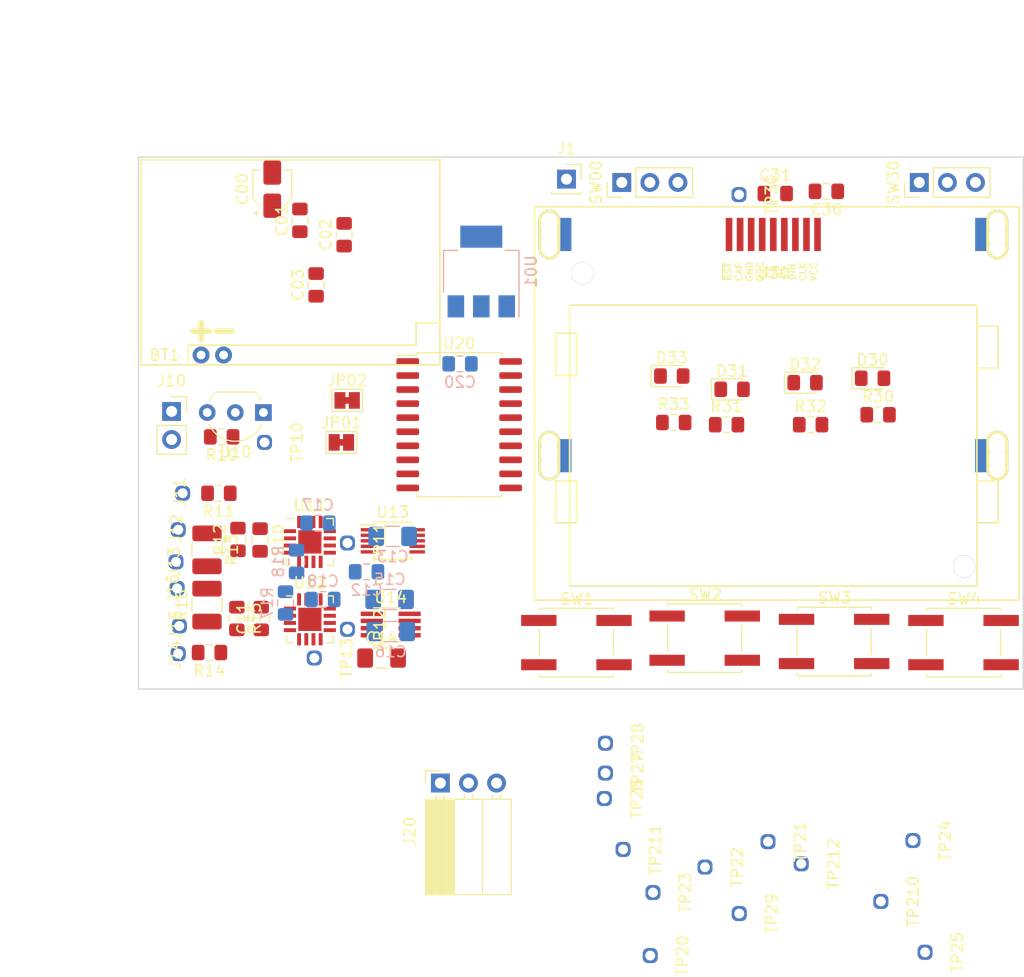
<source format=kicad_pcb>
(kicad_pcb (version 20171130) (host pcbnew "(5.1.5)-3")

  (general
    (thickness 1.6)
    (drawings 7)
    (tracks 0)
    (zones 0)
    (modules 77)
    (nets 51)
  )

  (page A4)
  (layers
    (0 F.Cu signal)
    (31 B.Cu signal)
    (32 B.Adhes user)
    (33 F.Adhes user)
    (34 B.Paste user)
    (35 F.Paste user)
    (36 B.SilkS user)
    (37 F.SilkS user)
    (38 B.Mask user)
    (39 F.Mask user)
    (40 Dwgs.User user)
    (41 Cmts.User user)
    (42 Eco1.User user)
    (43 Eco2.User user)
    (44 Edge.Cuts user)
    (45 Margin user)
    (46 B.CrtYd user)
    (47 F.CrtYd user)
    (48 B.Fab user hide)
    (49 F.Fab user)
  )

  (setup
    (last_trace_width 0.25)
    (trace_clearance 0.2)
    (zone_clearance 0.508)
    (zone_45_only no)
    (trace_min 0.2)
    (via_size 0.8)
    (via_drill 0.4)
    (via_min_size 0.4)
    (via_min_drill 0.3)
    (uvia_size 0.3)
    (uvia_drill 0.1)
    (uvias_allowed no)
    (uvia_min_size 0.2)
    (uvia_min_drill 0.1)
    (edge_width 0.1)
    (segment_width 0.2)
    (pcb_text_width 0.3)
    (pcb_text_size 1.5 1.5)
    (mod_edge_width 0.15)
    (mod_text_size 1 1)
    (mod_text_width 0.15)
    (pad_size 1.524 1.524)
    (pad_drill 0.762)
    (pad_to_mask_clearance 0)
    (aux_axis_origin 0 0)
    (visible_elements FFFFFF7F)
    (pcbplotparams
      (layerselection 0x010fc_ffffffff)
      (usegerberextensions false)
      (usegerberattributes false)
      (usegerberadvancedattributes false)
      (creategerberjobfile false)
      (excludeedgelayer true)
      (linewidth 0.100000)
      (plotframeref false)
      (viasonmask false)
      (mode 1)
      (useauxorigin false)
      (hpglpennumber 1)
      (hpglpenspeed 20)
      (hpglpendiameter 15.000000)
      (psnegative false)
      (psa4output false)
      (plotreference true)
      (plotvalue true)
      (plotinvisibletext false)
      (padsonsilk false)
      (subtractmaskfromsilk false)
      (outputformat 1)
      (mirror false)
      (drillshape 1)
      (scaleselection 1)
      (outputdirectory ""))
  )

  (net 0 "")
  (net 1 "Net-(BT1-Pad1)")
  (net 2 GNDD)
  (net 3 +BATT)
  (net 4 +3V3)
  (net 5 GNDA)
  (net 6 VDDA)
  (net 7 "Net-(C10-Pad2)")
  (net 8 "Net-(C10-Pad1)")
  (net 9 "Net-(C11-Pad2)")
  (net 10 "Net-(C11-Pad1)")
  (net 11 GNDREF)
  (net 12 /REF)
  (net 13 "Net-(C31-Pad1)")
  (net 14 "Net-(D30-Pad1)")
  (net 15 "Net-(D31-Pad1)")
  (net 16 "Net-(D32-Pad1)")
  (net 17 "Net-(D33-Pad1)")
  (net 18 "Net-(J1-Pad1)")
  (net 19 /R)
  (net 20 "Net-(J11-Pad1)")
  (net 21 "Net-(J14-Pad1)")
  (net 22 /UPDI)
  (net 23 "Net-(R10-Pad1)")
  (net 24 +2V5)
  (net 25 "Net-(R17-Pad1)")
  (net 26 /LIGHT)
  (net 27 /SW1)
  (net 28 /SW2)
  (net 29 /SW3)
  (net 30 /SW4)
  (net 31 "Net-(SW30-Pad1)")
  (net 32 /OUTA)
  (net 33 /OUTB)
  (net 34 /CLK)
  (net 35 /MISO)
  (net 36 /MOSI)
  (net 37 /~SCR_CS)
  (net 38 /~SCR_RST)
  (net 39 /D~C)
  (net 40 /A2)
  (net 41 /A1)
  (net 42 /A0)
  (net 43 /~INA_CS)
  (net 44 /~ADA_CS)
  (net 45 /~INB_CS)
  (net 46 /~ADB_CS)
  (net 47 "Net-(U11-Pad4)")
  (net 48 "Net-(U11-Pad1)")
  (net 49 "Net-(U12-Pad4)")
  (net 50 "Net-(U12-Pad1)")

  (net_class Default "Ceci est la Netclass par défaut."
    (clearance 0.2)
    (trace_width 0.25)
    (via_dia 0.8)
    (via_drill 0.4)
    (uvia_dia 0.3)
    (uvia_drill 0.1)
    (add_net +2V5)
    (add_net +3V3)
    (add_net +BATT)
    (add_net /A0)
    (add_net /A1)
    (add_net /A2)
    (add_net /CLK)
    (add_net /D~C)
    (add_net /LIGHT)
    (add_net /MISO)
    (add_net /MOSI)
    (add_net /OUTA)
    (add_net /OUTB)
    (add_net /R)
    (add_net /REF)
    (add_net /SW1)
    (add_net /SW2)
    (add_net /SW3)
    (add_net /SW4)
    (add_net /UPDI)
    (add_net /~ADA_CS)
    (add_net /~ADB_CS)
    (add_net /~INA_CS)
    (add_net /~INB_CS)
    (add_net /~SCR_CS)
    (add_net /~SCR_RST)
    (add_net GNDA)
    (add_net GNDD)
    (add_net GNDREF)
    (add_net "Net-(BT1-Pad1)")
    (add_net "Net-(C10-Pad1)")
    (add_net "Net-(C10-Pad2)")
    (add_net "Net-(C11-Pad1)")
    (add_net "Net-(C11-Pad2)")
    (add_net "Net-(C31-Pad1)")
    (add_net "Net-(D30-Pad1)")
    (add_net "Net-(D31-Pad1)")
    (add_net "Net-(D32-Pad1)")
    (add_net "Net-(D33-Pad1)")
    (add_net "Net-(J1-Pad1)")
    (add_net "Net-(J11-Pad1)")
    (add_net "Net-(J14-Pad1)")
    (add_net "Net-(R10-Pad1)")
    (add_net "Net-(R17-Pad1)")
    (add_net "Net-(SW30-Pad1)")
    (add_net "Net-(U11-Pad1)")
    (add_net "Net-(U11-Pad4)")
    (add_net "Net-(U12-Pad1)")
    (add_net "Net-(U12-Pad4)")
    (add_net VDDA)
  )

  (module telec:Probing_pad (layer F.Cu) (tedit 5EB8660A) (tstamp 5EB8B876)
    (at 70.4 75.9 90)
    (path /5F4CB486)
    (fp_text reference TP212 (at 0 4.445 90) (layer F.SilkS)
      (effects (font (size 1 1) (thickness 0.15)))
    )
    (fp_text value ~ADB_CS (at 0 -0.5 90) (layer F.Fab)
      (effects (font (size 1 1) (thickness 0.15)))
    )
    (pad 1 thru_hole roundrect (at 0 1.524 90) (size 1.35 1.35) (drill 0.9) (layers *.Cu F.Mask) (roundrect_rratio 0.35)
      (net 46 /~ADB_CS))
  )

  (module telec:Probing_pad (layer F.Cu) (tedit 5EB8660A) (tstamp 5EB8F0B0)
    (at 54.3 74.6 90)
    (path /5F4BEB28)
    (fp_text reference TP211 (at 0 4.445 90) (layer F.SilkS)
      (effects (font (size 1 1) (thickness 0.15)))
    )
    (fp_text value ~INB_CS (at 0 -0.5 90) (layer F.Fab)
      (effects (font (size 1 1) (thickness 0.15)))
    )
    (pad 1 thru_hole roundrect (at 0 1.524 90) (size 1.35 1.35) (drill 0.9) (layers *.Cu F.Mask) (roundrect_rratio 0.35)
      (net 45 /~INB_CS))
  )

  (module telec:Probing_pad (layer F.Cu) (tedit 5EB8660A) (tstamp 5EB8B86C)
    (at 77.6 79.3 90)
    (path /5F4B182B)
    (fp_text reference TP210 (at 0 4.445 90) (layer F.SilkS)
      (effects (font (size 1 1) (thickness 0.15)))
    )
    (fp_text value ~ADA_CS (at 0 -0.5 90) (layer F.Fab)
      (effects (font (size 1 1) (thickness 0.15)))
    )
    (pad 1 thru_hole roundrect (at 0 1.524 90) (size 1.35 1.35) (drill 0.9) (layers *.Cu F.Mask) (roundrect_rratio 0.35)
      (net 44 /~ADA_CS))
  )

  (module telec:Probing_pad (layer F.Cu) (tedit 5EB8660A) (tstamp 5EB8B867)
    (at 64.776 15.4 90)
    (path /5C1FC66D)
    (fp_text reference TP30 (at 0 4.445 90) (layer F.SilkS)
      (effects (font (size 1 1) (thickness 0.15)))
    )
    (fp_text value Vcap (at 0 -0.5 90) (layer F.Fab)
      (effects (font (size 1 1) (thickness 0.15)))
    )
    (pad 1 thru_hole roundrect (at 0 1.524 90) (size 1.35 1.35) (drill 0.9) (layers *.Cu F.Mask) (roundrect_rratio 0.35)
      (net 13 "Net-(C31-Pad1)"))
  )

  (module telec:Probing_pad (layer F.Cu) (tedit 5EB8660A) (tstamp 5EB8B862)
    (at 64.8 80.4 90)
    (path /5F4B0CD5)
    (fp_text reference TP29 (at 0 4.445 90) (layer F.SilkS)
      (effects (font (size 1 1) (thickness 0.15)))
    )
    (fp_text value ~INA_CS (at 0 -0.5 90) (layer F.Fab)
      (effects (font (size 1 1) (thickness 0.15)))
    )
    (pad 1 thru_hole roundrect (at 0 1.524 90) (size 1.35 1.35) (drill 0.9) (layers *.Cu F.Mask) (roundrect_rratio 0.35)
      (net 43 /~INA_CS))
  )

  (module telec:Probing_pad (layer F.Cu) (tedit 5EB8660A) (tstamp 5EB8B85D)
    (at 52.7 65 90)
    (path /5F50F388)
    (fp_text reference TP28 (at 0 4.445 90) (layer F.SilkS)
      (effects (font (size 1 1) (thickness 0.15)))
    )
    (fp_text value A0 (at 0 -0.5 90) (layer F.Fab)
      (effects (font (size 1 1) (thickness 0.15)))
    )
    (pad 1 thru_hole roundrect (at 0 1.524 90) (size 1.35 1.35) (drill 0.9) (layers *.Cu F.Mask) (roundrect_rratio 0.35)
      (net 42 /A0))
  )

  (module telec:Probing_pad (layer F.Cu) (tedit 5EB8660A) (tstamp 5EB8B858)
    (at 52.7 67.7 90)
    (path /5F502633)
    (fp_text reference TP27 (at 0 4.445 90) (layer F.SilkS)
      (effects (font (size 1 1) (thickness 0.15)))
    )
    (fp_text value A1 (at 0 -0.5 90) (layer F.Fab)
      (effects (font (size 1 1) (thickness 0.15)))
    )
    (pad 1 thru_hole roundrect (at 0 1.524 90) (size 1.35 1.35) (drill 0.9) (layers *.Cu F.Mask) (roundrect_rratio 0.35)
      (net 41 /A1))
  )

  (module telec:Probing_pad (layer F.Cu) (tedit 5EB8660A) (tstamp 5EB8B853)
    (at 52.6 70 90)
    (path /5F4E8882)
    (fp_text reference TP26 (at 0 4.445 90) (layer F.SilkS)
      (effects (font (size 1 1) (thickness 0.15)))
    )
    (fp_text value A2 (at 0 -0.5 90) (layer F.Fab)
      (effects (font (size 1 1) (thickness 0.15)))
    )
    (pad 1 thru_hole roundrect (at 0 1.524 90) (size 1.35 1.35) (drill 0.9) (layers *.Cu F.Mask) (roundrect_rratio 0.35)
      (net 40 /A2))
  )

  (module telec:Probing_pad (layer F.Cu) (tedit 5EB8660A) (tstamp 5EB8B84E)
    (at 81.6 83.9 90)
    (path /5C2C9A7A)
    (fp_text reference TP25 (at 0 4.445 90) (layer F.SilkS)
      (effects (font (size 1 1) (thickness 0.15)))
    )
    (fp_text value D~C (at 0 -0.5 90) (layer F.Fab)
      (effects (font (size 1 1) (thickness 0.15)))
    )
    (pad 1 thru_hole roundrect (at 0 1.524 90) (size 1.35 1.35) (drill 0.9) (layers *.Cu F.Mask) (roundrect_rratio 0.35)
      (net 39 /D~C))
  )

  (module telec:Probing_pad (layer F.Cu) (tedit 5EB8660A) (tstamp 5EB8B849)
    (at 80.5 73.8 90)
    (path /5C3C929F)
    (fp_text reference TP24 (at 0 4.445 90) (layer F.SilkS)
      (effects (font (size 1 1) (thickness 0.15)))
    )
    (fp_text value ~SCR_RST (at 0 -0.5 90) (layer F.Fab)
      (effects (font (size 1 1) (thickness 0.15)))
    )
    (pad 1 thru_hole roundrect (at 0 1.524 90) (size 1.35 1.35) (drill 0.9) (layers *.Cu F.Mask) (roundrect_rratio 0.35)
      (net 38 /~SCR_RST))
  )

  (module telec:Probing_pad (layer F.Cu) (tedit 5EB8660A) (tstamp 5EB8B844)
    (at 57 78.5 90)
    (path /5C3C9094)
    (fp_text reference TP23 (at 0 4.445 90) (layer F.SilkS)
      (effects (font (size 1 1) (thickness 0.15)))
    )
    (fp_text value ~SCR_CS (at 0 -0.5 90) (layer F.Fab)
      (effects (font (size 1 1) (thickness 0.15)))
    )
    (pad 1 thru_hole roundrect (at 0 1.524 90) (size 1.35 1.35) (drill 0.9) (layers *.Cu F.Mask) (roundrect_rratio 0.35)
      (net 37 /~SCR_CS))
  )

  (module telec:Probing_pad (layer F.Cu) (tedit 5EB8660A) (tstamp 5EB8B83F)
    (at 61.7 76.2 90)
    (path /5C2F67EE)
    (fp_text reference TP22 (at 0 4.445 90) (layer F.SilkS)
      (effects (font (size 1 1) (thickness 0.15)))
    )
    (fp_text value MOSI (at 0 -0.5 90) (layer F.Fab)
      (effects (font (size 1 1) (thickness 0.15)))
    )
    (pad 1 thru_hole roundrect (at 0 1.524 90) (size 1.35 1.35) (drill 0.9) (layers *.Cu F.Mask) (roundrect_rratio 0.35)
      (net 36 /MOSI))
  )

  (module telec:Probing_pad (layer F.Cu) (tedit 5EB8660A) (tstamp 5EB8B83A)
    (at 67.4 73.9 90)
    (path /5C2F6698)
    (fp_text reference TP21 (at 0 4.445 90) (layer F.SilkS)
      (effects (font (size 1 1) (thickness 0.15)))
    )
    (fp_text value MISO (at 0 -0.5 90) (layer F.Fab)
      (effects (font (size 1 1) (thickness 0.15)))
    )
    (pad 1 thru_hole roundrect (at 0 1.524 90) (size 1.35 1.35) (drill 0.9) (layers *.Cu F.Mask) (roundrect_rratio 0.35)
      (net 35 /MISO))
  )

  (module telec:Probing_pad (layer F.Cu) (tedit 5EB8660A) (tstamp 5EB8B835)
    (at 56.749 84.2 90)
    (path /5C2F6904)
    (fp_text reference TP20 (at 0 4.445 90) (layer F.SilkS)
      (effects (font (size 1 1) (thickness 0.15)))
    )
    (fp_text value CLK (at 0 -0.5 90) (layer F.Fab)
      (effects (font (size 1 1) (thickness 0.15)))
    )
    (pad 1 thru_hole roundrect (at 0 1.524 90) (size 1.35 1.35) (drill 0.9) (layers *.Cu F.Mask) (roundrect_rratio 0.35)
      (net 34 /CLK))
  )

  (module telec:Probing_pad (layer F.Cu) (tedit 5EB8660A) (tstamp 5EB8B830)
    (at 26.376 57.3 90)
    (path /5F354BED)
    (fp_text reference TP13 (at 0 4.445 90) (layer F.SilkS)
      (effects (font (size 1 1) (thickness 0.15)))
    )
    (fp_text value REF (at 0 -0.5 90) (layer F.Fab)
      (effects (font (size 1 1) (thickness 0.15)))
    )
    (pad 1 thru_hole roundrect (at 0 1.524 90) (size 1.35 1.35) (drill 0.9) (layers *.Cu F.Mask) (roundrect_rratio 0.35)
      (net 24 +2V5))
  )

  (module telec:Probing_pad (layer F.Cu) (tedit 5EB8660A) (tstamp 5EB92FC4)
    (at 29.376 54.7 90)
    (path /5EEF47C2)
    (fp_text reference TP12 (at 0 4.445 90) (layer F.SilkS)
      (effects (font (size 1 1) (thickness 0.15)))
    )
    (fp_text value OUTB (at 0 -0.5 90) (layer F.Fab)
      (effects (font (size 1 1) (thickness 0.15)))
    )
    (pad 1 thru_hole roundrect (at 0 1.524 90) (size 1.35 1.35) (drill 0.9) (layers *.Cu F.Mask) (roundrect_rratio 0.35)
      (net 33 /OUTB))
  )

  (module telec:Probing_pad (layer F.Cu) (tedit 5EB8660A) (tstamp 5EB8B826)
    (at 29.376 46.9 90)
    (path /5F2FF9F7)
    (fp_text reference TP11 (at 0 4.445 90) (layer F.SilkS)
      (effects (font (size 1 1) (thickness 0.15)))
    )
    (fp_text value OUTA (at 0 -0.5 90) (layer F.Fab)
      (effects (font (size 1 1) (thickness 0.15)))
    )
    (pad 1 thru_hole roundrect (at 0 1.524 90) (size 1.35 1.35) (drill 0.9) (layers *.Cu F.Mask) (roundrect_rratio 0.35)
      (net 32 /OUTA))
  )

  (module telec:Probing_pad (layer F.Cu) (tedit 5EB8660A) (tstamp 5EB8B821)
    (at 21.876 37.8 90)
    (path /5C1FFAFD)
    (fp_text reference TP10 (at 0 4.445 90) (layer F.SilkS)
      (effects (font (size 1 1) (thickness 0.15)))
    )
    (fp_text value R (at 0 -0.5 90) (layer F.Fab)
      (effects (font (size 1 1) (thickness 0.15)))
    )
    (pad 1 thru_hole roundrect (at 0 1.524 90) (size 1.35 1.35) (drill 0.9) (layers *.Cu F.Mask) (roundrect_rratio 0.35)
      (net 19 /R))
  )

  (module telec:Probing_pad (layer F.Cu) (tedit 5EB8660A) (tstamp 5EB93144)
    (at 17.024 51 270)
    (path /5F11FCC8)
    (fp_text reference J16 (at 0 1.9 90) (layer F.SilkS)
      (effects (font (size 1 1) (thickness 0.15)))
    )
    (fp_text value COM (at 0 -0.5 90) (layer F.Fab)
      (effects (font (size 1 1) (thickness 0.15)))
    )
    (pad 1 thru_hole roundrect (at 0 1.524 270) (size 1.35 1.35) (drill 0.9) (layers *.Cu F.Mask) (roundrect_rratio 0.35)
      (net 11 GNDREF))
  )

  (module telec:Probing_pad (layer F.Cu) (tedit 5EB8660A) (tstamp 5EB8B645)
    (at 17.224 54.4 270)
    (path /5F11FCC2)
    (fp_text reference J15 (at -0.1 1.9 90) (layer F.SilkS)
      (effects (font (size 1 1) (thickness 0.15)))
    )
    (fp_text value A+ (at 0 -0.5 90) (layer F.Fab)
      (effects (font (size 1 1) (thickness 0.15)))
    )
    (pad 1 thru_hole roundrect (at 0 1.524 270) (size 1.35 1.35) (drill 0.9) (layers *.Cu F.Mask) (roundrect_rratio 0.35)
      (net 9 "Net-(C11-Pad2)"))
  )

  (module telec:Probing_pad (layer F.Cu) (tedit 5EB8660A) (tstamp 5EB933F2)
    (at 17.124 56.9 270)
    (path /5F11FCB6)
    (fp_text reference J14 (at 0.1 1.8 90) (layer F.SilkS)
      (effects (font (size 1 1) (thickness 0.15)))
    )
    (fp_text value V+ (at 0 -0.5 90) (layer F.Fab)
      (effects (font (size 1 1) (thickness 0.15)))
    )
    (pad 1 thru_hole roundrect (at 0 1.524 270) (size 1.35 1.35) (drill 0.9) (layers *.Cu F.Mask) (roundrect_rratio 0.35)
      (net 21 "Net-(J14-Pad1)"))
  )

  (module telec:Probing_pad (layer F.Cu) (tedit 5EB8660A) (tstamp 5EB8B63B)
    (at 16.924 48.6 270)
    (path /5DCC528E)
    (fp_text reference J13 (at 0 1.7 90) (layer F.SilkS)
      (effects (font (size 1 1) (thickness 0.15)))
    )
    (fp_text value COM (at 0 -0.5 90) (layer F.Fab)
      (effects (font (size 1 1) (thickness 0.15)))
    )
    (pad 1 thru_hole roundrect (at 0 1.524 270) (size 1.35 1.35) (drill 0.9) (layers *.Cu F.Mask) (roundrect_rratio 0.35)
      (net 11 GNDREF))
  )

  (module telec:Probing_pad (layer F.Cu) (tedit 5EB8660A) (tstamp 5EB8B636)
    (at 17.124 45.7 270)
    (path /5DCC4C61)
    (fp_text reference J12 (at -0.1 1.7 90) (layer F.SilkS)
      (effects (font (size 1 1) (thickness 0.15)))
    )
    (fp_text value A+ (at 0 -0.5 90) (layer F.Fab)
      (effects (font (size 1 1) (thickness 0.15)))
    )
    (pad 1 thru_hole roundrect (at 0 1.524 270) (size 1.35 1.35) (drill 0.9) (layers *.Cu F.Mask) (roundrect_rratio 0.35)
      (net 7 "Net-(C10-Pad2)"))
  )

  (module telec:Probing_pad (layer F.Cu) (tedit 5EB8660A) (tstamp 5EB8B631)
    (at 17.524 42.4 270)
    (path /5DCC31EB)
    (fp_text reference J11 (at -0.1 1.8 90) (layer F.SilkS)
      (effects (font (size 1 1) (thickness 0.15)))
    )
    (fp_text value V+ (at 0 -0.5 90) (layer F.Fab)
      (effects (font (size 1 1) (thickness 0.15)))
    )
    (pad 1 thru_hole roundrect (at 0 1.524 270) (size 1.35 1.35) (drill 0.9) (layers *.Cu F.Mask) (roundrect_rratio 0.35)
      (net 20 "Net-(J11-Pad1)"))
  )

  (module Capacitor_SMD:C_0805_2012Metric_Pad1.15x1.40mm_HandSolder (layer B.Cu) (tedit 5B36C52B) (tstamp 5EB93E32)
    (at 28.675 52 180)
    (descr "Capacitor SMD 0805 (2012 Metric), square (rectangular) end terminal, IPC_7351 nominal with elongated pad for handsoldering. (Body size source: https://docs.google.com/spreadsheets/d/1BsfQQcO9C6DZCsRaXUlFlo91Tg2WpOkGARC1WS5S8t0/edit?usp=sharing), generated with kicad-footprint-generator")
    (tags "capacitor handsolder")
    (path /5F9F60D7)
    (attr smd)
    (fp_text reference C18 (at 0 1.65) (layer B.SilkS)
      (effects (font (size 1 1) (thickness 0.15)) (justify mirror))
    )
    (fp_text value 100n (at 0 -1.65) (layer B.Fab)
      (effects (font (size 1 1) (thickness 0.15)) (justify mirror))
    )
    (fp_text user %R (at 0 0) (layer B.Fab)
      (effects (font (size 0.5 0.5) (thickness 0.08)) (justify mirror))
    )
    (fp_line (start 1.85 -0.95) (end -1.85 -0.95) (layer B.CrtYd) (width 0.05))
    (fp_line (start 1.85 0.95) (end 1.85 -0.95) (layer B.CrtYd) (width 0.05))
    (fp_line (start -1.85 0.95) (end 1.85 0.95) (layer B.CrtYd) (width 0.05))
    (fp_line (start -1.85 -0.95) (end -1.85 0.95) (layer B.CrtYd) (width 0.05))
    (fp_line (start -0.261252 -0.71) (end 0.261252 -0.71) (layer B.SilkS) (width 0.12))
    (fp_line (start -0.261252 0.71) (end 0.261252 0.71) (layer B.SilkS) (width 0.12))
    (fp_line (start 1 -0.6) (end -1 -0.6) (layer B.Fab) (width 0.1))
    (fp_line (start 1 0.6) (end 1 -0.6) (layer B.Fab) (width 0.1))
    (fp_line (start -1 0.6) (end 1 0.6) (layer B.Fab) (width 0.1))
    (fp_line (start -1 -0.6) (end -1 0.6) (layer B.Fab) (width 0.1))
    (pad 2 smd roundrect (at 1.025 0 180) (size 1.15 1.4) (layers B.Cu B.Paste B.Mask) (roundrect_rratio 0.217391)
      (net 5 GNDA))
    (pad 1 smd roundrect (at -1.025 0 180) (size 1.15 1.4) (layers B.Cu B.Paste B.Mask) (roundrect_rratio 0.217391)
      (net 6 VDDA))
    (model ${KISYS3DMOD}/Capacitor_SMD.3dshapes/C_0805_2012Metric.wrl
      (at (xyz 0 0 0))
      (scale (xyz 1 1 1))
      (rotate (xyz 0 0 0))
    )
  )

  (module Capacitor_SMD:C_0805_2012Metric_Pad1.15x1.40mm_HandSolder (layer B.Cu) (tedit 5B36C52B) (tstamp 5EB9366E)
    (at 28.225 45.1 180)
    (descr "Capacitor SMD 0805 (2012 Metric), square (rectangular) end terminal, IPC_7351 nominal with elongated pad for handsoldering. (Body size source: https://docs.google.com/spreadsheets/d/1BsfQQcO9C6DZCsRaXUlFlo91Tg2WpOkGARC1WS5S8t0/edit?usp=sharing), generated with kicad-footprint-generator")
    (tags "capacitor handsolder")
    (path /5F9E3665)
    (attr smd)
    (fp_text reference C17 (at 0 1.65) (layer B.SilkS)
      (effects (font (size 1 1) (thickness 0.15)) (justify mirror))
    )
    (fp_text value 100n (at 0 -1.65) (layer B.Fab)
      (effects (font (size 1 1) (thickness 0.15)) (justify mirror))
    )
    (fp_text user %R (at 0 0) (layer B.Fab)
      (effects (font (size 0.5 0.5) (thickness 0.08)) (justify mirror))
    )
    (fp_line (start 1.85 -0.95) (end -1.85 -0.95) (layer B.CrtYd) (width 0.05))
    (fp_line (start 1.85 0.95) (end 1.85 -0.95) (layer B.CrtYd) (width 0.05))
    (fp_line (start -1.85 0.95) (end 1.85 0.95) (layer B.CrtYd) (width 0.05))
    (fp_line (start -1.85 -0.95) (end -1.85 0.95) (layer B.CrtYd) (width 0.05))
    (fp_line (start -0.261252 -0.71) (end 0.261252 -0.71) (layer B.SilkS) (width 0.12))
    (fp_line (start -0.261252 0.71) (end 0.261252 0.71) (layer B.SilkS) (width 0.12))
    (fp_line (start 1 -0.6) (end -1 -0.6) (layer B.Fab) (width 0.1))
    (fp_line (start 1 0.6) (end 1 -0.6) (layer B.Fab) (width 0.1))
    (fp_line (start -1 0.6) (end 1 0.6) (layer B.Fab) (width 0.1))
    (fp_line (start -1 -0.6) (end -1 0.6) (layer B.Fab) (width 0.1))
    (pad 2 smd roundrect (at 1.025 0 180) (size 1.15 1.4) (layers B.Cu B.Paste B.Mask) (roundrect_rratio 0.217391)
      (net 5 GNDA))
    (pad 1 smd roundrect (at -1.025 0 180) (size 1.15 1.4) (layers B.Cu B.Paste B.Mask) (roundrect_rratio 0.217391)
      (net 6 VDDA))
    (model ${KISYS3DMOD}/Capacitor_SMD.3dshapes/C_0805_2012Metric.wrl
      (at (xyz 0 0 0))
      (scale (xyz 1 1 1))
      (rotate (xyz 0 0 0))
    )
  )

  (module telec:LiPO_150m (layer F.Cu) (tedit 5EB86126) (tstamp 5EB8B4B5)
    (at 12.207 30.789)
    (path /5C2ABCE5)
    (fp_text reference BT1 (at 2.159 -0.889) (layer F.SilkS)
      (effects (font (size 1 1) (thickness 0.15)))
    )
    (fp_text value Battery_Cell (at 22.479 -0.889) (layer F.Fab)
      (effects (font (size 1 1) (thickness 0.15)))
    )
    (fp_line (start 24.892 -3.81) (end 27.051 -3.81) (layer F.SilkS) (width 0.15))
    (fp_line (start 24.892 -1.778) (end 24.892 -3.81) (layer F.SilkS) (width 0.15))
    (fp_line (start 8.255 -3.048) (end 6.858 -3.048) (layer F.SilkS) (width 0.5))
    (fp_line (start 6.223 -3.048) (end 4.699 -3.048) (layer F.SilkS) (width 0.5))
    (fp_line (start 5.461 -2.286) (end 5.461 -3.81) (layer F.SilkS) (width 0.5))
    (fp_line (start 4.318 -1.778) (end 4.318 0) (layer F.SilkS) (width 0.15))
    (fp_line (start 4.318 -1.778) (end 24.892 -1.778) (layer F.SilkS) (width 0.15))
    (fp_line (start 27.051 0) (end 0 0) (layer F.SilkS) (width 0.15))
    (fp_line (start 27.051 -18.542) (end 27.051 0) (layer F.SilkS) (width 0.15))
    (fp_line (start 0 -18.542) (end 27.051 -18.542) (layer F.SilkS) (width 0.15))
    (fp_line (start 0 0) (end 0 -18.542) (layer F.SilkS) (width 0.15))
    (pad 2 thru_hole circle (at 7.493 -0.889 90) (size 1.524 1.524) (drill 0.8) (layers *.Cu *.Mask)
      (net 2 GNDD))
    (pad 1 thru_hole circle (at 5.461 -0.889 90) (size 1.524 1.524) (drill 0.8) (layers *.Cu *.Mask)
      (net 1 "Net-(BT1-Pad1)"))
  )

  (module telec:NOKIA_3310_LCD (layer F.Cu) (tedit 5C2BAC73) (tstamp 5EB8B993)
    (at 69.4 16.5)
    (path /5C1BFA9E)
    (fp_text reference U30 (at 0 6) (layer F.SilkS)
      (effects (font (size 1 1) (thickness 0.15)))
    )
    (fp_text value Nokia_3310_LCD (at 0 8) (layer F.Fab)
      (effects (font (size 1 1) (thickness 0.15)))
    )
    (fp_line (start -19.685 11.43) (end -19.685 15.24) (layer F.SilkS) (width 0.15))
    (fp_line (start -19.685 24.765) (end -19.685 28.575) (layer F.SilkS) (width 0.15))
    (fp_line (start 22.225 35.56) (end -21.59 35.56) (layer F.SilkS) (width 0.15))
    (fp_line (start 22.225 0) (end 22.225 35.56) (layer F.SilkS) (width 0.15))
    (fp_line (start -21.59 0) (end 22.225 0) (layer F.SilkS) (width 0.15))
    (fp_line (start -21.59 35.56) (end -21.59 0) (layer F.SilkS) (width 0.15))
    (fp_line (start -18.415 8.89) (end -18.415 34.29) (layer F.SilkS) (width 0.15))
    (fp_line (start 18.415 8.89) (end 18.415 34.29) (layer F.SilkS) (width 0.15))
    (fp_line (start 20.32 24.765) (end 18.415 24.765) (layer F.SilkS) (width 0.15))
    (fp_line (start 20.32 24.765) (end 20.32 28.575) (layer F.SilkS) (width 0.15))
    (fp_line (start 18.415 28.575) (end 20.32 28.575) (layer F.SilkS) (width 0.15))
    (fp_line (start -19.685 24.765) (end -17.78 24.765) (layer F.SilkS) (width 0.15))
    (fp_line (start -17.78 24.765) (end -17.78 28.575) (layer F.SilkS) (width 0.15))
    (fp_line (start -17.78 28.575) (end -19.685 28.575) (layer F.SilkS) (width 0.15))
    (fp_line (start 20.32 10.795) (end 18.455 10.795) (layer F.SilkS) (width 0.15))
    (fp_line (start 20.32 10.795) (end 20.32 14.605) (layer F.SilkS) (width 0.15))
    (fp_line (start 18.415 14.605) (end 20.32 14.605) (layer F.SilkS) (width 0.15))
    (fp_line (start -19.685 11.43) (end -17.78 11.43) (layer F.SilkS) (width 0.15))
    (fp_line (start -17.78 11.43) (end -17.78 15.24) (layer F.SilkS) (width 0.15))
    (fp_line (start -17.78 15.24) (end -19.685 15.24) (layer F.SilkS) (width 0.15))
    (fp_line (start 18.415 34.29) (end -18.415 34.29) (layer F.SilkS) (width 0.15))
    (fp_line (start -18.415 8.89) (end 18.415 8.89) (layer F.SilkS) (width 0.15))
    (pad "" thru_hole circle (at 17.25 32.5) (size 2 2) (drill 2) (layers *.Cu))
    (pad "" np_thru_hole circle (at 20.25 23) (size 1.5 1.5) (drill 1.5) (layers *.Mask B.Cu F.SilkS))
    (pad "" np_thru_hole circle (at 20.25 21.75) (size 1.5 1.5) (drill 1.5) (layers *.Mask B.Cu F.SilkS))
    (pad "" np_thru_hole circle (at -20.25 23.25) (size 1.5 1.5) (drill 1.5) (layers *.Mask B.Cu F.SilkS))
    (pad "" np_thru_hole circle (at -20.25 22) (size 1.5 1.5) (drill 1.5) (layers *.Mask B.Cu F.SilkS))
    (pad "" np_thru_hole circle (at -20.25 23.75) (size 1.5 1.5) (drill 1.5) (layers *.Mask B.Cu F.SilkS))
    (pad "" np_thru_hole circle (at -20.25 21.25) (size 1.5 1.5) (drill 1.5) (layers *.Mask B.Cu F.SilkS))
    (pad "" np_thru_hole circle (at -20.25 3.75) (size 1.5 1.5) (drill 1.5) (layers *.Mask B.Cu F.SilkS))
    (pad "" np_thru_hole circle (at -20.25 3.25) (size 1.5 1.5) (drill 1.5) (layers *.Mask B.Cu F.SilkS))
    (pad "" np_thru_hole circle (at -20.25 1.25) (size 1.5 1.5) (drill 1.5) (layers *.Mask B.Cu F.SilkS))
    (pad "" np_thru_hole circle (at -20.25 1.75) (size 1.5 1.5) (drill 1.5) (layers *.Mask B.Cu F.SilkS))
    (pad "" np_thru_hole circle (at 20.25 23.75) (size 1.5 1.5) (drill 1.5) (layers *.Mask B.Cu F.SilkS))
    (pad "" np_thru_hole circle (at 20.25 21.25) (size 1.5 1.5) (drill 1.5) (layers *.Mask B.Cu F.SilkS))
    (pad "" np_thru_hole circle (at 20.25 3) (size 1.5 1.5) (drill 1.5) (layers *.Mask B.Cu F.SilkS))
    (pad "" smd rect (at 19 2.5) (size 1.5 3) (layers B.Cu B.Paste B.Mask))
    (pad "" smd rect (at 19 22.5) (size 1.5 3) (layers B.Cu B.Paste B.Mask))
    (pad "" smd rect (at -19 22.5) (size 1.5 3) (layers B.Cu B.Paste B.Mask))
    (pad "" smd rect (at -19 2.5) (size 1.5 3) (layers B.Cu B.Paste B.Mask))
    (pad "" np_thru_hole oval (at 20.25 22.5) (size 2 4.5) (drill 1.5) (layers *.Mask B.Cu F.SilkS))
    (pad "" np_thru_hole oval (at -20.25 22.5) (size 2 4.5) (drill 1.5) (layers *.Mask B.Cu F.SilkS))
    (pad "" np_thru_hole oval (at 20.25 2.5) (size 2 4.5) (drill 1.5) (layers *.Mask B.Cu F.SilkS))
    (pad "" np_thru_hole oval (at -20.25 2.5) (size 2 4.5) (drill 1.5) (layers *.Mask B.Cu F.SilkS))
    (pad 9 smd rect (at 4 2.5) (size 0.6 3) (layers F.Cu F.Paste F.Mask)
      (net 4 +3V3))
    (pad 8 smd rect (at 3 2.5) (size 0.6 3) (layers F.Cu F.Paste F.Mask)
      (net 34 /CLK))
    (pad 7 smd rect (at 2 2.5) (size 0.6 3) (layers F.Cu F.Paste F.Mask)
      (net 36 /MOSI))
    (pad 6 smd rect (at 1 2.5) (size 0.6 3) (layers F.Cu F.Paste F.Mask)
      (net 39 /D~C))
    (pad 1 smd rect (at -4 2.5) (size 0.6 3) (layers F.Cu F.Paste F.Mask)
      (net 38 /~SCR_RST))
    (pad 2 smd rect (at -3 2.5) (size 0.6 3) (layers F.Cu F.Paste F.Mask)
      (net 13 "Net-(C31-Pad1)"))
    (pad 5 smd rect (at 0 2.5) (size 0.6 3) (layers F.Cu F.Paste F.Mask)
      (net 37 /~SCR_CS))
    (pad 4 smd rect (at -1 2.5) (size 0.6 3) (layers F.Cu F.Paste F.Mask)
      (net 4 +3V3))
    (pad 3 smd rect (at -2 2.5) (size 0.6 3) (layers F.Cu F.Paste F.Mask)
      (net 2 GNDD))
    (pad "" np_thru_hole circle (at 20.25 1.25) (size 1.5 1.5) (drill 1.5) (layers *.Mask B.Cu F.SilkS))
    (pad "" np_thru_hole circle (at 20.25 3.75) (size 1.5 1.5) (drill 1.5) (layers *.Mask B.Cu F.SilkS))
    (pad "" np_thru_hole circle (at 20.25 1.75) (size 1.5 1.5) (drill 1.5) (layers *.Mask B.Cu F.SilkS))
    (pad "" thru_hole circle (at -17.25 6) (size 2 2) (drill 2) (layers *.Cu))
  )

  (module Package_SO:SOIC-20W_7.5x12.8mm_P1.27mm (layer F.Cu) (tedit 5D9F72B1) (tstamp 5EB8B956)
    (at 41 36.2)
    (descr "SOIC, 20 Pin (JEDEC MS-013AC, https://www.analog.com/media/en/package-pcb-resources/package/233848rw_20.pdf), generated with kicad-footprint-generator ipc_gullwing_generator.py")
    (tags "SOIC SO")
    (path /5C1BF9FF)
    (attr smd)
    (fp_text reference U20 (at 0 -7.35) (layer F.SilkS)
      (effects (font (size 1 1) (thickness 0.15)))
    )
    (fp_text value ATtiny1616 (at 0 7.35) (layer F.Fab)
      (effects (font (size 1 1) (thickness 0.15)))
    )
    (fp_text user %R (at 0 0) (layer F.Fab)
      (effects (font (size 1 1) (thickness 0.15)))
    )
    (fp_line (start 5.93 -6.65) (end -5.93 -6.65) (layer F.CrtYd) (width 0.05))
    (fp_line (start 5.93 6.65) (end 5.93 -6.65) (layer F.CrtYd) (width 0.05))
    (fp_line (start -5.93 6.65) (end 5.93 6.65) (layer F.CrtYd) (width 0.05))
    (fp_line (start -5.93 -6.65) (end -5.93 6.65) (layer F.CrtYd) (width 0.05))
    (fp_line (start -3.75 -5.4) (end -2.75 -6.4) (layer F.Fab) (width 0.1))
    (fp_line (start -3.75 6.4) (end -3.75 -5.4) (layer F.Fab) (width 0.1))
    (fp_line (start 3.75 6.4) (end -3.75 6.4) (layer F.Fab) (width 0.1))
    (fp_line (start 3.75 -6.4) (end 3.75 6.4) (layer F.Fab) (width 0.1))
    (fp_line (start -2.75 -6.4) (end 3.75 -6.4) (layer F.Fab) (width 0.1))
    (fp_line (start -3.86 -6.275) (end -5.675 -6.275) (layer F.SilkS) (width 0.12))
    (fp_line (start -3.86 -6.51) (end -3.86 -6.275) (layer F.SilkS) (width 0.12))
    (fp_line (start 0 -6.51) (end -3.86 -6.51) (layer F.SilkS) (width 0.12))
    (fp_line (start 3.86 -6.51) (end 3.86 -6.275) (layer F.SilkS) (width 0.12))
    (fp_line (start 0 -6.51) (end 3.86 -6.51) (layer F.SilkS) (width 0.12))
    (fp_line (start -3.86 6.51) (end -3.86 6.275) (layer F.SilkS) (width 0.12))
    (fp_line (start 0 6.51) (end -3.86 6.51) (layer F.SilkS) (width 0.12))
    (fp_line (start 3.86 6.51) (end 3.86 6.275) (layer F.SilkS) (width 0.12))
    (fp_line (start 0 6.51) (end 3.86 6.51) (layer F.SilkS) (width 0.12))
    (pad 20 smd roundrect (at 4.65 -5.715) (size 2.05 0.6) (layers F.Cu F.Paste F.Mask) (roundrect_rratio 0.25)
      (net 2 GNDD))
    (pad 19 smd roundrect (at 4.65 -4.445) (size 2.05 0.6) (layers F.Cu F.Paste F.Mask) (roundrect_rratio 0.25)
      (net 34 /CLK))
    (pad 18 smd roundrect (at 4.65 -3.175) (size 2.05 0.6) (layers F.Cu F.Paste F.Mask) (roundrect_rratio 0.25)
      (net 36 /MOSI))
    (pad 17 smd roundrect (at 4.65 -1.905) (size 2.05 0.6) (layers F.Cu F.Paste F.Mask) (roundrect_rratio 0.25)
      (net 35 /MISO))
    (pad 16 smd roundrect (at 4.65 -0.635) (size 2.05 0.6) (layers F.Cu F.Paste F.Mask) (roundrect_rratio 0.25)
      (net 22 /UPDI))
    (pad 15 smd roundrect (at 4.65 0.635) (size 2.05 0.6) (layers F.Cu F.Paste F.Mask) (roundrect_rratio 0.25)
      (net 46 /~ADB_CS))
    (pad 14 smd roundrect (at 4.65 1.905) (size 2.05 0.6) (layers F.Cu F.Paste F.Mask) (roundrect_rratio 0.25)
      (net 39 /D~C))
    (pad 13 smd roundrect (at 4.65 3.175) (size 2.05 0.6) (layers F.Cu F.Paste F.Mask) (roundrect_rratio 0.25)
      (net 38 /~SCR_RST))
    (pad 12 smd roundrect (at 4.65 4.445) (size 2.05 0.6) (layers F.Cu F.Paste F.Mask) (roundrect_rratio 0.25)
      (net 37 /~SCR_CS))
    (pad 11 smd roundrect (at 4.65 5.715) (size 2.05 0.6) (layers F.Cu F.Paste F.Mask) (roundrect_rratio 0.25)
      (net 27 /SW1))
    (pad 10 smd roundrect (at -4.65 5.715) (size 2.05 0.6) (layers F.Cu F.Paste F.Mask) (roundrect_rratio 0.25)
      (net 28 /SW2))
    (pad 9 smd roundrect (at -4.65 4.445) (size 2.05 0.6) (layers F.Cu F.Paste F.Mask) (roundrect_rratio 0.25)
      (net 29 /SW3))
    (pad 8 smd roundrect (at -4.65 3.175) (size 2.05 0.6) (layers F.Cu F.Paste F.Mask) (roundrect_rratio 0.25)
      (net 30 /SW4))
    (pad 7 smd roundrect (at -4.65 1.905) (size 2.05 0.6) (layers F.Cu F.Paste F.Mask) (roundrect_rratio 0.25)
      (net 44 /~ADA_CS))
    (pad 6 smd roundrect (at -4.65 0.635) (size 2.05 0.6) (layers F.Cu F.Paste F.Mask) (roundrect_rratio 0.25)
      (net 45 /~INB_CS))
    (pad 5 smd roundrect (at -4.65 -0.635) (size 2.05 0.6) (layers F.Cu F.Paste F.Mask) (roundrect_rratio 0.25)
      (net 43 /~INA_CS))
    (pad 4 smd roundrect (at -4.65 -1.905) (size 2.05 0.6) (layers F.Cu F.Paste F.Mask) (roundrect_rratio 0.25)
      (net 40 /A2))
    (pad 3 smd roundrect (at -4.65 -3.175) (size 2.05 0.6) (layers F.Cu F.Paste F.Mask) (roundrect_rratio 0.25)
      (net 41 /A1))
    (pad 2 smd roundrect (at -4.65 -4.445) (size 2.05 0.6) (layers F.Cu F.Paste F.Mask) (roundrect_rratio 0.25)
      (net 42 /A0))
    (pad 1 smd roundrect (at -4.65 -5.715) (size 2.05 0.6) (layers F.Cu F.Paste F.Mask) (roundrect_rratio 0.25)
      (net 4 +3V3))
    (model ${KISYS3DMOD}/Package_SO.3dshapes/SOIC-20W_7.5x12.8mm_P1.27mm.wrl
      (at (xyz 0 0 0))
      (scale (xyz 1 1 1))
      (rotate (xyz 0 0 0))
    )
  )

  (module Package_TO_SOT_SMD:TSOT-23-8_HandSoldering (layer F.Cu) (tedit 5A02FF57) (tstamp 5EB8B92B)
    (at 34.81 54.27)
    (descr "8-pin TSOT23 package, http://cds.linear.com/docs/en/packaging/SOT_8_05-08-1637.pdf")
    (tags "TSOT-23-8 Hand-soldering")
    (path /5DC8AB1D)
    (attr smd)
    (fp_text reference U14 (at 0 -2.45) (layer F.SilkS)
      (effects (font (size 1 1) (thickness 0.15)))
    )
    (fp_text value LTC2315 (at 0 2.5) (layer F.Fab)
      (effects (font (size 1 1) (thickness 0.15)))
    )
    (fp_line (start 2.96 1.7) (end -2.96 1.7) (layer F.CrtYd) (width 0.05))
    (fp_line (start 2.96 1.7) (end 2.96 -1.7) (layer F.CrtYd) (width 0.05))
    (fp_line (start -2.96 -1.7) (end -2.96 1.7) (layer F.CrtYd) (width 0.05))
    (fp_line (start -2.96 -1.7) (end 2.96 -1.7) (layer F.CrtYd) (width 0.05))
    (fp_line (start 0.88 -1.45) (end 0.88 1.45) (layer F.Fab) (width 0.1))
    (fp_line (start 0.88 1.45) (end -0.88 1.45) (layer F.Fab) (width 0.1))
    (fp_line (start -0.88 -1) (end -0.88 1.45) (layer F.Fab) (width 0.1))
    (fp_line (start 0.88 -1.45) (end -0.43 -1.45) (layer F.Fab) (width 0.1))
    (fp_line (start -0.88 -1) (end -0.43 -1.45) (layer F.Fab) (width 0.1))
    (fp_line (start 0.88 -1.51) (end -1.55 -1.51) (layer F.SilkS) (width 0.12))
    (fp_line (start -0.88 1.56) (end 0.88 1.56) (layer F.SilkS) (width 0.12))
    (fp_text user %R (at 0 0 -270) (layer F.Fab)
      (effects (font (size 0.5 0.5) (thickness 0.075)))
    )
    (pad 8 smd rect (at 1.71 -0.97) (size 2 0.4) (layers F.Cu F.Paste F.Mask)
      (net 46 /~ADB_CS))
    (pad 7 smd rect (at 1.71 -0.33) (size 2 0.4) (layers F.Cu F.Paste F.Mask)
      (net 34 /CLK))
    (pad 6 smd rect (at 1.71 0.33) (size 2 0.4) (layers F.Cu F.Paste F.Mask)
      (net 35 /MISO))
    (pad 5 smd rect (at 1.71 0.97) (size 2 0.4) (layers F.Cu F.Paste F.Mask)
      (net 4 +3V3))
    (pad 4 smd rect (at -1.71 0.97) (size 2 0.4) (layers F.Cu F.Paste F.Mask)
      (net 33 /OUTB))
    (pad 3 smd rect (at -1.71 0.33) (size 2 0.4) (layers F.Cu F.Paste F.Mask)
      (net 2 GNDD))
    (pad 2 smd rect (at -1.71 -0.33) (size 2 0.4) (layers F.Cu F.Paste F.Mask)
      (net 12 /REF))
    (pad 1 smd rect (at -1.71 -0.97) (size 2 0.4) (layers F.Cu F.Paste F.Mask)
      (net 6 VDDA))
    (model ${KISYS3DMOD}/Package_TO_SOT_SMD.3dshapes/TSOT-23-8.wrl
      (at (xyz 0 0 0))
      (scale (xyz 1 1 1))
      (rotate (xyz 0 0 0))
    )
  )

  (module Package_SO:MSOP-10_3x3mm_P0.5mm (layer F.Cu) (tedit 5A02F25C) (tstamp 5EB8B913)
    (at 35 46.7)
    (descr "10-Lead Plastic Micro Small Outline Package (MS) [MSOP] (see Microchip Packaging Specification 00000049BS.pdf)")
    (tags "SSOP 0.5")
    (path /5F2DCCF9)
    (attr smd)
    (fp_text reference U13 (at 0 -2.6) (layer F.SilkS)
      (effects (font (size 1 1) (thickness 0.15)))
    )
    (fp_text value LTC2402 (at 0 2.6) (layer F.Fab)
      (effects (font (size 1 1) (thickness 0.15)))
    )
    (fp_text user %R (at 0 0) (layer F.Fab)
      (effects (font (size 0.6 0.6) (thickness 0.15)))
    )
    (fp_line (start -1.675 -1.45) (end -2.9 -1.45) (layer F.SilkS) (width 0.15))
    (fp_line (start -1.675 1.675) (end 1.675 1.675) (layer F.SilkS) (width 0.15))
    (fp_line (start -1.675 -1.675) (end 1.675 -1.675) (layer F.SilkS) (width 0.15))
    (fp_line (start -1.675 1.675) (end -1.675 1.375) (layer F.SilkS) (width 0.15))
    (fp_line (start 1.675 1.675) (end 1.675 1.375) (layer F.SilkS) (width 0.15))
    (fp_line (start 1.675 -1.675) (end 1.675 -1.375) (layer F.SilkS) (width 0.15))
    (fp_line (start -1.675 -1.675) (end -1.675 -1.45) (layer F.SilkS) (width 0.15))
    (fp_line (start -3.15 1.85) (end 3.15 1.85) (layer F.CrtYd) (width 0.05))
    (fp_line (start -3.15 -1.85) (end 3.15 -1.85) (layer F.CrtYd) (width 0.05))
    (fp_line (start 3.15 -1.85) (end 3.15 1.85) (layer F.CrtYd) (width 0.05))
    (fp_line (start -3.15 -1.85) (end -3.15 1.85) (layer F.CrtYd) (width 0.05))
    (fp_line (start -1.5 -0.5) (end -0.5 -1.5) (layer F.Fab) (width 0.15))
    (fp_line (start -1.5 1.5) (end -1.5 -0.5) (layer F.Fab) (width 0.15))
    (fp_line (start 1.5 1.5) (end -1.5 1.5) (layer F.Fab) (width 0.15))
    (fp_line (start 1.5 -1.5) (end 1.5 1.5) (layer F.Fab) (width 0.15))
    (fp_line (start -0.5 -1.5) (end 1.5 -1.5) (layer F.Fab) (width 0.15))
    (pad 10 smd rect (at 2.2 -1) (size 1.4 0.3) (layers F.Cu F.Paste F.Mask)
      (net 4 +3V3))
    (pad 9 smd rect (at 2.2 -0.5) (size 1.4 0.3) (layers F.Cu F.Paste F.Mask)
      (net 34 /CLK))
    (pad 8 smd rect (at 2.2 0) (size 1.4 0.3) (layers F.Cu F.Paste F.Mask)
      (net 35 /MISO))
    (pad 7 smd rect (at 2.2 0.5) (size 1.4 0.3) (layers F.Cu F.Paste F.Mask)
      (net 44 /~ADA_CS))
    (pad 6 smd rect (at 2.2 1) (size 1.4 0.3) (layers F.Cu F.Paste F.Mask)
      (net 2 GNDD))
    (pad 5 smd rect (at -2.2 1) (size 1.4 0.3) (layers F.Cu F.Paste F.Mask)
      (net 5 GNDA))
    (pad 4 smd rect (at -2.2 0.5) (size 1.4 0.3) (layers F.Cu F.Paste F.Mask)
      (net 32 /OUTA))
    (pad 3 smd rect (at -2.2 0) (size 1.4 0.3) (layers F.Cu F.Paste F.Mask)
      (net 19 /R))
    (pad 2 smd rect (at -2.2 -0.5) (size 1.4 0.3) (layers F.Cu F.Paste F.Mask)
      (net 24 +2V5))
    (pad 1 smd rect (at -2.2 -1) (size 1.4 0.3) (layers F.Cu F.Paste F.Mask)
      (net 4 +3V3))
    (model ${KISYS3DMOD}/Package_SO.3dshapes/MSOP-10_3x3mm_P0.5mm.wrl
      (at (xyz 0 0 0))
      (scale (xyz 1 1 1))
      (rotate (xyz 0 0 0))
    )
  )

  (module Package_CSP:LFCSP-16-1EP_4x4mm_P0.65mm_EP2.1x2.1mm (layer F.Cu) (tedit 5AB955E3) (tstamp 5EB93F7A)
    (at 27.5 53.8)
    (descr "LFCSP, 16 pin, 4x4mm, 2.1mm sq pad (http://www.analog.com/media/en/technical-documentation/data-sheets/ADG633.pdf)")
    (tags "LFCSP 16 0.65")
    (path /5DC85072)
    (attr smd)
    (fp_text reference U12 (at 0 -3.3) (layer F.SilkS)
      (effects (font (size 1 1) (thickness 0.15)))
    )
    (fp_text value AD8231 (at 0 3.3) (layer F.Fab)
      (effects (font (size 1 1) (thickness 0.15)))
    )
    (fp_line (start -1 -2) (end -2 -1) (layer F.Fab) (width 0.1))
    (fp_line (start -1.5 -2.12) (end -2.12 -2.12) (layer F.SilkS) (width 0.12))
    (fp_line (start 2.12 -2.12) (end 2.12 -1.5) (layer F.SilkS) (width 0.12))
    (fp_line (start 1.5 -2.12) (end 2.12 -2.12) (layer F.SilkS) (width 0.12))
    (fp_line (start 1.5 2.12) (end 2.12 2.12) (layer F.SilkS) (width 0.12))
    (fp_line (start 2.12 2.12) (end 2.12 1.5) (layer F.SilkS) (width 0.12))
    (fp_line (start -1.5 2.12) (end -2.12 2.12) (layer F.SilkS) (width 0.12))
    (fp_line (start -2.12 2.12) (end -2.12 1.5) (layer F.SilkS) (width 0.12))
    (fp_line (start 2 -2) (end 2 2) (layer F.Fab) (width 0.1))
    (fp_line (start -1 -2) (end 2 -2) (layer F.Fab) (width 0.1))
    (fp_line (start 2 2) (end -2 2) (layer F.Fab) (width 0.1))
    (fp_line (start -2 2) (end -2 -1) (layer F.Fab) (width 0.1))
    (fp_text user %R (at 0 0) (layer F.Fab)
      (effects (font (size 1 1) (thickness 0.15)))
    )
    (fp_line (start -2.61 -2.61) (end 2.61 -2.61) (layer F.CrtYd) (width 0.05))
    (fp_line (start 2.61 -2.61) (end 2.61 2.61) (layer F.CrtYd) (width 0.05))
    (fp_line (start 2.61 2.61) (end -2.61 2.61) (layer F.CrtYd) (width 0.05))
    (fp_line (start -2.61 2.61) (end -2.61 -2.61) (layer F.CrtYd) (width 0.05))
    (pad "" smd rect (at 0.525 -0.525) (size 0.9 0.9) (layers F.Paste))
    (pad "" smd rect (at -0.525 -0.525) (size 0.9 0.9) (layers F.Paste))
    (pad "" smd rect (at -0.525 0.525) (size 0.9 0.9) (layers F.Paste))
    (pad "" smd rect (at 0.525 0.525) (size 0.9 0.9) (layers F.Paste))
    (pad 16 smd rect (at -0.975 -1.8025) (size 0.35 1.105) (layers F.Cu F.Paste F.Mask)
      (net 40 /A2))
    (pad 15 smd rect (at -0.325 -1.8025) (size 0.35 1.105) (layers F.Cu F.Paste F.Mask)
      (net 41 /A1))
    (pad 14 smd rect (at 0.325 -1.8025) (size 0.35 1.105) (layers F.Cu F.Paste F.Mask)
      (net 42 /A0))
    (pad 13 smd rect (at 0.975 -1.8025) (size 0.35 1.105) (layers F.Cu F.Paste F.Mask)
      (net 45 /~INB_CS))
    (pad 8 smd rect (at 0.975 1.8025) (size 0.35 1.105) (layers F.Cu F.Paste F.Mask)
      (net 24 +2V5))
    (pad 7 smd rect (at 0.325 1.8025) (size 0.35 1.105) (layers F.Cu F.Paste F.Mask)
      (net 24 +2V5))
    (pad 6 smd rect (at -0.325 1.8025) (size 0.35 1.105) (layers F.Cu F.Paste F.Mask)
      (net 12 /REF))
    (pad 5 smd rect (at -0.975 1.8025) (size 0.35 1.105) (layers F.Cu F.Paste F.Mask)
      (net 6 VDDA))
    (pad 12 smd rect (at 1.8025 -0.975) (size 1.105 0.35) (layers F.Cu F.Paste F.Mask)
      (net 6 VDDA))
    (pad 11 smd rect (at 1.8025 -0.325) (size 1.105 0.35) (layers F.Cu F.Paste F.Mask)
      (net 5 GNDA))
    (pad 10 smd rect (at 1.8025 0.325) (size 1.105 0.35) (layers F.Cu F.Paste F.Mask)
      (net 33 /OUTB))
    (pad 9 smd rect (at 1.8025 0.975) (size 1.105 0.35) (layers F.Cu F.Paste F.Mask)
      (net 11 GNDREF))
    (pad 4 smd rect (at -1.8025 0.975) (size 1.105 0.35) (layers F.Cu F.Paste F.Mask)
      (net 49 "Net-(U12-Pad4)"))
    (pad 3 smd rect (at -1.8025 0.325) (size 1.105 0.35) (layers F.Cu F.Paste F.Mask)
      (net 10 "Net-(C11-Pad1)"))
    (pad 2 smd rect (at -1.8025 -0.325) (size 1.105 0.35) (layers F.Cu F.Paste F.Mask)
      (net 9 "Net-(C11-Pad2)"))
    (pad 17 smd rect (at 0 0) (size 2.1 2.1) (layers F.Cu F.Mask)
      (net 5 GNDA))
    (pad 1 smd rect (at -1.8025 -0.975) (size 1.105 0.35) (layers F.Cu F.Paste F.Mask)
      (net 50 "Net-(U12-Pad1)"))
    (model ${KISYS3DMOD}/Package_CSP.3dshapes/LFCSP-16-1EP_4x4mm_P0.65mm_EP2.1x2.1mm.wrl
      (at (xyz 0 0 0))
      (scale (xyz 1 1 1))
      (rotate (xyz 0 0 0))
    )
  )

  (module Package_CSP:LFCSP-16-1EP_4x4mm_P0.65mm_EP2.1x2.1mm (layer F.Cu) (tedit 5AB955E3) (tstamp 5EB8B8CA)
    (at 27.5 46.8)
    (descr "LFCSP, 16 pin, 4x4mm, 2.1mm sq pad (http://www.analog.com/media/en/technical-documentation/data-sheets/ADG633.pdf)")
    (tags "LFCSP 16 0.65")
    (path /5F05E20B)
    (attr smd)
    (fp_text reference U11 (at 0 -3.3) (layer F.SilkS)
      (effects (font (size 1 1) (thickness 0.15)))
    )
    (fp_text value AD8231 (at 0 3.3) (layer F.Fab)
      (effects (font (size 1 1) (thickness 0.15)))
    )
    (fp_line (start -1 -2) (end -2 -1) (layer F.Fab) (width 0.1))
    (fp_line (start -1.5 -2.12) (end -2.12 -2.12) (layer F.SilkS) (width 0.12))
    (fp_line (start 2.12 -2.12) (end 2.12 -1.5) (layer F.SilkS) (width 0.12))
    (fp_line (start 1.5 -2.12) (end 2.12 -2.12) (layer F.SilkS) (width 0.12))
    (fp_line (start 1.5 2.12) (end 2.12 2.12) (layer F.SilkS) (width 0.12))
    (fp_line (start 2.12 2.12) (end 2.12 1.5) (layer F.SilkS) (width 0.12))
    (fp_line (start -1.5 2.12) (end -2.12 2.12) (layer F.SilkS) (width 0.12))
    (fp_line (start -2.12 2.12) (end -2.12 1.5) (layer F.SilkS) (width 0.12))
    (fp_line (start 2 -2) (end 2 2) (layer F.Fab) (width 0.1))
    (fp_line (start -1 -2) (end 2 -2) (layer F.Fab) (width 0.1))
    (fp_line (start 2 2) (end -2 2) (layer F.Fab) (width 0.1))
    (fp_line (start -2 2) (end -2 -1) (layer F.Fab) (width 0.1))
    (fp_text user %R (at 0 0) (layer F.Fab)
      (effects (font (size 1 1) (thickness 0.15)))
    )
    (fp_line (start -2.61 -2.61) (end 2.61 -2.61) (layer F.CrtYd) (width 0.05))
    (fp_line (start 2.61 -2.61) (end 2.61 2.61) (layer F.CrtYd) (width 0.05))
    (fp_line (start 2.61 2.61) (end -2.61 2.61) (layer F.CrtYd) (width 0.05))
    (fp_line (start -2.61 2.61) (end -2.61 -2.61) (layer F.CrtYd) (width 0.05))
    (pad "" smd rect (at 0.525 -0.525) (size 0.9 0.9) (layers F.Paste))
    (pad "" smd rect (at -0.525 -0.525) (size 0.9 0.9) (layers F.Paste))
    (pad "" smd rect (at -0.525 0.525) (size 0.9 0.9) (layers F.Paste))
    (pad "" smd rect (at 0.525 0.525) (size 0.9 0.9) (layers F.Paste))
    (pad 16 smd rect (at -0.975 -1.8025) (size 0.35 1.105) (layers F.Cu F.Paste F.Mask)
      (net 40 /A2))
    (pad 15 smd rect (at -0.325 -1.8025) (size 0.35 1.105) (layers F.Cu F.Paste F.Mask)
      (net 41 /A1))
    (pad 14 smd rect (at 0.325 -1.8025) (size 0.35 1.105) (layers F.Cu F.Paste F.Mask)
      (net 42 /A0))
    (pad 13 smd rect (at 0.975 -1.8025) (size 0.35 1.105) (layers F.Cu F.Paste F.Mask)
      (net 43 /~INA_CS))
    (pad 8 smd rect (at 0.975 1.8025) (size 0.35 1.105) (layers F.Cu F.Paste F.Mask)
      (net 11 GNDREF))
    (pad 7 smd rect (at 0.325 1.8025) (size 0.35 1.105) (layers F.Cu F.Paste F.Mask)
      (net 11 GNDREF))
    (pad 6 smd rect (at -0.325 1.8025) (size 0.35 1.105) (layers F.Cu F.Paste F.Mask)
      (net 25 "Net-(R17-Pad1)"))
    (pad 5 smd rect (at -0.975 1.8025) (size 0.35 1.105) (layers F.Cu F.Paste F.Mask)
      (net 6 VDDA))
    (pad 12 smd rect (at 1.8025 -0.975) (size 1.105 0.35) (layers F.Cu F.Paste F.Mask)
      (net 6 VDDA))
    (pad 11 smd rect (at 1.8025 -0.325) (size 1.105 0.35) (layers F.Cu F.Paste F.Mask)
      (net 5 GNDA))
    (pad 10 smd rect (at 1.8025 0.325) (size 1.105 0.35) (layers F.Cu F.Paste F.Mask)
      (net 32 /OUTA))
    (pad 9 smd rect (at 1.8025 0.975) (size 1.105 0.35) (layers F.Cu F.Paste F.Mask)
      (net 11 GNDREF))
    (pad 4 smd rect (at -1.8025 0.975) (size 1.105 0.35) (layers F.Cu F.Paste F.Mask)
      (net 47 "Net-(U11-Pad4)"))
    (pad 3 smd rect (at -1.8025 0.325) (size 1.105 0.35) (layers F.Cu F.Paste F.Mask)
      (net 8 "Net-(C10-Pad1)"))
    (pad 2 smd rect (at -1.8025 -0.325) (size 1.105 0.35) (layers F.Cu F.Paste F.Mask)
      (net 7 "Net-(C10-Pad2)"))
    (pad 17 smd rect (at 0 0) (size 2.1 2.1) (layers F.Cu F.Mask)
      (net 5 GNDA))
    (pad 1 smd rect (at -1.8025 -0.975) (size 1.105 0.35) (layers F.Cu F.Paste F.Mask)
      (net 48 "Net-(U11-Pad1)"))
    (model ${KISYS3DMOD}/Package_CSP.3dshapes/LFCSP-16-1EP_4x4mm_P0.65mm_EP2.1x2.1mm.wrl
      (at (xyz 0 0 0))
      (scale (xyz 1 1 1))
      (rotate (xyz 0 0 0))
    )
  )

  (module Package_TO_SOT_THT:TO-92_Inline_Wide (layer F.Cu) (tedit 5A02FF81) (tstamp 5EB8B8A0)
    (at 23.3 35.1 180)
    (descr "TO-92 leads in-line, wide, drill 0.75mm (see NXP sot054_po.pdf)")
    (tags "to-92 sc-43 sc-43a sot54 PA33 transistor")
    (path /5C168CE9)
    (fp_text reference U10 (at 2.54 -3.56) (layer F.SilkS)
      (effects (font (size 1 1) (thickness 0.15)))
    )
    (fp_text value LM334Z (at 2.54 2.79) (layer F.Fab)
      (effects (font (size 1 1) (thickness 0.15)))
    )
    (fp_arc (start 2.54 0) (end 4.34 1.85) (angle -20) (layer F.SilkS) (width 0.12))
    (fp_arc (start 2.54 0) (end 2.54 -2.48) (angle -135) (layer F.Fab) (width 0.1))
    (fp_arc (start 2.54 0) (end 2.54 -2.48) (angle 135) (layer F.Fab) (width 0.1))
    (fp_arc (start 2.54 0) (end 2.54 -2.6) (angle 65) (layer F.SilkS) (width 0.12))
    (fp_arc (start 2.54 0) (end 2.54 -2.6) (angle -65) (layer F.SilkS) (width 0.12))
    (fp_arc (start 2.54 0) (end 0.74 1.85) (angle 20) (layer F.SilkS) (width 0.12))
    (fp_line (start 6.09 2.01) (end -1.01 2.01) (layer F.CrtYd) (width 0.05))
    (fp_line (start 6.09 2.01) (end 6.09 -2.73) (layer F.CrtYd) (width 0.05))
    (fp_line (start -1.01 -2.73) (end -1.01 2.01) (layer F.CrtYd) (width 0.05))
    (fp_line (start -1.01 -2.73) (end 6.09 -2.73) (layer F.CrtYd) (width 0.05))
    (fp_line (start 0.8 1.75) (end 4.3 1.75) (layer F.Fab) (width 0.1))
    (fp_line (start 0.74 1.85) (end 4.34 1.85) (layer F.SilkS) (width 0.12))
    (fp_text user %R (at 2.54 -3.56) (layer F.Fab)
      (effects (font (size 1 1) (thickness 0.15)))
    )
    (pad 1 thru_hole rect (at 0 0 270) (size 1.5 1.5) (drill 0.8) (layers *.Cu *.Mask)
      (net 6 VDDA))
    (pad 3 thru_hole circle (at 5.08 0 270) (size 1.5 1.5) (drill 0.8) (layers *.Cu *.Mask)
      (net 19 /R))
    (pad 2 thru_hole circle (at 2.54 0 270) (size 1.5 1.5) (drill 0.8) (layers *.Cu *.Mask)
      (net 23 "Net-(R10-Pad1)"))
    (model ${KISYS3DMOD}/Package_TO_SOT_THT.3dshapes/TO-92_Inline_Wide.wrl
      (at (xyz 0 0 0))
      (scale (xyz 1 1 1))
      (rotate (xyz 0 0 0))
    )
  )

  (module Package_TO_SOT_SMD:SOT-223-3_TabPin2 (layer B.Cu) (tedit 5A02FF57) (tstamp 5EB8B88C)
    (at 43 22.35 90)
    (descr "module CMS SOT223 4 pins")
    (tags "CMS SOT")
    (path /5C3157FF)
    (attr smd)
    (fp_text reference U01 (at 0 4.5 90) (layer B.SilkS)
      (effects (font (size 1 1) (thickness 0.15)) (justify mirror))
    )
    (fp_text value TS2940-3.3 (at 0 -4.5 90) (layer B.Fab)
      (effects (font (size 1 1) (thickness 0.15)) (justify mirror))
    )
    (fp_line (start 1.85 3.35) (end 1.85 -3.35) (layer B.Fab) (width 0.1))
    (fp_line (start -1.85 -3.35) (end 1.85 -3.35) (layer B.Fab) (width 0.1))
    (fp_line (start -4.1 3.41) (end 1.91 3.41) (layer B.SilkS) (width 0.12))
    (fp_line (start -0.85 3.35) (end 1.85 3.35) (layer B.Fab) (width 0.1))
    (fp_line (start -1.85 -3.41) (end 1.91 -3.41) (layer B.SilkS) (width 0.12))
    (fp_line (start -1.85 2.35) (end -1.85 -3.35) (layer B.Fab) (width 0.1))
    (fp_line (start -1.85 2.35) (end -0.85 3.35) (layer B.Fab) (width 0.1))
    (fp_line (start -4.4 3.6) (end -4.4 -3.6) (layer B.CrtYd) (width 0.05))
    (fp_line (start -4.4 -3.6) (end 4.4 -3.6) (layer B.CrtYd) (width 0.05))
    (fp_line (start 4.4 -3.6) (end 4.4 3.6) (layer B.CrtYd) (width 0.05))
    (fp_line (start 4.4 3.6) (end -4.4 3.6) (layer B.CrtYd) (width 0.05))
    (fp_line (start 1.91 3.41) (end 1.91 2.15) (layer B.SilkS) (width 0.12))
    (fp_line (start 1.91 -3.41) (end 1.91 -2.15) (layer B.SilkS) (width 0.12))
    (fp_text user %R (at 0 0 180) (layer B.Fab)
      (effects (font (size 0.8 0.8) (thickness 0.12)) (justify mirror))
    )
    (pad 1 smd rect (at -3.15 2.3 90) (size 2 1.5) (layers B.Cu B.Paste B.Mask)
      (net 3 +BATT))
    (pad 3 smd rect (at -3.15 -2.3 90) (size 2 1.5) (layers B.Cu B.Paste B.Mask)
      (net 4 +3V3))
    (pad 2 smd rect (at -3.15 0 90) (size 2 1.5) (layers B.Cu B.Paste B.Mask)
      (net 2 GNDD))
    (pad 2 smd rect (at 3.15 0 90) (size 2 3.8) (layers B.Cu B.Paste B.Mask)
      (net 2 GNDD))
    (model ${KISYS3DMOD}/Package_TO_SOT_SMD.3dshapes/SOT-223.wrl
      (at (xyz 0 0 0))
      (scale (xyz 1 1 1))
      (rotate (xyz 0 0 0))
    )
  )

  (module Connector_PinHeader_2.54mm:PinHeader_1x03_P2.54mm_Vertical (layer F.Cu) (tedit 59FED5CC) (tstamp 5EB8F24B)
    (at 82.6 14.3 90)
    (descr "Through hole straight pin header, 1x03, 2.54mm pitch, single row")
    (tags "Through hole pin header THT 1x03 2.54mm single row")
    (path /5C2D621F)
    (fp_text reference SW30 (at 0 -2.33 90) (layer F.SilkS)
      (effects (font (size 1 1) (thickness 0.15)))
    )
    (fp_text value Light (at 0 7.41 90) (layer F.Fab)
      (effects (font (size 1 1) (thickness 0.15)))
    )
    (fp_text user %R (at 0 2.54) (layer F.Fab)
      (effects (font (size 1 1) (thickness 0.15)))
    )
    (fp_line (start 1.8 -1.8) (end -1.8 -1.8) (layer F.CrtYd) (width 0.05))
    (fp_line (start 1.8 6.85) (end 1.8 -1.8) (layer F.CrtYd) (width 0.05))
    (fp_line (start -1.8 6.85) (end 1.8 6.85) (layer F.CrtYd) (width 0.05))
    (fp_line (start -1.8 -1.8) (end -1.8 6.85) (layer F.CrtYd) (width 0.05))
    (fp_line (start -1.33 -1.33) (end 0 -1.33) (layer F.SilkS) (width 0.12))
    (fp_line (start -1.33 0) (end -1.33 -1.33) (layer F.SilkS) (width 0.12))
    (fp_line (start -1.33 1.27) (end 1.33 1.27) (layer F.SilkS) (width 0.12))
    (fp_line (start 1.33 1.27) (end 1.33 6.41) (layer F.SilkS) (width 0.12))
    (fp_line (start -1.33 1.27) (end -1.33 6.41) (layer F.SilkS) (width 0.12))
    (fp_line (start -1.33 6.41) (end 1.33 6.41) (layer F.SilkS) (width 0.12))
    (fp_line (start -1.27 -0.635) (end -0.635 -1.27) (layer F.Fab) (width 0.1))
    (fp_line (start -1.27 6.35) (end -1.27 -0.635) (layer F.Fab) (width 0.1))
    (fp_line (start 1.27 6.35) (end -1.27 6.35) (layer F.Fab) (width 0.1))
    (fp_line (start 1.27 -1.27) (end 1.27 6.35) (layer F.Fab) (width 0.1))
    (fp_line (start -0.635 -1.27) (end 1.27 -1.27) (layer F.Fab) (width 0.1))
    (pad 3 thru_hole oval (at 0 5.08 90) (size 1.7 1.7) (drill 1) (layers *.Cu *.Mask)
      (net 26 /LIGHT))
    (pad 2 thru_hole oval (at 0 2.54 90) (size 1.7 1.7) (drill 1) (layers *.Cu *.Mask)
      (net 2 GNDD))
    (pad 1 thru_hole rect (at 0 0 90) (size 1.7 1.7) (drill 1) (layers *.Cu *.Mask)
      (net 31 "Net-(SW30-Pad1)"))
    (model ${KISYS3DMOD}/Connector_PinHeader_2.54mm.3dshapes/PinHeader_1x03_P2.54mm_Vertical.wrl
      (at (xyz 0 0 0))
      (scale (xyz 1 1 1))
      (rotate (xyz 0 0 0))
    )
  )

  (module Button_Switch_SMD:SW_SPST_EVQQ2 (layer F.Cu) (tedit 5872491A) (tstamp 5EB8B805)
    (at 86.6 55.9)
    (descr "Light Touch Switch, https://industrial.panasonic.com/cdbs/www-data/pdf/ATK0000/ATK0000CE28.pdf")
    (path /5C1C04D3)
    (attr smd)
    (fp_text reference SW4 (at 0.05 -3.95) (layer F.SilkS)
      (effects (font (size 1 1) (thickness 0.15)))
    )
    (fp_text value SW_Push (at 0 4.25) (layer F.Fab)
      (effects (font (size 1 1) (thickness 0.15)))
    )
    (fp_circle (center 0 0) (end 1.5 0) (layer F.Fab) (width 0.1))
    (fp_circle (center 0 0) (end 1.9 0) (layer F.Fab) (width 0.1))
    (fp_line (start -3.35 3.1) (end 3.35 3.1) (layer F.SilkS) (width 0.12))
    (fp_line (start 3.35 -3.1) (end -3.35 -3.1) (layer F.SilkS) (width 0.12))
    (fp_line (start 3.35 -1.2) (end 3.35 1.2) (layer F.SilkS) (width 0.12))
    (fp_line (start -3.35 -1.2) (end -3.35 1.2) (layer F.SilkS) (width 0.12))
    (fp_line (start -3.35 -3.1) (end -3.35 -2.9) (layer F.SilkS) (width 0.12))
    (fp_line (start -3.35 3.1) (end -3.35 2.9) (layer F.SilkS) (width 0.12))
    (fp_line (start 3.35 3.1) (end 3.35 2.9) (layer F.SilkS) (width 0.12))
    (fp_line (start 3.35 -3.1) (end 3.35 -2.9) (layer F.SilkS) (width 0.12))
    (fp_line (start -5.25 3.25) (end -5.25 -3.25) (layer F.CrtYd) (width 0.05))
    (fp_line (start 5.25 3.25) (end -5.25 3.25) (layer F.CrtYd) (width 0.05))
    (fp_line (start 5.25 -3.25) (end 5.25 3.25) (layer F.CrtYd) (width 0.05))
    (fp_line (start -5.25 -3.25) (end 5.25 -3.25) (layer F.CrtYd) (width 0.05))
    (fp_text user %R (at 0.05 -3.95) (layer F.Fab)
      (effects (font (size 1 1) (thickness 0.15)))
    )
    (fp_line (start -3.25 3) (end -3.25 -3) (layer F.Fab) (width 0.1))
    (fp_line (start 3.25 3) (end -3.25 3) (layer F.Fab) (width 0.1))
    (fp_line (start 3.25 -3) (end 3.25 3) (layer F.Fab) (width 0.1))
    (fp_line (start -3.25 -3) (end 3.25 -3) (layer F.Fab) (width 0.1))
    (pad 2 smd rect (at 3.4 2) (size 3.2 1) (layers F.Cu F.Paste F.Mask)
      (net 2 GNDD))
    (pad 2 smd rect (at -3.4 2) (size 3.2 1) (layers F.Cu F.Paste F.Mask)
      (net 2 GNDD))
    (pad 1 smd rect (at -3.4 -2) (size 3.2 1) (layers F.Cu F.Paste F.Mask)
      (net 30 /SW4))
    (pad 1 smd rect (at 3.4 -2) (size 3.2 1) (layers F.Cu F.Paste F.Mask)
      (net 30 /SW4))
    (model ${KISYS3DMOD}/Button_Switch_SMD.3dshapes/SW_SPST_EVQQ2.wrl
      (at (xyz 0 0 0))
      (scale (xyz 1 1 1))
      (rotate (xyz 0 0 0))
    )
  )

  (module Button_Switch_SMD:SW_SPST_EVQQ2 (layer F.Cu) (tedit 5872491A) (tstamp 5EB8B7EA)
    (at 74.9 55.8)
    (descr "Light Touch Switch, https://industrial.panasonic.com/cdbs/www-data/pdf/ATK0000/ATK0000CE28.pdf")
    (path /5C1C0477)
    (attr smd)
    (fp_text reference SW3 (at 0.05 -3.95) (layer F.SilkS)
      (effects (font (size 1 1) (thickness 0.15)))
    )
    (fp_text value SW_Push (at 0 4.25) (layer F.Fab)
      (effects (font (size 1 1) (thickness 0.15)))
    )
    (fp_circle (center 0 0) (end 1.5 0) (layer F.Fab) (width 0.1))
    (fp_circle (center 0 0) (end 1.9 0) (layer F.Fab) (width 0.1))
    (fp_line (start -3.35 3.1) (end 3.35 3.1) (layer F.SilkS) (width 0.12))
    (fp_line (start 3.35 -3.1) (end -3.35 -3.1) (layer F.SilkS) (width 0.12))
    (fp_line (start 3.35 -1.2) (end 3.35 1.2) (layer F.SilkS) (width 0.12))
    (fp_line (start -3.35 -1.2) (end -3.35 1.2) (layer F.SilkS) (width 0.12))
    (fp_line (start -3.35 -3.1) (end -3.35 -2.9) (layer F.SilkS) (width 0.12))
    (fp_line (start -3.35 3.1) (end -3.35 2.9) (layer F.SilkS) (width 0.12))
    (fp_line (start 3.35 3.1) (end 3.35 2.9) (layer F.SilkS) (width 0.12))
    (fp_line (start 3.35 -3.1) (end 3.35 -2.9) (layer F.SilkS) (width 0.12))
    (fp_line (start -5.25 3.25) (end -5.25 -3.25) (layer F.CrtYd) (width 0.05))
    (fp_line (start 5.25 3.25) (end -5.25 3.25) (layer F.CrtYd) (width 0.05))
    (fp_line (start 5.25 -3.25) (end 5.25 3.25) (layer F.CrtYd) (width 0.05))
    (fp_line (start -5.25 -3.25) (end 5.25 -3.25) (layer F.CrtYd) (width 0.05))
    (fp_text user %R (at 0.05 -3.95) (layer F.Fab)
      (effects (font (size 1 1) (thickness 0.15)))
    )
    (fp_line (start -3.25 3) (end -3.25 -3) (layer F.Fab) (width 0.1))
    (fp_line (start 3.25 3) (end -3.25 3) (layer F.Fab) (width 0.1))
    (fp_line (start 3.25 -3) (end 3.25 3) (layer F.Fab) (width 0.1))
    (fp_line (start -3.25 -3) (end 3.25 -3) (layer F.Fab) (width 0.1))
    (pad 2 smd rect (at 3.4 2) (size 3.2 1) (layers F.Cu F.Paste F.Mask)
      (net 2 GNDD))
    (pad 2 smd rect (at -3.4 2) (size 3.2 1) (layers F.Cu F.Paste F.Mask)
      (net 2 GNDD))
    (pad 1 smd rect (at -3.4 -2) (size 3.2 1) (layers F.Cu F.Paste F.Mask)
      (net 29 /SW3))
    (pad 1 smd rect (at 3.4 -2) (size 3.2 1) (layers F.Cu F.Paste F.Mask)
      (net 29 /SW3))
    (model ${KISYS3DMOD}/Button_Switch_SMD.3dshapes/SW_SPST_EVQQ2.wrl
      (at (xyz 0 0 0))
      (scale (xyz 1 1 1))
      (rotate (xyz 0 0 0))
    )
  )

  (module Button_Switch_SMD:SW_SPST_EVQQ2 (layer F.Cu) (tedit 5872491A) (tstamp 5EB8B7CF)
    (at 63.2 55.5)
    (descr "Light Touch Switch, https://industrial.panasonic.com/cdbs/www-data/pdf/ATK0000/ATK0000CE28.pdf")
    (path /5C1C0423)
    (attr smd)
    (fp_text reference SW2 (at 0.05 -3.95) (layer F.SilkS)
      (effects (font (size 1 1) (thickness 0.15)))
    )
    (fp_text value SW_Push (at 0 4.25) (layer F.Fab)
      (effects (font (size 1 1) (thickness 0.15)))
    )
    (fp_circle (center 0 0) (end 1.5 0) (layer F.Fab) (width 0.1))
    (fp_circle (center 0 0) (end 1.9 0) (layer F.Fab) (width 0.1))
    (fp_line (start -3.35 3.1) (end 3.35 3.1) (layer F.SilkS) (width 0.12))
    (fp_line (start 3.35 -3.1) (end -3.35 -3.1) (layer F.SilkS) (width 0.12))
    (fp_line (start 3.35 -1.2) (end 3.35 1.2) (layer F.SilkS) (width 0.12))
    (fp_line (start -3.35 -1.2) (end -3.35 1.2) (layer F.SilkS) (width 0.12))
    (fp_line (start -3.35 -3.1) (end -3.35 -2.9) (layer F.SilkS) (width 0.12))
    (fp_line (start -3.35 3.1) (end -3.35 2.9) (layer F.SilkS) (width 0.12))
    (fp_line (start 3.35 3.1) (end 3.35 2.9) (layer F.SilkS) (width 0.12))
    (fp_line (start 3.35 -3.1) (end 3.35 -2.9) (layer F.SilkS) (width 0.12))
    (fp_line (start -5.25 3.25) (end -5.25 -3.25) (layer F.CrtYd) (width 0.05))
    (fp_line (start 5.25 3.25) (end -5.25 3.25) (layer F.CrtYd) (width 0.05))
    (fp_line (start 5.25 -3.25) (end 5.25 3.25) (layer F.CrtYd) (width 0.05))
    (fp_line (start -5.25 -3.25) (end 5.25 -3.25) (layer F.CrtYd) (width 0.05))
    (fp_text user %R (at 0.05 -3.95) (layer F.Fab)
      (effects (font (size 1 1) (thickness 0.15)))
    )
    (fp_line (start -3.25 3) (end -3.25 -3) (layer F.Fab) (width 0.1))
    (fp_line (start 3.25 3) (end -3.25 3) (layer F.Fab) (width 0.1))
    (fp_line (start 3.25 -3) (end 3.25 3) (layer F.Fab) (width 0.1))
    (fp_line (start -3.25 -3) (end 3.25 -3) (layer F.Fab) (width 0.1))
    (pad 2 smd rect (at 3.4 2) (size 3.2 1) (layers F.Cu F.Paste F.Mask)
      (net 2 GNDD))
    (pad 2 smd rect (at -3.4 2) (size 3.2 1) (layers F.Cu F.Paste F.Mask)
      (net 2 GNDD))
    (pad 1 smd rect (at -3.4 -2) (size 3.2 1) (layers F.Cu F.Paste F.Mask)
      (net 28 /SW2))
    (pad 1 smd rect (at 3.4 -2) (size 3.2 1) (layers F.Cu F.Paste F.Mask)
      (net 28 /SW2))
    (model ${KISYS3DMOD}/Button_Switch_SMD.3dshapes/SW_SPST_EVQQ2.wrl
      (at (xyz 0 0 0))
      (scale (xyz 1 1 1))
      (rotate (xyz 0 0 0))
    )
  )

  (module Button_Switch_SMD:SW_SPST_EVQQ2 (layer F.Cu) (tedit 5872491A) (tstamp 5EB8B7B4)
    (at 51.6 55.9)
    (descr "Light Touch Switch, https://industrial.panasonic.com/cdbs/www-data/pdf/ATK0000/ATK0000CE28.pdf")
    (path /5C1C01E1)
    (attr smd)
    (fp_text reference SW1 (at 0.05 -3.95) (layer F.SilkS)
      (effects (font (size 1 1) (thickness 0.15)))
    )
    (fp_text value SW_Push (at 0 4.25) (layer F.Fab)
      (effects (font (size 1 1) (thickness 0.15)))
    )
    (fp_circle (center 0 0) (end 1.5 0) (layer F.Fab) (width 0.1))
    (fp_circle (center 0 0) (end 1.9 0) (layer F.Fab) (width 0.1))
    (fp_line (start -3.35 3.1) (end 3.35 3.1) (layer F.SilkS) (width 0.12))
    (fp_line (start 3.35 -3.1) (end -3.35 -3.1) (layer F.SilkS) (width 0.12))
    (fp_line (start 3.35 -1.2) (end 3.35 1.2) (layer F.SilkS) (width 0.12))
    (fp_line (start -3.35 -1.2) (end -3.35 1.2) (layer F.SilkS) (width 0.12))
    (fp_line (start -3.35 -3.1) (end -3.35 -2.9) (layer F.SilkS) (width 0.12))
    (fp_line (start -3.35 3.1) (end -3.35 2.9) (layer F.SilkS) (width 0.12))
    (fp_line (start 3.35 3.1) (end 3.35 2.9) (layer F.SilkS) (width 0.12))
    (fp_line (start 3.35 -3.1) (end 3.35 -2.9) (layer F.SilkS) (width 0.12))
    (fp_line (start -5.25 3.25) (end -5.25 -3.25) (layer F.CrtYd) (width 0.05))
    (fp_line (start 5.25 3.25) (end -5.25 3.25) (layer F.CrtYd) (width 0.05))
    (fp_line (start 5.25 -3.25) (end 5.25 3.25) (layer F.CrtYd) (width 0.05))
    (fp_line (start -5.25 -3.25) (end 5.25 -3.25) (layer F.CrtYd) (width 0.05))
    (fp_text user %R (at 0.05 -3.95) (layer F.Fab)
      (effects (font (size 1 1) (thickness 0.15)))
    )
    (fp_line (start -3.25 3) (end -3.25 -3) (layer F.Fab) (width 0.1))
    (fp_line (start 3.25 3) (end -3.25 3) (layer F.Fab) (width 0.1))
    (fp_line (start 3.25 -3) (end 3.25 3) (layer F.Fab) (width 0.1))
    (fp_line (start -3.25 -3) (end 3.25 -3) (layer F.Fab) (width 0.1))
    (pad 2 smd rect (at 3.4 2) (size 3.2 1) (layers F.Cu F.Paste F.Mask)
      (net 2 GNDD))
    (pad 2 smd rect (at -3.4 2) (size 3.2 1) (layers F.Cu F.Paste F.Mask)
      (net 2 GNDD))
    (pad 1 smd rect (at -3.4 -2) (size 3.2 1) (layers F.Cu F.Paste F.Mask)
      (net 27 /SW1))
    (pad 1 smd rect (at 3.4 -2) (size 3.2 1) (layers F.Cu F.Paste F.Mask)
      (net 27 /SW1))
    (model ${KISYS3DMOD}/Button_Switch_SMD.3dshapes/SW_SPST_EVQQ2.wrl
      (at (xyz 0 0 0))
      (scale (xyz 1 1 1))
      (rotate (xyz 0 0 0))
    )
  )

  (module Connector_PinHeader_2.54mm:PinHeader_1x03_P2.54mm_Vertical (layer F.Cu) (tedit 59FED5CC) (tstamp 5EB8B799)
    (at 55.7 14.3 90)
    (descr "Through hole straight pin header, 1x03, 2.54mm pitch, single row")
    (tags "Through hole pin header THT 1x03 2.54mm single row")
    (path /5C1BFFB8)
    (fp_text reference SW00 (at 0 -2.33 90) (layer F.SilkS)
      (effects (font (size 1 1) (thickness 0.15)))
    )
    (fp_text value ON/OFF (at 0 7.41 90) (layer F.Fab)
      (effects (font (size 1 1) (thickness 0.15)))
    )
    (fp_text user %R (at 0 2.54) (layer F.Fab)
      (effects (font (size 1 1) (thickness 0.15)))
    )
    (fp_line (start 1.8 -1.8) (end -1.8 -1.8) (layer F.CrtYd) (width 0.05))
    (fp_line (start 1.8 6.85) (end 1.8 -1.8) (layer F.CrtYd) (width 0.05))
    (fp_line (start -1.8 6.85) (end 1.8 6.85) (layer F.CrtYd) (width 0.05))
    (fp_line (start -1.8 -1.8) (end -1.8 6.85) (layer F.CrtYd) (width 0.05))
    (fp_line (start -1.33 -1.33) (end 0 -1.33) (layer F.SilkS) (width 0.12))
    (fp_line (start -1.33 0) (end -1.33 -1.33) (layer F.SilkS) (width 0.12))
    (fp_line (start -1.33 1.27) (end 1.33 1.27) (layer F.SilkS) (width 0.12))
    (fp_line (start 1.33 1.27) (end 1.33 6.41) (layer F.SilkS) (width 0.12))
    (fp_line (start -1.33 1.27) (end -1.33 6.41) (layer F.SilkS) (width 0.12))
    (fp_line (start -1.33 6.41) (end 1.33 6.41) (layer F.SilkS) (width 0.12))
    (fp_line (start -1.27 -0.635) (end -0.635 -1.27) (layer F.Fab) (width 0.1))
    (fp_line (start -1.27 6.35) (end -1.27 -0.635) (layer F.Fab) (width 0.1))
    (fp_line (start 1.27 6.35) (end -1.27 6.35) (layer F.Fab) (width 0.1))
    (fp_line (start 1.27 -1.27) (end 1.27 6.35) (layer F.Fab) (width 0.1))
    (fp_line (start -0.635 -1.27) (end 1.27 -1.27) (layer F.Fab) (width 0.1))
    (pad 3 thru_hole oval (at 0 5.08 90) (size 1.7 1.7) (drill 1) (layers *.Cu *.Mask)
      (net 3 +BATT))
    (pad 2 thru_hole oval (at 0 2.54 90) (size 1.7 1.7) (drill 1) (layers *.Cu *.Mask)
      (net 1 "Net-(BT1-Pad1)"))
    (pad 1 thru_hole rect (at 0 0 90) (size 1.7 1.7) (drill 1) (layers *.Cu *.Mask)
      (net 18 "Net-(J1-Pad1)"))
    (model ${KISYS3DMOD}/Connector_PinHeader_2.54mm.3dshapes/PinHeader_1x03_P2.54mm_Vertical.wrl
      (at (xyz 0 0 0))
      (scale (xyz 1 1 1))
      (rotate (xyz 0 0 0))
    )
  )

  (module Resistor_SMD:R_0805_2012Metric_Pad1.15x1.40mm_HandSolder (layer F.Cu) (tedit 5B36C52B) (tstamp 5EB8B782)
    (at 60.4 36)
    (descr "Resistor SMD 0805 (2012 Metric), square (rectangular) end terminal, IPC_7351 nominal with elongated pad for handsoldering. (Body size source: https://docs.google.com/spreadsheets/d/1BsfQQcO9C6DZCsRaXUlFlo91Tg2WpOkGARC1WS5S8t0/edit?usp=sharing), generated with kicad-footprint-generator")
    (tags "resistor handsolder")
    (path /5C359615)
    (attr smd)
    (fp_text reference R33 (at 0 -1.65) (layer F.SilkS)
      (effects (font (size 1 1) (thickness 0.15)))
    )
    (fp_text value 330 (at 0 1.65) (layer F.Fab)
      (effects (font (size 1 1) (thickness 0.15)))
    )
    (fp_text user %R (at 0 0) (layer F.Fab)
      (effects (font (size 0.5 0.5) (thickness 0.08)))
    )
    (fp_line (start 1.85 0.95) (end -1.85 0.95) (layer F.CrtYd) (width 0.05))
    (fp_line (start 1.85 -0.95) (end 1.85 0.95) (layer F.CrtYd) (width 0.05))
    (fp_line (start -1.85 -0.95) (end 1.85 -0.95) (layer F.CrtYd) (width 0.05))
    (fp_line (start -1.85 0.95) (end -1.85 -0.95) (layer F.CrtYd) (width 0.05))
    (fp_line (start -0.261252 0.71) (end 0.261252 0.71) (layer F.SilkS) (width 0.12))
    (fp_line (start -0.261252 -0.71) (end 0.261252 -0.71) (layer F.SilkS) (width 0.12))
    (fp_line (start 1 0.6) (end -1 0.6) (layer F.Fab) (width 0.1))
    (fp_line (start 1 -0.6) (end 1 0.6) (layer F.Fab) (width 0.1))
    (fp_line (start -1 -0.6) (end 1 -0.6) (layer F.Fab) (width 0.1))
    (fp_line (start -1 0.6) (end -1 -0.6) (layer F.Fab) (width 0.1))
    (pad 2 smd roundrect (at 1.025 0) (size 1.15 1.4) (layers F.Cu F.Paste F.Mask) (roundrect_rratio 0.217391)
      (net 17 "Net-(D33-Pad1)"))
    (pad 1 smd roundrect (at -1.025 0) (size 1.15 1.4) (layers F.Cu F.Paste F.Mask) (roundrect_rratio 0.217391)
      (net 26 /LIGHT))
    (model ${KISYS3DMOD}/Resistor_SMD.3dshapes/R_0805_2012Metric.wrl
      (at (xyz 0 0 0))
      (scale (xyz 1 1 1))
      (rotate (xyz 0 0 0))
    )
  )

  (module Resistor_SMD:R_0805_2012Metric_Pad1.15x1.40mm_HandSolder (layer F.Cu) (tedit 5B36C52B) (tstamp 5EB8B771)
    (at 72.775 36.2)
    (descr "Resistor SMD 0805 (2012 Metric), square (rectangular) end terminal, IPC_7351 nominal with elongated pad for handsoldering. (Body size source: https://docs.google.com/spreadsheets/d/1BsfQQcO9C6DZCsRaXUlFlo91Tg2WpOkGARC1WS5S8t0/edit?usp=sharing), generated with kicad-footprint-generator")
    (tags "resistor handsolder")
    (path /5C359607)
    (attr smd)
    (fp_text reference R32 (at 0 -1.65) (layer F.SilkS)
      (effects (font (size 1 1) (thickness 0.15)))
    )
    (fp_text value 330 (at 0 1.65) (layer F.Fab)
      (effects (font (size 1 1) (thickness 0.15)))
    )
    (fp_text user %R (at 0 0) (layer F.Fab)
      (effects (font (size 0.5 0.5) (thickness 0.08)))
    )
    (fp_line (start 1.85 0.95) (end -1.85 0.95) (layer F.CrtYd) (width 0.05))
    (fp_line (start 1.85 -0.95) (end 1.85 0.95) (layer F.CrtYd) (width 0.05))
    (fp_line (start -1.85 -0.95) (end 1.85 -0.95) (layer F.CrtYd) (width 0.05))
    (fp_line (start -1.85 0.95) (end -1.85 -0.95) (layer F.CrtYd) (width 0.05))
    (fp_line (start -0.261252 0.71) (end 0.261252 0.71) (layer F.SilkS) (width 0.12))
    (fp_line (start -0.261252 -0.71) (end 0.261252 -0.71) (layer F.SilkS) (width 0.12))
    (fp_line (start 1 0.6) (end -1 0.6) (layer F.Fab) (width 0.1))
    (fp_line (start 1 -0.6) (end 1 0.6) (layer F.Fab) (width 0.1))
    (fp_line (start -1 -0.6) (end 1 -0.6) (layer F.Fab) (width 0.1))
    (fp_line (start -1 0.6) (end -1 -0.6) (layer F.Fab) (width 0.1))
    (pad 2 smd roundrect (at 1.025 0) (size 1.15 1.4) (layers F.Cu F.Paste F.Mask) (roundrect_rratio 0.217391)
      (net 16 "Net-(D32-Pad1)"))
    (pad 1 smd roundrect (at -1.025 0) (size 1.15 1.4) (layers F.Cu F.Paste F.Mask) (roundrect_rratio 0.217391)
      (net 26 /LIGHT))
    (model ${KISYS3DMOD}/Resistor_SMD.3dshapes/R_0805_2012Metric.wrl
      (at (xyz 0 0 0))
      (scale (xyz 1 1 1))
      (rotate (xyz 0 0 0))
    )
  )

  (module Resistor_SMD:R_0805_2012Metric_Pad1.15x1.40mm_HandSolder (layer F.Cu) (tedit 5B36C52B) (tstamp 5EB8B760)
    (at 65.175 36.2)
    (descr "Resistor SMD 0805 (2012 Metric), square (rectangular) end terminal, IPC_7351 nominal with elongated pad for handsoldering. (Body size source: https://docs.google.com/spreadsheets/d/1BsfQQcO9C6DZCsRaXUlFlo91Tg2WpOkGARC1WS5S8t0/edit?usp=sharing), generated with kicad-footprint-generator")
    (tags "resistor handsolder")
    (path /5C3193E8)
    (attr smd)
    (fp_text reference R31 (at 0 -1.65) (layer F.SilkS)
      (effects (font (size 1 1) (thickness 0.15)))
    )
    (fp_text value 330 (at 0 1.65) (layer F.Fab)
      (effects (font (size 1 1) (thickness 0.15)))
    )
    (fp_text user %R (at 0 0) (layer F.Fab)
      (effects (font (size 0.5 0.5) (thickness 0.08)))
    )
    (fp_line (start 1.85 0.95) (end -1.85 0.95) (layer F.CrtYd) (width 0.05))
    (fp_line (start 1.85 -0.95) (end 1.85 0.95) (layer F.CrtYd) (width 0.05))
    (fp_line (start -1.85 -0.95) (end 1.85 -0.95) (layer F.CrtYd) (width 0.05))
    (fp_line (start -1.85 0.95) (end -1.85 -0.95) (layer F.CrtYd) (width 0.05))
    (fp_line (start -0.261252 0.71) (end 0.261252 0.71) (layer F.SilkS) (width 0.12))
    (fp_line (start -0.261252 -0.71) (end 0.261252 -0.71) (layer F.SilkS) (width 0.12))
    (fp_line (start 1 0.6) (end -1 0.6) (layer F.Fab) (width 0.1))
    (fp_line (start 1 -0.6) (end 1 0.6) (layer F.Fab) (width 0.1))
    (fp_line (start -1 -0.6) (end 1 -0.6) (layer F.Fab) (width 0.1))
    (fp_line (start -1 0.6) (end -1 -0.6) (layer F.Fab) (width 0.1))
    (pad 2 smd roundrect (at 1.025 0) (size 1.15 1.4) (layers F.Cu F.Paste F.Mask) (roundrect_rratio 0.217391)
      (net 15 "Net-(D31-Pad1)"))
    (pad 1 smd roundrect (at -1.025 0) (size 1.15 1.4) (layers F.Cu F.Paste F.Mask) (roundrect_rratio 0.217391)
      (net 26 /LIGHT))
    (model ${KISYS3DMOD}/Resistor_SMD.3dshapes/R_0805_2012Metric.wrl
      (at (xyz 0 0 0))
      (scale (xyz 1 1 1))
      (rotate (xyz 0 0 0))
    )
  )

  (module Resistor_SMD:R_0805_2012Metric_Pad1.15x1.40mm_HandSolder (layer F.Cu) (tedit 5B36C52B) (tstamp 5EB8B74F)
    (at 78.875 35.3)
    (descr "Resistor SMD 0805 (2012 Metric), square (rectangular) end terminal, IPC_7351 nominal with elongated pad for handsoldering. (Body size source: https://docs.google.com/spreadsheets/d/1BsfQQcO9C6DZCsRaXUlFlo91Tg2WpOkGARC1WS5S8t0/edit?usp=sharing), generated with kicad-footprint-generator")
    (tags "resistor handsolder")
    (path /5C30C8D0)
    (attr smd)
    (fp_text reference R30 (at 0 -1.65) (layer F.SilkS)
      (effects (font (size 1 1) (thickness 0.15)))
    )
    (fp_text value 330 (at 0 1.65) (layer F.Fab)
      (effects (font (size 1 1) (thickness 0.15)))
    )
    (fp_text user %R (at 0 0) (layer F.Fab)
      (effects (font (size 0.5 0.5) (thickness 0.08)))
    )
    (fp_line (start 1.85 0.95) (end -1.85 0.95) (layer F.CrtYd) (width 0.05))
    (fp_line (start 1.85 -0.95) (end 1.85 0.95) (layer F.CrtYd) (width 0.05))
    (fp_line (start -1.85 -0.95) (end 1.85 -0.95) (layer F.CrtYd) (width 0.05))
    (fp_line (start -1.85 0.95) (end -1.85 -0.95) (layer F.CrtYd) (width 0.05))
    (fp_line (start -0.261252 0.71) (end 0.261252 0.71) (layer F.SilkS) (width 0.12))
    (fp_line (start -0.261252 -0.71) (end 0.261252 -0.71) (layer F.SilkS) (width 0.12))
    (fp_line (start 1 0.6) (end -1 0.6) (layer F.Fab) (width 0.1))
    (fp_line (start 1 -0.6) (end 1 0.6) (layer F.Fab) (width 0.1))
    (fp_line (start -1 -0.6) (end 1 -0.6) (layer F.Fab) (width 0.1))
    (fp_line (start -1 0.6) (end -1 -0.6) (layer F.Fab) (width 0.1))
    (pad 2 smd roundrect (at 1.025 0) (size 1.15 1.4) (layers F.Cu F.Paste F.Mask) (roundrect_rratio 0.217391)
      (net 14 "Net-(D30-Pad1)"))
    (pad 1 smd roundrect (at -1.025 0) (size 1.15 1.4) (layers F.Cu F.Paste F.Mask) (roundrect_rratio 0.217391)
      (net 26 /LIGHT))
    (model ${KISYS3DMOD}/Resistor_SMD.3dshapes/R_0805_2012Metric.wrl
      (at (xyz 0 0 0))
      (scale (xyz 1 1 1))
      (rotate (xyz 0 0 0))
    )
  )

  (module Resistor_SMD:R_0805_2012Metric_Pad1.15x1.40mm_HandSolder (layer B.Cu) (tedit 5B36C52B) (tstamp 5EB8B73E)
    (at 26.3 48.575 270)
    (descr "Resistor SMD 0805 (2012 Metric), square (rectangular) end terminal, IPC_7351 nominal with elongated pad for handsoldering. (Body size source: https://docs.google.com/spreadsheets/d/1BsfQQcO9C6DZCsRaXUlFlo91Tg2WpOkGARC1WS5S8t0/edit?usp=sharing), generated with kicad-footprint-generator")
    (tags "resistor handsolder")
    (path /5EF38C5F)
    (attr smd)
    (fp_text reference R18 (at 0 1.65 270) (layer B.SilkS)
      (effects (font (size 1 1) (thickness 0.15)) (justify mirror))
    )
    (fp_text value 820k (at 0 -1.65 270) (layer B.Fab)
      (effects (font (size 1 1) (thickness 0.15)) (justify mirror))
    )
    (fp_text user %R (at 0 0 270) (layer B.Fab)
      (effects (font (size 0.5 0.5) (thickness 0.08)) (justify mirror))
    )
    (fp_line (start 1.85 -0.95) (end -1.85 -0.95) (layer B.CrtYd) (width 0.05))
    (fp_line (start 1.85 0.95) (end 1.85 -0.95) (layer B.CrtYd) (width 0.05))
    (fp_line (start -1.85 0.95) (end 1.85 0.95) (layer B.CrtYd) (width 0.05))
    (fp_line (start -1.85 -0.95) (end -1.85 0.95) (layer B.CrtYd) (width 0.05))
    (fp_line (start -0.261252 -0.71) (end 0.261252 -0.71) (layer B.SilkS) (width 0.12))
    (fp_line (start -0.261252 0.71) (end 0.261252 0.71) (layer B.SilkS) (width 0.12))
    (fp_line (start 1 -0.6) (end -1 -0.6) (layer B.Fab) (width 0.1))
    (fp_line (start 1 0.6) (end 1 -0.6) (layer B.Fab) (width 0.1))
    (fp_line (start -1 0.6) (end 1 0.6) (layer B.Fab) (width 0.1))
    (fp_line (start -1 -0.6) (end -1 0.6) (layer B.Fab) (width 0.1))
    (pad 2 smd roundrect (at 1.025 0 270) (size 1.15 1.4) (layers B.Cu B.Paste B.Mask) (roundrect_rratio 0.217391)
      (net 25 "Net-(R17-Pad1)"))
    (pad 1 smd roundrect (at -1.025 0 270) (size 1.15 1.4) (layers B.Cu B.Paste B.Mask) (roundrect_rratio 0.217391)
      (net 5 GNDA))
    (model ${KISYS3DMOD}/Resistor_SMD.3dshapes/R_0805_2012Metric.wrl
      (at (xyz 0 0 0))
      (scale (xyz 1 1 1))
      (rotate (xyz 0 0 0))
    )
  )

  (module Resistor_SMD:R_0805_2012Metric_Pad1.15x1.40mm_HandSolder (layer B.Cu) (tedit 5B36C52B) (tstamp 5EB9494E)
    (at 25.3 52.325 270)
    (descr "Resistor SMD 0805 (2012 Metric), square (rectangular) end terminal, IPC_7351 nominal with elongated pad for handsoldering. (Body size source: https://docs.google.com/spreadsheets/d/1BsfQQcO9C6DZCsRaXUlFlo91Tg2WpOkGARC1WS5S8t0/edit?usp=sharing), generated with kicad-footprint-generator")
    (tags "resistor handsolder")
    (path /5EF0B3C0)
    (attr smd)
    (fp_text reference R17 (at 0 1.65 270) (layer B.SilkS)
      (effects (font (size 1 1) (thickness 0.15)) (justify mirror))
    )
    (fp_text value 820k (at 0 -1.65 270) (layer B.Fab)
      (effects (font (size 1 1) (thickness 0.15)) (justify mirror))
    )
    (fp_text user %R (at 0 0 270) (layer B.Fab)
      (effects (font (size 0.5 0.5) (thickness 0.08)) (justify mirror))
    )
    (fp_line (start 1.85 -0.95) (end -1.85 -0.95) (layer B.CrtYd) (width 0.05))
    (fp_line (start 1.85 0.95) (end 1.85 -0.95) (layer B.CrtYd) (width 0.05))
    (fp_line (start -1.85 0.95) (end 1.85 0.95) (layer B.CrtYd) (width 0.05))
    (fp_line (start -1.85 -0.95) (end -1.85 0.95) (layer B.CrtYd) (width 0.05))
    (fp_line (start -0.261252 -0.71) (end 0.261252 -0.71) (layer B.SilkS) (width 0.12))
    (fp_line (start -0.261252 0.71) (end 0.261252 0.71) (layer B.SilkS) (width 0.12))
    (fp_line (start 1 -0.6) (end -1 -0.6) (layer B.Fab) (width 0.1))
    (fp_line (start 1 0.6) (end 1 -0.6) (layer B.Fab) (width 0.1))
    (fp_line (start -1 0.6) (end 1 0.6) (layer B.Fab) (width 0.1))
    (fp_line (start -1 -0.6) (end -1 0.6) (layer B.Fab) (width 0.1))
    (pad 2 smd roundrect (at 1.025 0 270) (size 1.15 1.4) (layers B.Cu B.Paste B.Mask) (roundrect_rratio 0.217391)
      (net 24 +2V5))
    (pad 1 smd roundrect (at -1.025 0 270) (size 1.15 1.4) (layers B.Cu B.Paste B.Mask) (roundrect_rratio 0.217391)
      (net 25 "Net-(R17-Pad1)"))
    (model ${KISYS3DMOD}/Resistor_SMD.3dshapes/R_0805_2012Metric.wrl
      (at (xyz 0 0 0))
      (scale (xyz 1 1 1))
      (rotate (xyz 0 0 0))
    )
  )

  (module Resistor_SMD:R_1210_3225Metric_Pad1.42x2.65mm_HandSolder (layer F.Cu) (tedit 5B301BBD) (tstamp 5EB8B71C)
    (at 18.2 52.5125 90)
    (descr "Resistor SMD 1210 (3225 Metric), square (rectangular) end terminal, IPC_7351 nominal with elongated pad for handsoldering. (Body size source: http://www.tortai-tech.com/upload/download/2011102023233369053.pdf), generated with kicad-footprint-generator")
    (tags "resistor handsolder")
    (path /5F11FCCF)
    (attr smd)
    (fp_text reference R16 (at 0 -2.28 90) (layer F.SilkS)
      (effects (font (size 1 1) (thickness 0.15)))
    )
    (fp_text value 1 (at 0 2.28 90) (layer F.Fab)
      (effects (font (size 1 1) (thickness 0.15)))
    )
    (fp_text user %R (at 0 0 90) (layer F.Fab)
      (effects (font (size 0.8 0.8) (thickness 0.12)))
    )
    (fp_line (start 2.45 1.58) (end -2.45 1.58) (layer F.CrtYd) (width 0.05))
    (fp_line (start 2.45 -1.58) (end 2.45 1.58) (layer F.CrtYd) (width 0.05))
    (fp_line (start -2.45 -1.58) (end 2.45 -1.58) (layer F.CrtYd) (width 0.05))
    (fp_line (start -2.45 1.58) (end -2.45 -1.58) (layer F.CrtYd) (width 0.05))
    (fp_line (start -0.602064 1.36) (end 0.602064 1.36) (layer F.SilkS) (width 0.12))
    (fp_line (start -0.602064 -1.36) (end 0.602064 -1.36) (layer F.SilkS) (width 0.12))
    (fp_line (start 1.6 1.25) (end -1.6 1.25) (layer F.Fab) (width 0.1))
    (fp_line (start 1.6 -1.25) (end 1.6 1.25) (layer F.Fab) (width 0.1))
    (fp_line (start -1.6 -1.25) (end 1.6 -1.25) (layer F.Fab) (width 0.1))
    (fp_line (start -1.6 1.25) (end -1.6 -1.25) (layer F.Fab) (width 0.1))
    (pad 2 smd roundrect (at 1.4875 0 90) (size 1.425 2.65) (layers F.Cu F.Paste F.Mask) (roundrect_rratio 0.175439)
      (net 11 GNDREF))
    (pad 1 smd roundrect (at -1.4875 0 90) (size 1.425 2.65) (layers F.Cu F.Paste F.Mask) (roundrect_rratio 0.175439)
      (net 9 "Net-(C11-Pad2)"))
    (model ${KISYS3DMOD}/Resistor_SMD.3dshapes/R_1210_3225Metric.wrl
      (at (xyz 0 0 0))
      (scale (xyz 1 1 1))
      (rotate (xyz 0 0 0))
    )
  )

  (module Resistor_SMD:R_0805_2012Metric_Pad1.15x1.40mm_HandSolder (layer F.Cu) (tedit 5B36C52B) (tstamp 5EB8B70B)
    (at 20.9 53.725 270)
    (descr "Resistor SMD 0805 (2012 Metric), square (rectangular) end terminal, IPC_7351 nominal with elongated pad for handsoldering. (Body size source: https://docs.google.com/spreadsheets/d/1BsfQQcO9C6DZCsRaXUlFlo91Tg2WpOkGARC1WS5S8t0/edit?usp=sharing), generated with kicad-footprint-generator")
    (tags "resistor handsolder")
    (path /5F11FC9F)
    (attr smd)
    (fp_text reference R15 (at 0 -1.65 90) (layer F.SilkS)
      (effects (font (size 1 1) (thickness 0.15)))
    )
    (fp_text value 1k (at 0 1.65 90) (layer F.Fab)
      (effects (font (size 1 1) (thickness 0.15)))
    )
    (fp_text user %R (at 0 0 90) (layer F.Fab)
      (effects (font (size 0.5 0.5) (thickness 0.08)))
    )
    (fp_line (start 1.85 0.95) (end -1.85 0.95) (layer F.CrtYd) (width 0.05))
    (fp_line (start 1.85 -0.95) (end 1.85 0.95) (layer F.CrtYd) (width 0.05))
    (fp_line (start -1.85 -0.95) (end 1.85 -0.95) (layer F.CrtYd) (width 0.05))
    (fp_line (start -1.85 0.95) (end -1.85 -0.95) (layer F.CrtYd) (width 0.05))
    (fp_line (start -0.261252 0.71) (end 0.261252 0.71) (layer F.SilkS) (width 0.12))
    (fp_line (start -0.261252 -0.71) (end 0.261252 -0.71) (layer F.SilkS) (width 0.12))
    (fp_line (start 1 0.6) (end -1 0.6) (layer F.Fab) (width 0.1))
    (fp_line (start 1 -0.6) (end 1 0.6) (layer F.Fab) (width 0.1))
    (fp_line (start -1 -0.6) (end 1 -0.6) (layer F.Fab) (width 0.1))
    (fp_line (start -1 0.6) (end -1 -0.6) (layer F.Fab) (width 0.1))
    (pad 2 smd roundrect (at 1.025 0 270) (size 1.15 1.4) (layers F.Cu F.Paste F.Mask) (roundrect_rratio 0.217391)
      (net 10 "Net-(C11-Pad1)"))
    (pad 1 smd roundrect (at -1.025 0 270) (size 1.15 1.4) (layers F.Cu F.Paste F.Mask) (roundrect_rratio 0.217391)
      (net 9 "Net-(C11-Pad2)"))
    (model ${KISYS3DMOD}/Resistor_SMD.3dshapes/R_0805_2012Metric.wrl
      (at (xyz 0 0 0))
      (scale (xyz 1 1 1))
      (rotate (xyz 0 0 0))
    )
  )

  (module Resistor_SMD:R_0805_2012Metric_Pad1.15x1.40mm_HandSolder (layer F.Cu) (tedit 5B36C52B) (tstamp 5EB8B6FA)
    (at 18.425 56.8 180)
    (descr "Resistor SMD 0805 (2012 Metric), square (rectangular) end terminal, IPC_7351 nominal with elongated pad for handsoldering. (Body size source: https://docs.google.com/spreadsheets/d/1BsfQQcO9C6DZCsRaXUlFlo91Tg2WpOkGARC1WS5S8t0/edit?usp=sharing), generated with kicad-footprint-generator")
    (tags "resistor handsolder")
    (path /5F11FCA5)
    (attr smd)
    (fp_text reference R14 (at 0 -1.65) (layer F.SilkS)
      (effects (font (size 1 1) (thickness 0.15)))
    )
    (fp_text value 820k (at 0 1.65) (layer F.Fab)
      (effects (font (size 1 1) (thickness 0.15)))
    )
    (fp_text user %R (at 0 0) (layer F.Fab)
      (effects (font (size 0.5 0.5) (thickness 0.08)))
    )
    (fp_line (start 1.85 0.95) (end -1.85 0.95) (layer F.CrtYd) (width 0.05))
    (fp_line (start 1.85 -0.95) (end 1.85 0.95) (layer F.CrtYd) (width 0.05))
    (fp_line (start -1.85 -0.95) (end 1.85 -0.95) (layer F.CrtYd) (width 0.05))
    (fp_line (start -1.85 0.95) (end -1.85 -0.95) (layer F.CrtYd) (width 0.05))
    (fp_line (start -0.261252 0.71) (end 0.261252 0.71) (layer F.SilkS) (width 0.12))
    (fp_line (start -0.261252 -0.71) (end 0.261252 -0.71) (layer F.SilkS) (width 0.12))
    (fp_line (start 1 0.6) (end -1 0.6) (layer F.Fab) (width 0.1))
    (fp_line (start 1 -0.6) (end 1 0.6) (layer F.Fab) (width 0.1))
    (fp_line (start -1 -0.6) (end 1 -0.6) (layer F.Fab) (width 0.1))
    (fp_line (start -1 0.6) (end -1 -0.6) (layer F.Fab) (width 0.1))
    (pad 2 smd roundrect (at 1.025 0 180) (size 1.15 1.4) (layers F.Cu F.Paste F.Mask) (roundrect_rratio 0.217391)
      (net 21 "Net-(J14-Pad1)"))
    (pad 1 smd roundrect (at -1.025 0 180) (size 1.15 1.4) (layers F.Cu F.Paste F.Mask) (roundrect_rratio 0.217391)
      (net 10 "Net-(C11-Pad1)"))
    (model ${KISYS3DMOD}/Resistor_SMD.3dshapes/R_0805_2012Metric.wrl
      (at (xyz 0 0 0))
      (scale (xyz 1 1 1))
      (rotate (xyz 0 0 0))
    )
  )

  (module Resistor_SMD:R_1210_3225Metric_Pad1.42x2.65mm_HandSolder (layer F.Cu) (tedit 5B301BBD) (tstamp 5EB8B6E9)
    (at 18.2 47.5125 270)
    (descr "Resistor SMD 1210 (3225 Metric), square (rectangular) end terminal, IPC_7351 nominal with elongated pad for handsoldering. (Body size source: http://www.tortai-tech.com/upload/download/2011102023233369053.pdf), generated with kicad-footprint-generator")
    (tags "resistor handsolder")
    (path /5ED56F91)
    (attr smd)
    (fp_text reference R13 (at 0 -2.28 90) (layer F.SilkS)
      (effects (font (size 1 1) (thickness 0.15)))
    )
    (fp_text value 1 (at 0 2.28 90) (layer F.Fab)
      (effects (font (size 1 1) (thickness 0.15)))
    )
    (fp_text user %R (at 0 0 90) (layer F.Fab)
      (effects (font (size 0.8 0.8) (thickness 0.12)))
    )
    (fp_line (start 2.45 1.58) (end -2.45 1.58) (layer F.CrtYd) (width 0.05))
    (fp_line (start 2.45 -1.58) (end 2.45 1.58) (layer F.CrtYd) (width 0.05))
    (fp_line (start -2.45 -1.58) (end 2.45 -1.58) (layer F.CrtYd) (width 0.05))
    (fp_line (start -2.45 1.58) (end -2.45 -1.58) (layer F.CrtYd) (width 0.05))
    (fp_line (start -0.602064 1.36) (end 0.602064 1.36) (layer F.SilkS) (width 0.12))
    (fp_line (start -0.602064 -1.36) (end 0.602064 -1.36) (layer F.SilkS) (width 0.12))
    (fp_line (start 1.6 1.25) (end -1.6 1.25) (layer F.Fab) (width 0.1))
    (fp_line (start 1.6 -1.25) (end 1.6 1.25) (layer F.Fab) (width 0.1))
    (fp_line (start -1.6 -1.25) (end 1.6 -1.25) (layer F.Fab) (width 0.1))
    (fp_line (start -1.6 1.25) (end -1.6 -1.25) (layer F.Fab) (width 0.1))
    (pad 2 smd roundrect (at 1.4875 0 270) (size 1.425 2.65) (layers F.Cu F.Paste F.Mask) (roundrect_rratio 0.175439)
      (net 11 GNDREF))
    (pad 1 smd roundrect (at -1.4875 0 270) (size 1.425 2.65) (layers F.Cu F.Paste F.Mask) (roundrect_rratio 0.175439)
      (net 7 "Net-(C10-Pad2)"))
    (model ${KISYS3DMOD}/Resistor_SMD.3dshapes/R_1210_3225Metric.wrl
      (at (xyz 0 0 0))
      (scale (xyz 1 1 1))
      (rotate (xyz 0 0 0))
    )
  )

  (module Resistor_SMD:R_0805_2012Metric_Pad1.15x1.40mm_HandSolder (layer F.Cu) (tedit 5B36C52B) (tstamp 5EB8B6D8)
    (at 21 46.575 90)
    (descr "Resistor SMD 0805 (2012 Metric), square (rectangular) end terminal, IPC_7351 nominal with elongated pad for handsoldering. (Body size source: https://docs.google.com/spreadsheets/d/1BsfQQcO9C6DZCsRaXUlFlo91Tg2WpOkGARC1WS5S8t0/edit?usp=sharing), generated with kicad-footprint-generator")
    (tags "resistor handsolder")
    (path /5DCB8F50)
    (attr smd)
    (fp_text reference R12 (at 0 -1.65 90) (layer F.SilkS)
      (effects (font (size 1 1) (thickness 0.15)))
    )
    (fp_text value 1k (at 0 1.65 90) (layer F.Fab)
      (effects (font (size 1 1) (thickness 0.15)))
    )
    (fp_text user %R (at 0 0 90) (layer F.Fab)
      (effects (font (size 0.5 0.5) (thickness 0.08)))
    )
    (fp_line (start 1.85 0.95) (end -1.85 0.95) (layer F.CrtYd) (width 0.05))
    (fp_line (start 1.85 -0.95) (end 1.85 0.95) (layer F.CrtYd) (width 0.05))
    (fp_line (start -1.85 -0.95) (end 1.85 -0.95) (layer F.CrtYd) (width 0.05))
    (fp_line (start -1.85 0.95) (end -1.85 -0.95) (layer F.CrtYd) (width 0.05))
    (fp_line (start -0.261252 0.71) (end 0.261252 0.71) (layer F.SilkS) (width 0.12))
    (fp_line (start -0.261252 -0.71) (end 0.261252 -0.71) (layer F.SilkS) (width 0.12))
    (fp_line (start 1 0.6) (end -1 0.6) (layer F.Fab) (width 0.1))
    (fp_line (start 1 -0.6) (end 1 0.6) (layer F.Fab) (width 0.1))
    (fp_line (start -1 -0.6) (end 1 -0.6) (layer F.Fab) (width 0.1))
    (fp_line (start -1 0.6) (end -1 -0.6) (layer F.Fab) (width 0.1))
    (pad 2 smd roundrect (at 1.025 0 90) (size 1.15 1.4) (layers F.Cu F.Paste F.Mask) (roundrect_rratio 0.217391)
      (net 8 "Net-(C10-Pad1)"))
    (pad 1 smd roundrect (at -1.025 0 90) (size 1.15 1.4) (layers F.Cu F.Paste F.Mask) (roundrect_rratio 0.217391)
      (net 7 "Net-(C10-Pad2)"))
    (model ${KISYS3DMOD}/Resistor_SMD.3dshapes/R_0805_2012Metric.wrl
      (at (xyz 0 0 0))
      (scale (xyz 1 1 1))
      (rotate (xyz 0 0 0))
    )
  )

  (module Resistor_SMD:R_0805_2012Metric_Pad1.15x1.40mm_HandSolder (layer F.Cu) (tedit 5B36C52B) (tstamp 5EB8B6C7)
    (at 19.275 42.4 180)
    (descr "Resistor SMD 0805 (2012 Metric), square (rectangular) end terminal, IPC_7351 nominal with elongated pad for handsoldering. (Body size source: https://docs.google.com/spreadsheets/d/1BsfQQcO9C6DZCsRaXUlFlo91Tg2WpOkGARC1WS5S8t0/edit?usp=sharing), generated with kicad-footprint-generator")
    (tags "resistor handsolder")
    (path /5DCB9CAC)
    (attr smd)
    (fp_text reference R11 (at 0 -1.65) (layer F.SilkS)
      (effects (font (size 1 1) (thickness 0.15)))
    )
    (fp_text value 820k (at 0 1.65) (layer F.Fab)
      (effects (font (size 1 1) (thickness 0.15)))
    )
    (fp_text user %R (at 0 0) (layer F.Fab)
      (effects (font (size 0.5 0.5) (thickness 0.08)))
    )
    (fp_line (start 1.85 0.95) (end -1.85 0.95) (layer F.CrtYd) (width 0.05))
    (fp_line (start 1.85 -0.95) (end 1.85 0.95) (layer F.CrtYd) (width 0.05))
    (fp_line (start -1.85 -0.95) (end 1.85 -0.95) (layer F.CrtYd) (width 0.05))
    (fp_line (start -1.85 0.95) (end -1.85 -0.95) (layer F.CrtYd) (width 0.05))
    (fp_line (start -0.261252 0.71) (end 0.261252 0.71) (layer F.SilkS) (width 0.12))
    (fp_line (start -0.261252 -0.71) (end 0.261252 -0.71) (layer F.SilkS) (width 0.12))
    (fp_line (start 1 0.6) (end -1 0.6) (layer F.Fab) (width 0.1))
    (fp_line (start 1 -0.6) (end 1 0.6) (layer F.Fab) (width 0.1))
    (fp_line (start -1 -0.6) (end 1 -0.6) (layer F.Fab) (width 0.1))
    (fp_line (start -1 0.6) (end -1 -0.6) (layer F.Fab) (width 0.1))
    (pad 2 smd roundrect (at 1.025 0 180) (size 1.15 1.4) (layers F.Cu F.Paste F.Mask) (roundrect_rratio 0.217391)
      (net 20 "Net-(J11-Pad1)"))
    (pad 1 smd roundrect (at -1.025 0 180) (size 1.15 1.4) (layers F.Cu F.Paste F.Mask) (roundrect_rratio 0.217391)
      (net 8 "Net-(C10-Pad1)"))
    (model ${KISYS3DMOD}/Resistor_SMD.3dshapes/R_0805_2012Metric.wrl
      (at (xyz 0 0 0))
      (scale (xyz 1 1 1))
      (rotate (xyz 0 0 0))
    )
  )

  (module Resistor_SMD:R_0805_2012Metric_Pad1.15x1.40mm_HandSolder (layer F.Cu) (tedit 5B36C52B) (tstamp 5EB8B6B6)
    (at 19.525 37.3 180)
    (descr "Resistor SMD 0805 (2012 Metric), square (rectangular) end terminal, IPC_7351 nominal with elongated pad for handsoldering. (Body size source: https://docs.google.com/spreadsheets/d/1BsfQQcO9C6DZCsRaXUlFlo91Tg2WpOkGARC1WS5S8t0/edit?usp=sharing), generated with kicad-footprint-generator")
    (tags "resistor handsolder")
    (path /5C173046)
    (attr smd)
    (fp_text reference R10 (at 0 -1.65) (layer F.SilkS)
      (effects (font (size 1 1) (thickness 0.15)))
    )
    (fp_text value 6k8 (at 0 1.65) (layer F.Fab)
      (effects (font (size 1 1) (thickness 0.15)))
    )
    (fp_text user %R (at 0 0) (layer F.Fab)
      (effects (font (size 0.5 0.5) (thickness 0.08)))
    )
    (fp_line (start 1.85 0.95) (end -1.85 0.95) (layer F.CrtYd) (width 0.05))
    (fp_line (start 1.85 -0.95) (end 1.85 0.95) (layer F.CrtYd) (width 0.05))
    (fp_line (start -1.85 -0.95) (end 1.85 -0.95) (layer F.CrtYd) (width 0.05))
    (fp_line (start -1.85 0.95) (end -1.85 -0.95) (layer F.CrtYd) (width 0.05))
    (fp_line (start -0.261252 0.71) (end 0.261252 0.71) (layer F.SilkS) (width 0.12))
    (fp_line (start -0.261252 -0.71) (end 0.261252 -0.71) (layer F.SilkS) (width 0.12))
    (fp_line (start 1 0.6) (end -1 0.6) (layer F.Fab) (width 0.1))
    (fp_line (start 1 -0.6) (end 1 0.6) (layer F.Fab) (width 0.1))
    (fp_line (start -1 -0.6) (end 1 -0.6) (layer F.Fab) (width 0.1))
    (fp_line (start -1 0.6) (end -1 -0.6) (layer F.Fab) (width 0.1))
    (pad 2 smd roundrect (at 1.025 0 180) (size 1.15 1.4) (layers F.Cu F.Paste F.Mask) (roundrect_rratio 0.217391)
      (net 19 /R))
    (pad 1 smd roundrect (at -1.025 0 180) (size 1.15 1.4) (layers F.Cu F.Paste F.Mask) (roundrect_rratio 0.217391)
      (net 23 "Net-(R10-Pad1)"))
    (model ${KISYS3DMOD}/Resistor_SMD.3dshapes/R_0805_2012Metric.wrl
      (at (xyz 0 0 0))
      (scale (xyz 1 1 1))
      (rotate (xyz 0 0 0))
    )
  )

  (module Jumper:SolderJumper-2_P1.3mm_Bridged_Pad1.0x1.5mm (layer F.Cu) (tedit 5C756AB2) (tstamp 5EB9198F)
    (at 30.87 34.005167)
    (descr "SMD Solder Jumper, 1x1.5mm Pads, 0.3mm gap, bridged with 1 copper strip")
    (tags "solder jumper open")
    (path /5C3CE779)
    (attr virtual)
    (fp_text reference JP02 (at 0 -1.8) (layer F.SilkS)
      (effects (font (size 1 1) (thickness 0.15)))
    )
    (fp_text value "GNDA bridge" (at 0 1.9) (layer F.Fab)
      (effects (font (size 1 1) (thickness 0.15)))
    )
    (fp_poly (pts (xy -0.25 -0.3) (xy 0.25 -0.3) (xy 0.25 0.3) (xy -0.25 0.3)) (layer F.Cu) (width 0))
    (fp_line (start 1.65 1.25) (end -1.65 1.25) (layer F.CrtYd) (width 0.05))
    (fp_line (start 1.65 1.25) (end 1.65 -1.25) (layer F.CrtYd) (width 0.05))
    (fp_line (start -1.65 -1.25) (end -1.65 1.25) (layer F.CrtYd) (width 0.05))
    (fp_line (start -1.65 -1.25) (end 1.65 -1.25) (layer F.CrtYd) (width 0.05))
    (fp_line (start -1.4 -1) (end 1.4 -1) (layer F.SilkS) (width 0.12))
    (fp_line (start 1.4 -1) (end 1.4 1) (layer F.SilkS) (width 0.12))
    (fp_line (start 1.4 1) (end -1.4 1) (layer F.SilkS) (width 0.12))
    (fp_line (start -1.4 1) (end -1.4 -1) (layer F.SilkS) (width 0.12))
    (pad 2 smd rect (at 0.65 0) (size 1 1.5) (layers F.Cu F.Mask)
      (net 2 GNDD))
    (pad 1 smd rect (at -0.65 0) (size 1 1.5) (layers F.Cu F.Mask)
      (net 5 GNDA))
  )

  (module Jumper:SolderJumper-2_P1.3mm_Bridged_Pad1.0x1.5mm (layer F.Cu) (tedit 5C756AB2) (tstamp 5EB91965)
    (at 30.35 37.8)
    (descr "SMD Solder Jumper, 1x1.5mm Pads, 0.3mm gap, bridged with 1 copper strip")
    (tags "solder jumper open")
    (path /5C3CE6B9)
    (attr virtual)
    (fp_text reference JP01 (at 0 -1.8) (layer F.SilkS)
      (effects (font (size 1 1) (thickness 0.15)))
    )
    (fp_text value "VDDA bridge" (at 0 1.9) (layer F.Fab)
      (effects (font (size 1 1) (thickness 0.15)))
    )
    (fp_poly (pts (xy -0.25 -0.3) (xy 0.25 -0.3) (xy 0.25 0.3) (xy -0.25 0.3)) (layer F.Cu) (width 0))
    (fp_line (start 1.65 1.25) (end -1.65 1.25) (layer F.CrtYd) (width 0.05))
    (fp_line (start 1.65 1.25) (end 1.65 -1.25) (layer F.CrtYd) (width 0.05))
    (fp_line (start -1.65 -1.25) (end -1.65 1.25) (layer F.CrtYd) (width 0.05))
    (fp_line (start -1.65 -1.25) (end 1.65 -1.25) (layer F.CrtYd) (width 0.05))
    (fp_line (start -1.4 -1) (end 1.4 -1) (layer F.SilkS) (width 0.12))
    (fp_line (start 1.4 -1) (end 1.4 1) (layer F.SilkS) (width 0.12))
    (fp_line (start 1.4 1) (end -1.4 1) (layer F.SilkS) (width 0.12))
    (fp_line (start -1.4 1) (end -1.4 -1) (layer F.SilkS) (width 0.12))
    (pad 2 smd rect (at 0.65 0) (size 1 1.5) (layers F.Cu F.Mask)
      (net 6 VDDA))
    (pad 1 smd rect (at -0.65 0) (size 1 1.5) (layers F.Cu F.Mask)
      (net 3 +BATT))
  )

  (module Connector_PinSocket_2.54mm:PinSocket_1x03_P2.54mm_Horizontal (layer F.Cu) (tedit 5A19A429) (tstamp 5EB8B687)
    (at 39.3 68.6 90)
    (descr "Through hole angled socket strip, 1x03, 2.54mm pitch, 8.51mm socket length, single row (from Kicad 4.0.7), script generated")
    (tags "Through hole angled socket strip THT 1x03 2.54mm single row")
    (path /5C4A69B6)
    (fp_text reference J20 (at -4.38 -2.77 90) (layer F.SilkS)
      (effects (font (size 1 1) (thickness 0.15)))
    )
    (fp_text value UPDI (at -4.38 7.85 90) (layer F.Fab)
      (effects (font (size 1 1) (thickness 0.15)))
    )
    (fp_text user %R (at -5.775 2.54 90) (layer F.Fab)
      (effects (font (size 1 1) (thickness 0.15)))
    )
    (fp_line (start 1.75 6.85) (end 1.75 -1.8) (layer F.CrtYd) (width 0.05))
    (fp_line (start -10.55 6.85) (end 1.75 6.85) (layer F.CrtYd) (width 0.05))
    (fp_line (start -10.55 -1.8) (end -10.55 6.85) (layer F.CrtYd) (width 0.05))
    (fp_line (start 1.75 -1.8) (end -10.55 -1.8) (layer F.CrtYd) (width 0.05))
    (fp_line (start 0 -1.33) (end 1.11 -1.33) (layer F.SilkS) (width 0.12))
    (fp_line (start 1.11 -1.33) (end 1.11 0) (layer F.SilkS) (width 0.12))
    (fp_line (start -10.09 -1.33) (end -10.09 6.41) (layer F.SilkS) (width 0.12))
    (fp_line (start -10.09 6.41) (end -1.46 6.41) (layer F.SilkS) (width 0.12))
    (fp_line (start -1.46 -1.33) (end -1.46 6.41) (layer F.SilkS) (width 0.12))
    (fp_line (start -10.09 -1.33) (end -1.46 -1.33) (layer F.SilkS) (width 0.12))
    (fp_line (start -10.09 3.81) (end -1.46 3.81) (layer F.SilkS) (width 0.12))
    (fp_line (start -10.09 1.27) (end -1.46 1.27) (layer F.SilkS) (width 0.12))
    (fp_line (start -1.46 5.44) (end -1.05 5.44) (layer F.SilkS) (width 0.12))
    (fp_line (start -1.46 4.72) (end -1.05 4.72) (layer F.SilkS) (width 0.12))
    (fp_line (start -1.46 2.9) (end -1.05 2.9) (layer F.SilkS) (width 0.12))
    (fp_line (start -1.46 2.18) (end -1.05 2.18) (layer F.SilkS) (width 0.12))
    (fp_line (start -1.46 0.36) (end -1.11 0.36) (layer F.SilkS) (width 0.12))
    (fp_line (start -1.46 -0.36) (end -1.11 -0.36) (layer F.SilkS) (width 0.12))
    (fp_line (start -10.09 1.1519) (end -1.46 1.1519) (layer F.SilkS) (width 0.12))
    (fp_line (start -10.09 1.033805) (end -1.46 1.033805) (layer F.SilkS) (width 0.12))
    (fp_line (start -10.09 0.91571) (end -1.46 0.91571) (layer F.SilkS) (width 0.12))
    (fp_line (start -10.09 0.797615) (end -1.46 0.797615) (layer F.SilkS) (width 0.12))
    (fp_line (start -10.09 0.67952) (end -1.46 0.67952) (layer F.SilkS) (width 0.12))
    (fp_line (start -10.09 0.561425) (end -1.46 0.561425) (layer F.SilkS) (width 0.12))
    (fp_line (start -10.09 0.44333) (end -1.46 0.44333) (layer F.SilkS) (width 0.12))
    (fp_line (start -10.09 0.325235) (end -1.46 0.325235) (layer F.SilkS) (width 0.12))
    (fp_line (start -10.09 0.20714) (end -1.46 0.20714) (layer F.SilkS) (width 0.12))
    (fp_line (start -10.09 0.089045) (end -1.46 0.089045) (layer F.SilkS) (width 0.12))
    (fp_line (start -10.09 -0.02905) (end -1.46 -0.02905) (layer F.SilkS) (width 0.12))
    (fp_line (start -10.09 -0.147145) (end -1.46 -0.147145) (layer F.SilkS) (width 0.12))
    (fp_line (start -10.09 -0.26524) (end -1.46 -0.26524) (layer F.SilkS) (width 0.12))
    (fp_line (start -10.09 -0.383335) (end -1.46 -0.383335) (layer F.SilkS) (width 0.12))
    (fp_line (start -10.09 -0.50143) (end -1.46 -0.50143) (layer F.SilkS) (width 0.12))
    (fp_line (start -10.09 -0.619525) (end -1.46 -0.619525) (layer F.SilkS) (width 0.12))
    (fp_line (start -10.09 -0.73762) (end -1.46 -0.73762) (layer F.SilkS) (width 0.12))
    (fp_line (start -10.09 -0.855715) (end -1.46 -0.855715) (layer F.SilkS) (width 0.12))
    (fp_line (start -10.09 -0.97381) (end -1.46 -0.97381) (layer F.SilkS) (width 0.12))
    (fp_line (start -10.09 -1.091905) (end -1.46 -1.091905) (layer F.SilkS) (width 0.12))
    (fp_line (start -10.09 -1.21) (end -1.46 -1.21) (layer F.SilkS) (width 0.12))
    (fp_line (start 0 5.38) (end 0 4.78) (layer F.Fab) (width 0.1))
    (fp_line (start -1.52 5.38) (end 0 5.38) (layer F.Fab) (width 0.1))
    (fp_line (start 0 4.78) (end -1.52 4.78) (layer F.Fab) (width 0.1))
    (fp_line (start 0 2.84) (end 0 2.24) (layer F.Fab) (width 0.1))
    (fp_line (start -1.52 2.84) (end 0 2.84) (layer F.Fab) (width 0.1))
    (fp_line (start 0 2.24) (end -1.52 2.24) (layer F.Fab) (width 0.1))
    (fp_line (start 0 0.3) (end 0 -0.3) (layer F.Fab) (width 0.1))
    (fp_line (start -1.52 0.3) (end 0 0.3) (layer F.Fab) (width 0.1))
    (fp_line (start 0 -0.3) (end -1.52 -0.3) (layer F.Fab) (width 0.1))
    (fp_line (start -10.03 6.35) (end -10.03 -1.27) (layer F.Fab) (width 0.1))
    (fp_line (start -1.52 6.35) (end -10.03 6.35) (layer F.Fab) (width 0.1))
    (fp_line (start -1.52 -0.3) (end -1.52 6.35) (layer F.Fab) (width 0.1))
    (fp_line (start -2.49 -1.27) (end -1.52 -0.3) (layer F.Fab) (width 0.1))
    (fp_line (start -10.03 -1.27) (end -2.49 -1.27) (layer F.Fab) (width 0.1))
    (pad 3 thru_hole oval (at 0 5.08 90) (size 1.7 1.7) (drill 1) (layers *.Cu *.Mask)
      (net 4 +3V3))
    (pad 2 thru_hole oval (at 0 2.54 90) (size 1.7 1.7) (drill 1) (layers *.Cu *.Mask)
      (net 22 /UPDI))
    (pad 1 thru_hole rect (at 0 0 90) (size 1.7 1.7) (drill 1) (layers *.Cu *.Mask)
      (net 2 GNDD))
    (model ${KISYS3DMOD}/Connector_PinSocket_2.54mm.3dshapes/PinSocket_1x03_P2.54mm_Horizontal.wrl
      (at (xyz 0 0 0))
      (scale (xyz 1 1 1))
      (rotate (xyz 0 0 0))
    )
  )

  (module Connector_PinSocket_2.54mm:PinSocket_1x02_P2.54mm_Vertical (layer F.Cu) (tedit 5A19A420) (tstamp 5EB8EF77)
    (at 15 35)
    (descr "Through hole straight socket strip, 1x02, 2.54mm pitch, single row (from Kicad 4.0.7), script generated")
    (tags "Through hole socket strip THT 1x02 2.54mm single row")
    (path /5C16A73E)
    (fp_text reference J10 (at 0 -2.77) (layer F.SilkS)
      (effects (font (size 1 1) (thickness 0.15)))
    )
    (fp_text value Res (at 0 5.31) (layer F.Fab)
      (effects (font (size 1 1) (thickness 0.15)))
    )
    (fp_text user %R (at 0 1.27 90) (layer F.Fab)
      (effects (font (size 1 1) (thickness 0.15)))
    )
    (fp_line (start -1.8 4.3) (end -1.8 -1.8) (layer F.CrtYd) (width 0.05))
    (fp_line (start 1.75 4.3) (end -1.8 4.3) (layer F.CrtYd) (width 0.05))
    (fp_line (start 1.75 -1.8) (end 1.75 4.3) (layer F.CrtYd) (width 0.05))
    (fp_line (start -1.8 -1.8) (end 1.75 -1.8) (layer F.CrtYd) (width 0.05))
    (fp_line (start 0 -1.33) (end 1.33 -1.33) (layer F.SilkS) (width 0.12))
    (fp_line (start 1.33 -1.33) (end 1.33 0) (layer F.SilkS) (width 0.12))
    (fp_line (start 1.33 1.27) (end 1.33 3.87) (layer F.SilkS) (width 0.12))
    (fp_line (start -1.33 3.87) (end 1.33 3.87) (layer F.SilkS) (width 0.12))
    (fp_line (start -1.33 1.27) (end -1.33 3.87) (layer F.SilkS) (width 0.12))
    (fp_line (start -1.33 1.27) (end 1.33 1.27) (layer F.SilkS) (width 0.12))
    (fp_line (start -1.27 3.81) (end -1.27 -1.27) (layer F.Fab) (width 0.1))
    (fp_line (start 1.27 3.81) (end -1.27 3.81) (layer F.Fab) (width 0.1))
    (fp_line (start 1.27 -0.635) (end 1.27 3.81) (layer F.Fab) (width 0.1))
    (fp_line (start 0.635 -1.27) (end 1.27 -0.635) (layer F.Fab) (width 0.1))
    (fp_line (start -1.27 -1.27) (end 0.635 -1.27) (layer F.Fab) (width 0.1))
    (pad 2 thru_hole oval (at 0 2.54) (size 1.7 1.7) (drill 1) (layers *.Cu *.Mask)
      (net 5 GNDA))
    (pad 1 thru_hole rect (at 0 0) (size 1.7 1.7) (drill 1) (layers *.Cu *.Mask)
      (net 19 /R))
    (model ${KISYS3DMOD}/Connector_PinSocket_2.54mm.3dshapes/PinSocket_1x02_P2.54mm_Vertical.wrl
      (at (xyz 0 0 0))
      (scale (xyz 1 1 1))
      (rotate (xyz 0 0 0))
    )
  )

  (module Connector_PinSocket_2.54mm:PinSocket_1x01_P2.54mm_Vertical (layer F.Cu) (tedit 5A19A434) (tstamp 5EB952D7)
    (at 50.7 14)
    (descr "Through hole straight socket strip, 1x01, 2.54mm pitch, single row (from Kicad 4.0.7), script generated")
    (tags "Through hole socket strip THT 1x01 2.54mm single row")
    (path /5C2D6447)
    (fp_text reference J1 (at 0 -2.77) (layer F.SilkS)
      (effects (font (size 1 1) (thickness 0.15)))
    )
    (fp_text value Charge (at 0 2.77) (layer F.Fab)
      (effects (font (size 1 1) (thickness 0.15)))
    )
    (fp_text user %R (at 0 0) (layer F.Fab)
      (effects (font (size 1 1) (thickness 0.15)))
    )
    (fp_line (start -1.8 1.75) (end -1.8 -1.8) (layer F.CrtYd) (width 0.05))
    (fp_line (start 1.75 1.75) (end -1.8 1.75) (layer F.CrtYd) (width 0.05))
    (fp_line (start 1.75 -1.8) (end 1.75 1.75) (layer F.CrtYd) (width 0.05))
    (fp_line (start -1.8 -1.8) (end 1.75 -1.8) (layer F.CrtYd) (width 0.05))
    (fp_line (start 0 -1.33) (end 1.33 -1.33) (layer F.SilkS) (width 0.12))
    (fp_line (start 1.33 -1.33) (end 1.33 0) (layer F.SilkS) (width 0.12))
    (fp_line (start 1.33 1.21) (end 1.33 1.33) (layer F.SilkS) (width 0.12))
    (fp_line (start -1.33 1.21) (end -1.33 1.33) (layer F.SilkS) (width 0.12))
    (fp_line (start -1.33 1.33) (end 1.33 1.33) (layer F.SilkS) (width 0.12))
    (fp_line (start -1.27 1.27) (end -1.27 -1.27) (layer F.Fab) (width 0.1))
    (fp_line (start 1.27 1.27) (end -1.27 1.27) (layer F.Fab) (width 0.1))
    (fp_line (start 1.27 -0.635) (end 1.27 1.27) (layer F.Fab) (width 0.1))
    (fp_line (start 0.635 -1.27) (end 1.27 -0.635) (layer F.Fab) (width 0.1))
    (fp_line (start -1.27 -1.27) (end 0.635 -1.27) (layer F.Fab) (width 0.1))
    (pad 1 thru_hole rect (at 0 0) (size 1.7 1.7) (drill 1) (layers *.Cu *.Mask)
      (net 18 "Net-(J1-Pad1)"))
    (model ${KISYS3DMOD}/Connector_PinSocket_2.54mm.3dshapes/PinSocket_1x01_P2.54mm_Vertical.wrl
      (at (xyz 0 0 0))
      (scale (xyz 1 1 1))
      (rotate (xyz 0 0 0))
    )
  )

  (module LED_SMD:LED_0805_2012Metric_Pad1.15x1.40mm_HandSolder (layer F.Cu) (tedit 5B4B45C9) (tstamp 5EB8B602)
    (at 60.225 31.8)
    (descr "LED SMD 0805 (2012 Metric), square (rectangular) end terminal, IPC_7351 nominal, (Body size source: https://docs.google.com/spreadsheets/d/1BsfQQcO9C6DZCsRaXUlFlo91Tg2WpOkGARC1WS5S8t0/edit?usp=sharing), generated with kicad-footprint-generator")
    (tags "LED handsolder")
    (path /5C35960E)
    (attr smd)
    (fp_text reference D33 (at 0 -1.65) (layer F.SilkS)
      (effects (font (size 1 1) (thickness 0.15)))
    )
    (fp_text value LED_ALT (at 0 1.65) (layer F.Fab)
      (effects (font (size 1 1) (thickness 0.15)))
    )
    (fp_text user %R (at 0 0) (layer F.Fab)
      (effects (font (size 0.5 0.5) (thickness 0.08)))
    )
    (fp_line (start 1.85 0.95) (end -1.85 0.95) (layer F.CrtYd) (width 0.05))
    (fp_line (start 1.85 -0.95) (end 1.85 0.95) (layer F.CrtYd) (width 0.05))
    (fp_line (start -1.85 -0.95) (end 1.85 -0.95) (layer F.CrtYd) (width 0.05))
    (fp_line (start -1.85 0.95) (end -1.85 -0.95) (layer F.CrtYd) (width 0.05))
    (fp_line (start -1.86 0.96) (end 1 0.96) (layer F.SilkS) (width 0.12))
    (fp_line (start -1.86 -0.96) (end -1.86 0.96) (layer F.SilkS) (width 0.12))
    (fp_line (start 1 -0.96) (end -1.86 -0.96) (layer F.SilkS) (width 0.12))
    (fp_line (start 1 0.6) (end 1 -0.6) (layer F.Fab) (width 0.1))
    (fp_line (start -1 0.6) (end 1 0.6) (layer F.Fab) (width 0.1))
    (fp_line (start -1 -0.3) (end -1 0.6) (layer F.Fab) (width 0.1))
    (fp_line (start -0.7 -0.6) (end -1 -0.3) (layer F.Fab) (width 0.1))
    (fp_line (start 1 -0.6) (end -0.7 -0.6) (layer F.Fab) (width 0.1))
    (pad 2 smd roundrect (at 1.025 0) (size 1.15 1.4) (layers F.Cu F.Paste F.Mask) (roundrect_rratio 0.217391)
      (net 4 +3V3))
    (pad 1 smd roundrect (at -1.025 0) (size 1.15 1.4) (layers F.Cu F.Paste F.Mask) (roundrect_rratio 0.217391)
      (net 17 "Net-(D33-Pad1)"))
    (model ${KISYS3DMOD}/LED_SMD.3dshapes/LED_0805_2012Metric.wrl
      (at (xyz 0 0 0))
      (scale (xyz 1 1 1))
      (rotate (xyz 0 0 0))
    )
  )

  (module LED_SMD:LED_0805_2012Metric_Pad1.15x1.40mm_HandSolder (layer F.Cu) (tedit 5B4B45C9) (tstamp 5EB8B5EF)
    (at 72.275 32.4)
    (descr "LED SMD 0805 (2012 Metric), square (rectangular) end terminal, IPC_7351 nominal, (Body size source: https://docs.google.com/spreadsheets/d/1BsfQQcO9C6DZCsRaXUlFlo91Tg2WpOkGARC1WS5S8t0/edit?usp=sharing), generated with kicad-footprint-generator")
    (tags "LED handsolder")
    (path /5C359600)
    (attr smd)
    (fp_text reference D32 (at 0 -1.65) (layer F.SilkS)
      (effects (font (size 1 1) (thickness 0.15)))
    )
    (fp_text value LED_ALT (at 0 1.65) (layer F.Fab)
      (effects (font (size 1 1) (thickness 0.15)))
    )
    (fp_text user %R (at 0 0) (layer F.Fab)
      (effects (font (size 0.5 0.5) (thickness 0.08)))
    )
    (fp_line (start 1.85 0.95) (end -1.85 0.95) (layer F.CrtYd) (width 0.05))
    (fp_line (start 1.85 -0.95) (end 1.85 0.95) (layer F.CrtYd) (width 0.05))
    (fp_line (start -1.85 -0.95) (end 1.85 -0.95) (layer F.CrtYd) (width 0.05))
    (fp_line (start -1.85 0.95) (end -1.85 -0.95) (layer F.CrtYd) (width 0.05))
    (fp_line (start -1.86 0.96) (end 1 0.96) (layer F.SilkS) (width 0.12))
    (fp_line (start -1.86 -0.96) (end -1.86 0.96) (layer F.SilkS) (width 0.12))
    (fp_line (start 1 -0.96) (end -1.86 -0.96) (layer F.SilkS) (width 0.12))
    (fp_line (start 1 0.6) (end 1 -0.6) (layer F.Fab) (width 0.1))
    (fp_line (start -1 0.6) (end 1 0.6) (layer F.Fab) (width 0.1))
    (fp_line (start -1 -0.3) (end -1 0.6) (layer F.Fab) (width 0.1))
    (fp_line (start -0.7 -0.6) (end -1 -0.3) (layer F.Fab) (width 0.1))
    (fp_line (start 1 -0.6) (end -0.7 -0.6) (layer F.Fab) (width 0.1))
    (pad 2 smd roundrect (at 1.025 0) (size 1.15 1.4) (layers F.Cu F.Paste F.Mask) (roundrect_rratio 0.217391)
      (net 4 +3V3))
    (pad 1 smd roundrect (at -1.025 0) (size 1.15 1.4) (layers F.Cu F.Paste F.Mask) (roundrect_rratio 0.217391)
      (net 16 "Net-(D32-Pad1)"))
    (model ${KISYS3DMOD}/LED_SMD.3dshapes/LED_0805_2012Metric.wrl
      (at (xyz 0 0 0))
      (scale (xyz 1 1 1))
      (rotate (xyz 0 0 0))
    )
  )

  (module LED_SMD:LED_0805_2012Metric_Pad1.15x1.40mm_HandSolder (layer F.Cu) (tedit 5B4B45C9) (tstamp 5EB8B5DC)
    (at 65.675 33)
    (descr "LED SMD 0805 (2012 Metric), square (rectangular) end terminal, IPC_7351 nominal, (Body size source: https://docs.google.com/spreadsheets/d/1BsfQQcO9C6DZCsRaXUlFlo91Tg2WpOkGARC1WS5S8t0/edit?usp=sharing), generated with kicad-footprint-generator")
    (tags "LED handsolder")
    (path /5C3193E1)
    (attr smd)
    (fp_text reference D31 (at 0 -1.65) (layer F.SilkS)
      (effects (font (size 1 1) (thickness 0.15)))
    )
    (fp_text value LED_ALT (at 0 1.65) (layer F.Fab)
      (effects (font (size 1 1) (thickness 0.15)))
    )
    (fp_text user %R (at 0 0) (layer F.Fab)
      (effects (font (size 0.5 0.5) (thickness 0.08)))
    )
    (fp_line (start 1.85 0.95) (end -1.85 0.95) (layer F.CrtYd) (width 0.05))
    (fp_line (start 1.85 -0.95) (end 1.85 0.95) (layer F.CrtYd) (width 0.05))
    (fp_line (start -1.85 -0.95) (end 1.85 -0.95) (layer F.CrtYd) (width 0.05))
    (fp_line (start -1.85 0.95) (end -1.85 -0.95) (layer F.CrtYd) (width 0.05))
    (fp_line (start -1.86 0.96) (end 1 0.96) (layer F.SilkS) (width 0.12))
    (fp_line (start -1.86 -0.96) (end -1.86 0.96) (layer F.SilkS) (width 0.12))
    (fp_line (start 1 -0.96) (end -1.86 -0.96) (layer F.SilkS) (width 0.12))
    (fp_line (start 1 0.6) (end 1 -0.6) (layer F.Fab) (width 0.1))
    (fp_line (start -1 0.6) (end 1 0.6) (layer F.Fab) (width 0.1))
    (fp_line (start -1 -0.3) (end -1 0.6) (layer F.Fab) (width 0.1))
    (fp_line (start -0.7 -0.6) (end -1 -0.3) (layer F.Fab) (width 0.1))
    (fp_line (start 1 -0.6) (end -0.7 -0.6) (layer F.Fab) (width 0.1))
    (pad 2 smd roundrect (at 1.025 0) (size 1.15 1.4) (layers F.Cu F.Paste F.Mask) (roundrect_rratio 0.217391)
      (net 4 +3V3))
    (pad 1 smd roundrect (at -1.025 0) (size 1.15 1.4) (layers F.Cu F.Paste F.Mask) (roundrect_rratio 0.217391)
      (net 15 "Net-(D31-Pad1)"))
    (model ${KISYS3DMOD}/LED_SMD.3dshapes/LED_0805_2012Metric.wrl
      (at (xyz 0 0 0))
      (scale (xyz 1 1 1))
      (rotate (xyz 0 0 0))
    )
  )

  (module LED_SMD:LED_0805_2012Metric_Pad1.15x1.40mm_HandSolder (layer F.Cu) (tedit 5B4B45C9) (tstamp 5EB8B5C9)
    (at 78.375 32)
    (descr "LED SMD 0805 (2012 Metric), square (rectangular) end terminal, IPC_7351 nominal, (Body size source: https://docs.google.com/spreadsheets/d/1BsfQQcO9C6DZCsRaXUlFlo91Tg2WpOkGARC1WS5S8t0/edit?usp=sharing), generated with kicad-footprint-generator")
    (tags "LED handsolder")
    (path /5C30C778)
    (attr smd)
    (fp_text reference D30 (at 0 -1.65) (layer F.SilkS)
      (effects (font (size 1 1) (thickness 0.15)))
    )
    (fp_text value LED_ALT (at 0 1.65) (layer F.Fab)
      (effects (font (size 1 1) (thickness 0.15)))
    )
    (fp_text user %R (at 0 0) (layer F.Fab)
      (effects (font (size 0.5 0.5) (thickness 0.08)))
    )
    (fp_line (start 1.85 0.95) (end -1.85 0.95) (layer F.CrtYd) (width 0.05))
    (fp_line (start 1.85 -0.95) (end 1.85 0.95) (layer F.CrtYd) (width 0.05))
    (fp_line (start -1.85 -0.95) (end 1.85 -0.95) (layer F.CrtYd) (width 0.05))
    (fp_line (start -1.85 0.95) (end -1.85 -0.95) (layer F.CrtYd) (width 0.05))
    (fp_line (start -1.86 0.96) (end 1 0.96) (layer F.SilkS) (width 0.12))
    (fp_line (start -1.86 -0.96) (end -1.86 0.96) (layer F.SilkS) (width 0.12))
    (fp_line (start 1 -0.96) (end -1.86 -0.96) (layer F.SilkS) (width 0.12))
    (fp_line (start 1 0.6) (end 1 -0.6) (layer F.Fab) (width 0.1))
    (fp_line (start -1 0.6) (end 1 0.6) (layer F.Fab) (width 0.1))
    (fp_line (start -1 -0.3) (end -1 0.6) (layer F.Fab) (width 0.1))
    (fp_line (start -0.7 -0.6) (end -1 -0.3) (layer F.Fab) (width 0.1))
    (fp_line (start 1 -0.6) (end -0.7 -0.6) (layer F.Fab) (width 0.1))
    (pad 2 smd roundrect (at 1.025 0) (size 1.15 1.4) (layers F.Cu F.Paste F.Mask) (roundrect_rratio 0.217391)
      (net 4 +3V3))
    (pad 1 smd roundrect (at -1.025 0) (size 1.15 1.4) (layers F.Cu F.Paste F.Mask) (roundrect_rratio 0.217391)
      (net 14 "Net-(D30-Pad1)"))
    (model ${KISYS3DMOD}/LED_SMD.3dshapes/LED_0805_2012Metric.wrl
      (at (xyz 0 0 0))
      (scale (xyz 1 1 1))
      (rotate (xyz 0 0 0))
    )
  )

  (module Capacitor_SMD:C_0805_2012Metric_Pad1.15x1.40mm_HandSolder (layer F.Cu) (tedit 5B36C52B) (tstamp 5EB8B5B6)
    (at 69.575 15.3)
    (descr "Capacitor SMD 0805 (2012 Metric), square (rectangular) end terminal, IPC_7351 nominal with elongated pad for handsoldering. (Body size source: https://docs.google.com/spreadsheets/d/1BsfQQcO9C6DZCsRaXUlFlo91Tg2WpOkGARC1WS5S8t0/edit?usp=sharing), generated with kicad-footprint-generator")
    (tags "capacitor handsolder")
    (path /5C1F936B)
    (attr smd)
    (fp_text reference C31 (at 0 -1.65) (layer F.SilkS)
      (effects (font (size 1 1) (thickness 0.15)))
    )
    (fp_text value 1u (at 0 1.65) (layer F.Fab)
      (effects (font (size 1 1) (thickness 0.15)))
    )
    (fp_text user %R (at 0 0) (layer F.Fab)
      (effects (font (size 0.5 0.5) (thickness 0.08)))
    )
    (fp_line (start 1.85 0.95) (end -1.85 0.95) (layer F.CrtYd) (width 0.05))
    (fp_line (start 1.85 -0.95) (end 1.85 0.95) (layer F.CrtYd) (width 0.05))
    (fp_line (start -1.85 -0.95) (end 1.85 -0.95) (layer F.CrtYd) (width 0.05))
    (fp_line (start -1.85 0.95) (end -1.85 -0.95) (layer F.CrtYd) (width 0.05))
    (fp_line (start -0.261252 0.71) (end 0.261252 0.71) (layer F.SilkS) (width 0.12))
    (fp_line (start -0.261252 -0.71) (end 0.261252 -0.71) (layer F.SilkS) (width 0.12))
    (fp_line (start 1 0.6) (end -1 0.6) (layer F.Fab) (width 0.1))
    (fp_line (start 1 -0.6) (end 1 0.6) (layer F.Fab) (width 0.1))
    (fp_line (start -1 -0.6) (end 1 -0.6) (layer F.Fab) (width 0.1))
    (fp_line (start -1 0.6) (end -1 -0.6) (layer F.Fab) (width 0.1))
    (pad 2 smd roundrect (at 1.025 0) (size 1.15 1.4) (layers F.Cu F.Paste F.Mask) (roundrect_rratio 0.217391)
      (net 2 GNDD))
    (pad 1 smd roundrect (at -1.025 0) (size 1.15 1.4) (layers F.Cu F.Paste F.Mask) (roundrect_rratio 0.217391)
      (net 13 "Net-(C31-Pad1)"))
    (model ${KISYS3DMOD}/Capacitor_SMD.3dshapes/C_0805_2012Metric.wrl
      (at (xyz 0 0 0))
      (scale (xyz 1 1 1))
      (rotate (xyz 0 0 0))
    )
  )

  (module Capacitor_SMD:C_0805_2012Metric_Pad1.15x1.40mm_HandSolder (layer F.Cu) (tedit 5B36C52B) (tstamp 5EB95487)
    (at 74.2 15.1 180)
    (descr "Capacitor SMD 0805 (2012 Metric), square (rectangular) end terminal, IPC_7351 nominal with elongated pad for handsoldering. (Body size source: https://docs.google.com/spreadsheets/d/1BsfQQcO9C6DZCsRaXUlFlo91Tg2WpOkGARC1WS5S8t0/edit?usp=sharing), generated with kicad-footprint-generator")
    (tags "capacitor handsolder")
    (path /5C37BE9E)
    (attr smd)
    (fp_text reference C30 (at 0 -1.65) (layer F.SilkS)
      (effects (font (size 1 1) (thickness 0.15)))
    )
    (fp_text value 100n (at 0 1.65) (layer F.Fab)
      (effects (font (size 1 1) (thickness 0.15)))
    )
    (fp_text user %R (at 0 0) (layer F.Fab)
      (effects (font (size 0.5 0.5) (thickness 0.08)))
    )
    (fp_line (start 1.85 0.95) (end -1.85 0.95) (layer F.CrtYd) (width 0.05))
    (fp_line (start 1.85 -0.95) (end 1.85 0.95) (layer F.CrtYd) (width 0.05))
    (fp_line (start -1.85 -0.95) (end 1.85 -0.95) (layer F.CrtYd) (width 0.05))
    (fp_line (start -1.85 0.95) (end -1.85 -0.95) (layer F.CrtYd) (width 0.05))
    (fp_line (start -0.261252 0.71) (end 0.261252 0.71) (layer F.SilkS) (width 0.12))
    (fp_line (start -0.261252 -0.71) (end 0.261252 -0.71) (layer F.SilkS) (width 0.12))
    (fp_line (start 1 0.6) (end -1 0.6) (layer F.Fab) (width 0.1))
    (fp_line (start 1 -0.6) (end 1 0.6) (layer F.Fab) (width 0.1))
    (fp_line (start -1 -0.6) (end 1 -0.6) (layer F.Fab) (width 0.1))
    (fp_line (start -1 0.6) (end -1 -0.6) (layer F.Fab) (width 0.1))
    (pad 2 smd roundrect (at 1.025 0 180) (size 1.15 1.4) (layers F.Cu F.Paste F.Mask) (roundrect_rratio 0.217391)
      (net 2 GNDD))
    (pad 1 smd roundrect (at -1.025 0 180) (size 1.15 1.4) (layers F.Cu F.Paste F.Mask) (roundrect_rratio 0.217391)
      (net 4 +3V3))
    (model ${KISYS3DMOD}/Capacitor_SMD.3dshapes/C_0805_2012Metric.wrl
      (at (xyz 0 0 0))
      (scale (xyz 1 1 1))
      (rotate (xyz 0 0 0))
    )
  )

  (module Capacitor_SMD:C_0805_2012Metric_Pad1.15x1.40mm_HandSolder (layer B.Cu) (tedit 5B36C52B) (tstamp 5EB8B594)
    (at 41.075 30.7)
    (descr "Capacitor SMD 0805 (2012 Metric), square (rectangular) end terminal, IPC_7351 nominal with elongated pad for handsoldering. (Body size source: https://docs.google.com/spreadsheets/d/1BsfQQcO9C6DZCsRaXUlFlo91Tg2WpOkGARC1WS5S8t0/edit?usp=sharing), generated with kicad-footprint-generator")
    (tags "capacitor handsolder")
    (path /5C37BA57)
    (attr smd)
    (fp_text reference C20 (at 0 1.65) (layer B.SilkS)
      (effects (font (size 1 1) (thickness 0.15)) (justify mirror))
    )
    (fp_text value 100n (at 0 -1.65) (layer B.Fab)
      (effects (font (size 1 1) (thickness 0.15)) (justify mirror))
    )
    (fp_text user %R (at 0 0) (layer B.Fab)
      (effects (font (size 0.5 0.5) (thickness 0.08)) (justify mirror))
    )
    (fp_line (start 1.85 -0.95) (end -1.85 -0.95) (layer B.CrtYd) (width 0.05))
    (fp_line (start 1.85 0.95) (end 1.85 -0.95) (layer B.CrtYd) (width 0.05))
    (fp_line (start -1.85 0.95) (end 1.85 0.95) (layer B.CrtYd) (width 0.05))
    (fp_line (start -1.85 -0.95) (end -1.85 0.95) (layer B.CrtYd) (width 0.05))
    (fp_line (start -0.261252 -0.71) (end 0.261252 -0.71) (layer B.SilkS) (width 0.12))
    (fp_line (start -0.261252 0.71) (end 0.261252 0.71) (layer B.SilkS) (width 0.12))
    (fp_line (start 1 -0.6) (end -1 -0.6) (layer B.Fab) (width 0.1))
    (fp_line (start 1 0.6) (end 1 -0.6) (layer B.Fab) (width 0.1))
    (fp_line (start -1 0.6) (end 1 0.6) (layer B.Fab) (width 0.1))
    (fp_line (start -1 -0.6) (end -1 0.6) (layer B.Fab) (width 0.1))
    (pad 2 smd roundrect (at 1.025 0) (size 1.15 1.4) (layers B.Cu B.Paste B.Mask) (roundrect_rratio 0.217391)
      (net 2 GNDD))
    (pad 1 smd roundrect (at -1.025 0) (size 1.15 1.4) (layers B.Cu B.Paste B.Mask) (roundrect_rratio 0.217391)
      (net 4 +3V3))
    (model ${KISYS3DMOD}/Capacitor_SMD.3dshapes/C_0805_2012Metric.wrl
      (at (xyz 0 0 0))
      (scale (xyz 1 1 1))
      (rotate (xyz 0 0 0))
    )
  )

  (module Capacitor_SMD:C_1206_3216Metric_Pad1.42x1.75mm_HandSolder (layer B.Cu) (tedit 5B301BBE) (tstamp 5EB8F706)
    (at 34.8125 54.9)
    (descr "Capacitor SMD 1206 (3216 Metric), square (rectangular) end terminal, IPC_7351 nominal with elongated pad for handsoldering. (Body size source: http://www.tortai-tech.com/upload/download/2011102023233369053.pdf), generated with kicad-footprint-generator")
    (tags "capacitor handsolder")
    (path /5DD1AA24)
    (attr smd)
    (fp_text reference C16 (at 0 1.82) (layer B.SilkS)
      (effects (font (size 1 1) (thickness 0.15)) (justify mirror))
    )
    (fp_text value 2u2 (at 0 -1.82) (layer B.Fab)
      (effects (font (size 1 1) (thickness 0.15)) (justify mirror))
    )
    (fp_text user %R (at 0 0) (layer B.Fab)
      (effects (font (size 0.8 0.8) (thickness 0.12)) (justify mirror))
    )
    (fp_line (start 2.45 -1.12) (end -2.45 -1.12) (layer B.CrtYd) (width 0.05))
    (fp_line (start 2.45 1.12) (end 2.45 -1.12) (layer B.CrtYd) (width 0.05))
    (fp_line (start -2.45 1.12) (end 2.45 1.12) (layer B.CrtYd) (width 0.05))
    (fp_line (start -2.45 -1.12) (end -2.45 1.12) (layer B.CrtYd) (width 0.05))
    (fp_line (start -0.602064 -0.91) (end 0.602064 -0.91) (layer B.SilkS) (width 0.12))
    (fp_line (start -0.602064 0.91) (end 0.602064 0.91) (layer B.SilkS) (width 0.12))
    (fp_line (start 1.6 -0.8) (end -1.6 -0.8) (layer B.Fab) (width 0.1))
    (fp_line (start 1.6 0.8) (end 1.6 -0.8) (layer B.Fab) (width 0.1))
    (fp_line (start -1.6 0.8) (end 1.6 0.8) (layer B.Fab) (width 0.1))
    (fp_line (start -1.6 -0.8) (end -1.6 0.8) (layer B.Fab) (width 0.1))
    (pad 2 smd roundrect (at 1.4875 0) (size 1.425 1.75) (layers B.Cu B.Paste B.Mask) (roundrect_rratio 0.175439)
      (net 4 +3V3))
    (pad 1 smd roundrect (at -1.4875 0) (size 1.425 1.75) (layers B.Cu B.Paste B.Mask) (roundrect_rratio 0.175439)
      (net 2 GNDD))
    (model ${KISYS3DMOD}/Capacitor_SMD.3dshapes/C_1206_3216Metric.wrl
      (at (xyz 0 0 0))
      (scale (xyz 1 1 1))
      (rotate (xyz 0 0 0))
    )
  )

  (module Capacitor_SMD:C_1206_3216Metric_Pad1.42x1.75mm_HandSolder (layer B.Cu) (tedit 5B301BBE) (tstamp 5EB8B572)
    (at 34.7125 52 180)
    (descr "Capacitor SMD 1206 (3216 Metric), square (rectangular) end terminal, IPC_7351 nominal with elongated pad for handsoldering. (Body size source: http://www.tortai-tech.com/upload/download/2011102023233369053.pdf), generated with kicad-footprint-generator")
    (tags "capacitor handsolder")
    (path /5DD168F7)
    (attr smd)
    (fp_text reference C15 (at 0 1.82) (layer B.SilkS)
      (effects (font (size 1 1) (thickness 0.15)) (justify mirror))
    )
    (fp_text value 2u2 (at 0 -1.82) (layer B.Fab)
      (effects (font (size 1 1) (thickness 0.15)) (justify mirror))
    )
    (fp_text user %R (at 0 0) (layer B.Fab)
      (effects (font (size 0.8 0.8) (thickness 0.12)) (justify mirror))
    )
    (fp_line (start 2.45 -1.12) (end -2.45 -1.12) (layer B.CrtYd) (width 0.05))
    (fp_line (start 2.45 1.12) (end 2.45 -1.12) (layer B.CrtYd) (width 0.05))
    (fp_line (start -2.45 1.12) (end 2.45 1.12) (layer B.CrtYd) (width 0.05))
    (fp_line (start -2.45 -1.12) (end -2.45 1.12) (layer B.CrtYd) (width 0.05))
    (fp_line (start -0.602064 -0.91) (end 0.602064 -0.91) (layer B.SilkS) (width 0.12))
    (fp_line (start -0.602064 0.91) (end 0.602064 0.91) (layer B.SilkS) (width 0.12))
    (fp_line (start 1.6 -0.8) (end -1.6 -0.8) (layer B.Fab) (width 0.1))
    (fp_line (start 1.6 0.8) (end 1.6 -0.8) (layer B.Fab) (width 0.1))
    (fp_line (start -1.6 0.8) (end 1.6 0.8) (layer B.Fab) (width 0.1))
    (fp_line (start -1.6 -0.8) (end -1.6 0.8) (layer B.Fab) (width 0.1))
    (pad 2 smd roundrect (at 1.4875 0 180) (size 1.425 1.75) (layers B.Cu B.Paste B.Mask) (roundrect_rratio 0.175439)
      (net 6 VDDA))
    (pad 1 smd roundrect (at -1.4875 0 180) (size 1.425 1.75) (layers B.Cu B.Paste B.Mask) (roundrect_rratio 0.175439)
      (net 5 GNDA))
    (model ${KISYS3DMOD}/Capacitor_SMD.3dshapes/C_1206_3216Metric.wrl
      (at (xyz 0 0 0))
      (scale (xyz 1 1 1))
      (rotate (xyz 0 0 0))
    )
  )

  (module Capacitor_SMD:C_1206_3216Metric_Pad1.42x1.75mm_HandSolder (layer F.Cu) (tedit 5B301BBE) (tstamp 5EB8B561)
    (at 33.9875 57.3)
    (descr "Capacitor SMD 1206 (3216 Metric), square (rectangular) end terminal, IPC_7351 nominal with elongated pad for handsoldering. (Body size source: http://www.tortai-tech.com/upload/download/2011102023233369053.pdf), generated with kicad-footprint-generator")
    (tags "capacitor handsolder")
    (path /5DCFDF0A)
    (attr smd)
    (fp_text reference C14 (at 0 -1.82) (layer F.SilkS)
      (effects (font (size 1 1) (thickness 0.15)))
    )
    (fp_text value 2u2 (at 0 1.82) (layer F.Fab)
      (effects (font (size 1 1) (thickness 0.15)))
    )
    (fp_text user %R (at 0 0) (layer F.Fab)
      (effects (font (size 0.8 0.8) (thickness 0.12)))
    )
    (fp_line (start 2.45 1.12) (end -2.45 1.12) (layer F.CrtYd) (width 0.05))
    (fp_line (start 2.45 -1.12) (end 2.45 1.12) (layer F.CrtYd) (width 0.05))
    (fp_line (start -2.45 -1.12) (end 2.45 -1.12) (layer F.CrtYd) (width 0.05))
    (fp_line (start -2.45 1.12) (end -2.45 -1.12) (layer F.CrtYd) (width 0.05))
    (fp_line (start -0.602064 0.91) (end 0.602064 0.91) (layer F.SilkS) (width 0.12))
    (fp_line (start -0.602064 -0.91) (end 0.602064 -0.91) (layer F.SilkS) (width 0.12))
    (fp_line (start 1.6 0.8) (end -1.6 0.8) (layer F.Fab) (width 0.1))
    (fp_line (start 1.6 -0.8) (end 1.6 0.8) (layer F.Fab) (width 0.1))
    (fp_line (start -1.6 -0.8) (end 1.6 -0.8) (layer F.Fab) (width 0.1))
    (fp_line (start -1.6 0.8) (end -1.6 -0.8) (layer F.Fab) (width 0.1))
    (pad 2 smd roundrect (at 1.4875 0) (size 1.425 1.75) (layers F.Cu F.Paste F.Mask) (roundrect_rratio 0.175439)
      (net 5 GNDA))
    (pad 1 smd roundrect (at -1.4875 0) (size 1.425 1.75) (layers F.Cu F.Paste F.Mask) (roundrect_rratio 0.175439)
      (net 12 /REF))
    (model ${KISYS3DMOD}/Capacitor_SMD.3dshapes/C_1206_3216Metric.wrl
      (at (xyz 0 0 0))
      (scale (xyz 1 1 1))
      (rotate (xyz 0 0 0))
    )
  )

  (module Capacitor_SMD:C_1206_3216Metric_Pad1.42x1.75mm_HandSolder (layer B.Cu) (tedit 5B301BBE) (tstamp 5EB8B550)
    (at 34.9875 46.3)
    (descr "Capacitor SMD 1206 (3216 Metric), square (rectangular) end terminal, IPC_7351 nominal with elongated pad for handsoldering. (Body size source: http://www.tortai-tech.com/upload/download/2011102023233369053.pdf), generated with kicad-footprint-generator")
    (tags "capacitor handsolder")
    (path /5F5888C3)
    (attr smd)
    (fp_text reference C13 (at 0 1.82) (layer B.SilkS)
      (effects (font (size 1 1) (thickness 0.15)) (justify mirror))
    )
    (fp_text value 1u (at 0 -1.82) (layer B.Fab)
      (effects (font (size 1 1) (thickness 0.15)) (justify mirror))
    )
    (fp_text user %R (at 0 0) (layer B.Fab)
      (effects (font (size 0.8 0.8) (thickness 0.12)) (justify mirror))
    )
    (fp_line (start 2.45 -1.12) (end -2.45 -1.12) (layer B.CrtYd) (width 0.05))
    (fp_line (start 2.45 1.12) (end 2.45 -1.12) (layer B.CrtYd) (width 0.05))
    (fp_line (start -2.45 1.12) (end 2.45 1.12) (layer B.CrtYd) (width 0.05))
    (fp_line (start -2.45 -1.12) (end -2.45 1.12) (layer B.CrtYd) (width 0.05))
    (fp_line (start -0.602064 -0.91) (end 0.602064 -0.91) (layer B.SilkS) (width 0.12))
    (fp_line (start -0.602064 0.91) (end 0.602064 0.91) (layer B.SilkS) (width 0.12))
    (fp_line (start 1.6 -0.8) (end -1.6 -0.8) (layer B.Fab) (width 0.1))
    (fp_line (start 1.6 0.8) (end 1.6 -0.8) (layer B.Fab) (width 0.1))
    (fp_line (start -1.6 0.8) (end 1.6 0.8) (layer B.Fab) (width 0.1))
    (fp_line (start -1.6 -0.8) (end -1.6 0.8) (layer B.Fab) (width 0.1))
    (pad 2 smd roundrect (at 1.4875 0) (size 1.425 1.75) (layers B.Cu B.Paste B.Mask) (roundrect_rratio 0.175439)
      (net 4 +3V3))
    (pad 1 smd roundrect (at -1.4875 0) (size 1.425 1.75) (layers B.Cu B.Paste B.Mask) (roundrect_rratio 0.175439)
      (net 2 GNDD))
    (model ${KISYS3DMOD}/Capacitor_SMD.3dshapes/C_1206_3216Metric.wrl
      (at (xyz 0 0 0))
      (scale (xyz 1 1 1))
      (rotate (xyz 0 0 0))
    )
  )

  (module Capacitor_SMD:C_0805_2012Metric_Pad1.15x1.40mm_HandSolder (layer B.Cu) (tedit 5B36C52B) (tstamp 5EB940B0)
    (at 32.625 49.5)
    (descr "Capacitor SMD 0805 (2012 Metric), square (rectangular) end terminal, IPC_7351 nominal with elongated pad for handsoldering. (Body size source: https://docs.google.com/spreadsheets/d/1BsfQQcO9C6DZCsRaXUlFlo91Tg2WpOkGARC1WS5S8t0/edit?usp=sharing), generated with kicad-footprint-generator")
    (tags "capacitor handsolder")
    (path /5DC90D61)
    (attr smd)
    (fp_text reference C12 (at 0 1.65) (layer B.SilkS)
      (effects (font (size 1 1) (thickness 0.15)) (justify mirror))
    )
    (fp_text value 100n (at 0 -1.65) (layer B.Fab)
      (effects (font (size 1 1) (thickness 0.15)) (justify mirror))
    )
    (fp_text user %R (at 0 0) (layer B.Fab)
      (effects (font (size 0.5 0.5) (thickness 0.08)) (justify mirror))
    )
    (fp_line (start 1.85 -0.95) (end -1.85 -0.95) (layer B.CrtYd) (width 0.05))
    (fp_line (start 1.85 0.95) (end 1.85 -0.95) (layer B.CrtYd) (width 0.05))
    (fp_line (start -1.85 0.95) (end 1.85 0.95) (layer B.CrtYd) (width 0.05))
    (fp_line (start -1.85 -0.95) (end -1.85 0.95) (layer B.CrtYd) (width 0.05))
    (fp_line (start -0.261252 -0.71) (end 0.261252 -0.71) (layer B.SilkS) (width 0.12))
    (fp_line (start -0.261252 0.71) (end 0.261252 0.71) (layer B.SilkS) (width 0.12))
    (fp_line (start 1 -0.6) (end -1 -0.6) (layer B.Fab) (width 0.1))
    (fp_line (start 1 0.6) (end 1 -0.6) (layer B.Fab) (width 0.1))
    (fp_line (start -1 0.6) (end 1 0.6) (layer B.Fab) (width 0.1))
    (fp_line (start -1 -0.6) (end -1 0.6) (layer B.Fab) (width 0.1))
    (pad 2 smd roundrect (at 1.025 0) (size 1.15 1.4) (layers B.Cu B.Paste B.Mask) (roundrect_rratio 0.217391)
      (net 5 GNDA))
    (pad 1 smd roundrect (at -1.025 0) (size 1.15 1.4) (layers B.Cu B.Paste B.Mask) (roundrect_rratio 0.217391)
      (net 11 GNDREF))
    (model ${KISYS3DMOD}/Capacitor_SMD.3dshapes/C_0805_2012Metric.wrl
      (at (xyz 0 0 0))
      (scale (xyz 1 1 1))
      (rotate (xyz 0 0 0))
    )
  )

  (module Capacitor_SMD:C_0805_2012Metric_Pad1.15x1.40mm_HandSolder (layer F.Cu) (tedit 5B36C52B) (tstamp 5EB8B52E)
    (at 23.1 53.725 90)
    (descr "Capacitor SMD 0805 (2012 Metric), square (rectangular) end terminal, IPC_7351 nominal with elongated pad for handsoldering. (Body size source: https://docs.google.com/spreadsheets/d/1BsfQQcO9C6DZCsRaXUlFlo91Tg2WpOkGARC1WS5S8t0/edit?usp=sharing), generated with kicad-footprint-generator")
    (tags "capacitor handsolder")
    (path /5F7E7529)
    (attr smd)
    (fp_text reference C11 (at 0 -1.65 90) (layer F.SilkS)
      (effects (font (size 1 1) (thickness 0.15)))
    )
    (fp_text value C (at 0 1.65 90) (layer F.Fab)
      (effects (font (size 1 1) (thickness 0.15)))
    )
    (fp_text user %R (at 0 0 90) (layer F.Fab)
      (effects (font (size 0.5 0.5) (thickness 0.08)))
    )
    (fp_line (start 1.85 0.95) (end -1.85 0.95) (layer F.CrtYd) (width 0.05))
    (fp_line (start 1.85 -0.95) (end 1.85 0.95) (layer F.CrtYd) (width 0.05))
    (fp_line (start -1.85 -0.95) (end 1.85 -0.95) (layer F.CrtYd) (width 0.05))
    (fp_line (start -1.85 0.95) (end -1.85 -0.95) (layer F.CrtYd) (width 0.05))
    (fp_line (start -0.261252 0.71) (end 0.261252 0.71) (layer F.SilkS) (width 0.12))
    (fp_line (start -0.261252 -0.71) (end 0.261252 -0.71) (layer F.SilkS) (width 0.12))
    (fp_line (start 1 0.6) (end -1 0.6) (layer F.Fab) (width 0.1))
    (fp_line (start 1 -0.6) (end 1 0.6) (layer F.Fab) (width 0.1))
    (fp_line (start -1 -0.6) (end 1 -0.6) (layer F.Fab) (width 0.1))
    (fp_line (start -1 0.6) (end -1 -0.6) (layer F.Fab) (width 0.1))
    (pad 2 smd roundrect (at 1.025 0 90) (size 1.15 1.4) (layers F.Cu F.Paste F.Mask) (roundrect_rratio 0.217391)
      (net 9 "Net-(C11-Pad2)"))
    (pad 1 smd roundrect (at -1.025 0 90) (size 1.15 1.4) (layers F.Cu F.Paste F.Mask) (roundrect_rratio 0.217391)
      (net 10 "Net-(C11-Pad1)"))
    (model ${KISYS3DMOD}/Capacitor_SMD.3dshapes/C_0805_2012Metric.wrl
      (at (xyz 0 0 0))
      (scale (xyz 1 1 1))
      (rotate (xyz 0 0 0))
    )
  )

  (module Capacitor_SMD:C_0805_2012Metric_Pad1.15x1.40mm_HandSolder (layer F.Cu) (tedit 5B36C52B) (tstamp 5EB8B51D)
    (at 23 46.625 270)
    (descr "Capacitor SMD 0805 (2012 Metric), square (rectangular) end terminal, IPC_7351 nominal with elongated pad for handsoldering. (Body size source: https://docs.google.com/spreadsheets/d/1BsfQQcO9C6DZCsRaXUlFlo91Tg2WpOkGARC1WS5S8t0/edit?usp=sharing), generated with kicad-footprint-generator")
    (tags "capacitor handsolder")
    (path /5F7E6AF8)
    (attr smd)
    (fp_text reference C10 (at 0 -1.65 90) (layer F.SilkS)
      (effects (font (size 1 1) (thickness 0.15)))
    )
    (fp_text value C (at 0 1.65 90) (layer F.Fab)
      (effects (font (size 1 1) (thickness 0.15)))
    )
    (fp_text user %R (at 0 0 90) (layer F.Fab)
      (effects (font (size 0.5 0.5) (thickness 0.08)))
    )
    (fp_line (start 1.85 0.95) (end -1.85 0.95) (layer F.CrtYd) (width 0.05))
    (fp_line (start 1.85 -0.95) (end 1.85 0.95) (layer F.CrtYd) (width 0.05))
    (fp_line (start -1.85 -0.95) (end 1.85 -0.95) (layer F.CrtYd) (width 0.05))
    (fp_line (start -1.85 0.95) (end -1.85 -0.95) (layer F.CrtYd) (width 0.05))
    (fp_line (start -0.261252 0.71) (end 0.261252 0.71) (layer F.SilkS) (width 0.12))
    (fp_line (start -0.261252 -0.71) (end 0.261252 -0.71) (layer F.SilkS) (width 0.12))
    (fp_line (start 1 0.6) (end -1 0.6) (layer F.Fab) (width 0.1))
    (fp_line (start 1 -0.6) (end 1 0.6) (layer F.Fab) (width 0.1))
    (fp_line (start -1 -0.6) (end 1 -0.6) (layer F.Fab) (width 0.1))
    (fp_line (start -1 0.6) (end -1 -0.6) (layer F.Fab) (width 0.1))
    (pad 2 smd roundrect (at 1.025 0 270) (size 1.15 1.4) (layers F.Cu F.Paste F.Mask) (roundrect_rratio 0.217391)
      (net 7 "Net-(C10-Pad2)"))
    (pad 1 smd roundrect (at -1.025 0 270) (size 1.15 1.4) (layers F.Cu F.Paste F.Mask) (roundrect_rratio 0.217391)
      (net 8 "Net-(C10-Pad1)"))
    (model ${KISYS3DMOD}/Capacitor_SMD.3dshapes/C_0805_2012Metric.wrl
      (at (xyz 0 0 0))
      (scale (xyz 1 1 1))
      (rotate (xyz 0 0 0))
    )
  )

  (module Capacitor_SMD:C_0805_2012Metric_Pad1.15x1.40mm_HandSolder (layer F.Cu) (tedit 5B36C52B) (tstamp 5EB8B50C)
    (at 28.065167 23.56 90)
    (descr "Capacitor SMD 0805 (2012 Metric), square (rectangular) end terminal, IPC_7351 nominal with elongated pad for handsoldering. (Body size source: https://docs.google.com/spreadsheets/d/1BsfQQcO9C6DZCsRaXUlFlo91Tg2WpOkGARC1WS5S8t0/edit?usp=sharing), generated with kicad-footprint-generator")
    (tags "capacitor handsolder")
    (path /5C30B044)
    (attr smd)
    (fp_text reference C03 (at 0 -1.65 90) (layer F.SilkS)
      (effects (font (size 1 1) (thickness 0.15)))
    )
    (fp_text value 1u (at 0 1.65 90) (layer F.Fab)
      (effects (font (size 1 1) (thickness 0.15)))
    )
    (fp_text user %R (at 0 0 90) (layer F.Fab)
      (effects (font (size 0.5 0.5) (thickness 0.08)))
    )
    (fp_line (start 1.85 0.95) (end -1.85 0.95) (layer F.CrtYd) (width 0.05))
    (fp_line (start 1.85 -0.95) (end 1.85 0.95) (layer F.CrtYd) (width 0.05))
    (fp_line (start -1.85 -0.95) (end 1.85 -0.95) (layer F.CrtYd) (width 0.05))
    (fp_line (start -1.85 0.95) (end -1.85 -0.95) (layer F.CrtYd) (width 0.05))
    (fp_line (start -0.261252 0.71) (end 0.261252 0.71) (layer F.SilkS) (width 0.12))
    (fp_line (start -0.261252 -0.71) (end 0.261252 -0.71) (layer F.SilkS) (width 0.12))
    (fp_line (start 1 0.6) (end -1 0.6) (layer F.Fab) (width 0.1))
    (fp_line (start 1 -0.6) (end 1 0.6) (layer F.Fab) (width 0.1))
    (fp_line (start -1 -0.6) (end 1 -0.6) (layer F.Fab) (width 0.1))
    (fp_line (start -1 0.6) (end -1 -0.6) (layer F.Fab) (width 0.1))
    (pad 2 smd roundrect (at 1.025 0 90) (size 1.15 1.4) (layers F.Cu F.Paste F.Mask) (roundrect_rratio 0.217391)
      (net 5 GNDA))
    (pad 1 smd roundrect (at -1.025 0 90) (size 1.15 1.4) (layers F.Cu F.Paste F.Mask) (roundrect_rratio 0.217391)
      (net 6 VDDA))
    (model ${KISYS3DMOD}/Capacitor_SMD.3dshapes/C_0805_2012Metric.wrl
      (at (xyz 0 0 0))
      (scale (xyz 1 1 1))
      (rotate (xyz 0 0 0))
    )
  )

  (module Capacitor_SMD:C_0805_2012Metric_Pad1.15x1.40mm_HandSolder (layer F.Cu) (tedit 5B36C52B) (tstamp 5EB919CC)
    (at 30.6 19.025 90)
    (descr "Capacitor SMD 0805 (2012 Metric), square (rectangular) end terminal, IPC_7351 nominal with elongated pad for handsoldering. (Body size source: https://docs.google.com/spreadsheets/d/1BsfQQcO9C6DZCsRaXUlFlo91Tg2WpOkGARC1WS5S8t0/edit?usp=sharing), generated with kicad-footprint-generator")
    (tags "capacitor handsolder")
    (path /5C348F81)
    (attr smd)
    (fp_text reference C02 (at 0 -1.65 90) (layer F.SilkS)
      (effects (font (size 1 1) (thickness 0.15)))
    )
    (fp_text value 22u (at 0 1.65 90) (layer F.Fab)
      (effects (font (size 1 1) (thickness 0.15)))
    )
    (fp_text user %R (at 0 0 90) (layer F.Fab)
      (effects (font (size 0.5 0.5) (thickness 0.08)))
    )
    (fp_line (start 1.85 0.95) (end -1.85 0.95) (layer F.CrtYd) (width 0.05))
    (fp_line (start 1.85 -0.95) (end 1.85 0.95) (layer F.CrtYd) (width 0.05))
    (fp_line (start -1.85 -0.95) (end 1.85 -0.95) (layer F.CrtYd) (width 0.05))
    (fp_line (start -1.85 0.95) (end -1.85 -0.95) (layer F.CrtYd) (width 0.05))
    (fp_line (start -0.261252 0.71) (end 0.261252 0.71) (layer F.SilkS) (width 0.12))
    (fp_line (start -0.261252 -0.71) (end 0.261252 -0.71) (layer F.SilkS) (width 0.12))
    (fp_line (start 1 0.6) (end -1 0.6) (layer F.Fab) (width 0.1))
    (fp_line (start 1 -0.6) (end 1 0.6) (layer F.Fab) (width 0.1))
    (fp_line (start -1 -0.6) (end 1 -0.6) (layer F.Fab) (width 0.1))
    (fp_line (start -1 0.6) (end -1 -0.6) (layer F.Fab) (width 0.1))
    (pad 2 smd roundrect (at 1.025 0 90) (size 1.15 1.4) (layers F.Cu F.Paste F.Mask) (roundrect_rratio 0.217391)
      (net 2 GNDD))
    (pad 1 smd roundrect (at -1.025 0 90) (size 1.15 1.4) (layers F.Cu F.Paste F.Mask) (roundrect_rratio 0.217391)
      (net 4 +3V3))
    (model ${KISYS3DMOD}/Capacitor_SMD.3dshapes/C_0805_2012Metric.wrl
      (at (xyz 0 0 0))
      (scale (xyz 1 1 1))
      (rotate (xyz 0 0 0))
    )
  )

  (module Capacitor_SMD:C_0805_2012Metric_Pad1.15x1.40mm_HandSolder (layer F.Cu) (tedit 5B36C52B) (tstamp 5EB8B4EA)
    (at 26.6 17.725 90)
    (descr "Capacitor SMD 0805 (2012 Metric), square (rectangular) end terminal, IPC_7351 nominal with elongated pad for handsoldering. (Body size source: https://docs.google.com/spreadsheets/d/1BsfQQcO9C6DZCsRaXUlFlo91Tg2WpOkGARC1WS5S8t0/edit?usp=sharing), generated with kicad-footprint-generator")
    (tags "capacitor handsolder")
    (path /5C348ECD)
    (attr smd)
    (fp_text reference C01 (at 0 -1.65 90) (layer F.SilkS)
      (effects (font (size 1 1) (thickness 0.15)))
    )
    (fp_text value 470n (at 0 1.65 90) (layer F.Fab)
      (effects (font (size 1 1) (thickness 0.15)))
    )
    (fp_text user %R (at 0 0 90) (layer F.Fab)
      (effects (font (size 0.5 0.5) (thickness 0.08)))
    )
    (fp_line (start 1.85 0.95) (end -1.85 0.95) (layer F.CrtYd) (width 0.05))
    (fp_line (start 1.85 -0.95) (end 1.85 0.95) (layer F.CrtYd) (width 0.05))
    (fp_line (start -1.85 -0.95) (end 1.85 -0.95) (layer F.CrtYd) (width 0.05))
    (fp_line (start -1.85 0.95) (end -1.85 -0.95) (layer F.CrtYd) (width 0.05))
    (fp_line (start -0.261252 0.71) (end 0.261252 0.71) (layer F.SilkS) (width 0.12))
    (fp_line (start -0.261252 -0.71) (end 0.261252 -0.71) (layer F.SilkS) (width 0.12))
    (fp_line (start 1 0.6) (end -1 0.6) (layer F.Fab) (width 0.1))
    (fp_line (start 1 -0.6) (end 1 0.6) (layer F.Fab) (width 0.1))
    (fp_line (start -1 -0.6) (end 1 -0.6) (layer F.Fab) (width 0.1))
    (fp_line (start -1 0.6) (end -1 -0.6) (layer F.Fab) (width 0.1))
    (pad 2 smd roundrect (at 1.025 0 90) (size 1.15 1.4) (layers F.Cu F.Paste F.Mask) (roundrect_rratio 0.217391)
      (net 2 GNDD))
    (pad 1 smd roundrect (at -1.025 0 90) (size 1.15 1.4) (layers F.Cu F.Paste F.Mask) (roundrect_rratio 0.217391)
      (net 3 +BATT))
    (model ${KISYS3DMOD}/Capacitor_SMD.3dshapes/C_0805_2012Metric.wrl
      (at (xyz 0 0 0))
      (scale (xyz 1 1 1))
      (rotate (xyz 0 0 0))
    )
  )

  (module Capacitor_SMD:CP_Elec_3x5.4 (layer F.Cu) (tedit 5BCA39CF) (tstamp 5EB8F48C)
    (at 24.1 14.9 90)
    (descr "SMD capacitor, aluminum electrolytic, Nichicon, 3.0x5.4mm")
    (tags "capacitor electrolytic")
    (path /5C382E01)
    (attr smd)
    (fp_text reference C00 (at 0 -2.7 90) (layer F.SilkS)
      (effects (font (size 1 1) (thickness 0.15)))
    )
    (fp_text value 10u (at 0 2.7 90) (layer F.Fab)
      (effects (font (size 1 1) (thickness 0.15)))
    )
    (fp_text user %R (at 0 0 90) (layer F.Fab)
      (effects (font (size 0.6 0.6) (thickness 0.09)))
    )
    (fp_line (start -2.85 1.05) (end -1.78 1.05) (layer F.CrtYd) (width 0.05))
    (fp_line (start -2.85 -1.05) (end -2.85 1.05) (layer F.CrtYd) (width 0.05))
    (fp_line (start -1.78 -1.05) (end -2.85 -1.05) (layer F.CrtYd) (width 0.05))
    (fp_line (start -1.78 -1.05) (end -0.93 -1.9) (layer F.CrtYd) (width 0.05))
    (fp_line (start -1.78 1.05) (end -0.93 1.9) (layer F.CrtYd) (width 0.05))
    (fp_line (start -0.93 -1.9) (end 1.9 -1.9) (layer F.CrtYd) (width 0.05))
    (fp_line (start -0.93 1.9) (end 1.9 1.9) (layer F.CrtYd) (width 0.05))
    (fp_line (start 1.9 1.05) (end 1.9 1.9) (layer F.CrtYd) (width 0.05))
    (fp_line (start 2.85 1.05) (end 1.9 1.05) (layer F.CrtYd) (width 0.05))
    (fp_line (start 2.85 -1.05) (end 2.85 1.05) (layer F.CrtYd) (width 0.05))
    (fp_line (start 1.9 -1.05) (end 2.85 -1.05) (layer F.CrtYd) (width 0.05))
    (fp_line (start 1.9 -1.9) (end 1.9 -1.05) (layer F.CrtYd) (width 0.05))
    (fp_line (start -2.1875 -1.6225) (end -2.1875 -1.2475) (layer F.SilkS) (width 0.12))
    (fp_line (start -2.375 -1.435) (end -2 -1.435) (layer F.SilkS) (width 0.12))
    (fp_line (start -1.570563 1.06) (end -0.870563 1.76) (layer F.SilkS) (width 0.12))
    (fp_line (start -1.570563 -1.06) (end -0.870563 -1.76) (layer F.SilkS) (width 0.12))
    (fp_line (start -0.870563 1.76) (end 1.76 1.76) (layer F.SilkS) (width 0.12))
    (fp_line (start -0.870563 -1.76) (end 1.76 -1.76) (layer F.SilkS) (width 0.12))
    (fp_line (start 1.76 -1.76) (end 1.76 -1.06) (layer F.SilkS) (width 0.12))
    (fp_line (start 1.76 1.76) (end 1.76 1.06) (layer F.SilkS) (width 0.12))
    (fp_line (start -0.960469 -0.95) (end -0.960469 -0.65) (layer F.Fab) (width 0.1))
    (fp_line (start -1.110469 -0.8) (end -0.810469 -0.8) (layer F.Fab) (width 0.1))
    (fp_line (start -1.65 0.825) (end -0.825 1.65) (layer F.Fab) (width 0.1))
    (fp_line (start -1.65 -0.825) (end -0.825 -1.65) (layer F.Fab) (width 0.1))
    (fp_line (start -1.65 -0.825) (end -1.65 0.825) (layer F.Fab) (width 0.1))
    (fp_line (start -0.825 1.65) (end 1.65 1.65) (layer F.Fab) (width 0.1))
    (fp_line (start -0.825 -1.65) (end 1.65 -1.65) (layer F.Fab) (width 0.1))
    (fp_line (start 1.65 -1.65) (end 1.65 1.65) (layer F.Fab) (width 0.1))
    (fp_circle (center 0 0) (end 1.5 0) (layer F.Fab) (width 0.1))
    (pad 2 smd roundrect (at 1.5 0 90) (size 2.2 1.6) (layers F.Cu F.Paste F.Mask) (roundrect_rratio 0.15625)
      (net 2 GNDD))
    (pad 1 smd roundrect (at -1.5 0 90) (size 2.2 1.6) (layers F.Cu F.Paste F.Mask) (roundrect_rratio 0.15625)
      (net 3 +BATT))
    (model ${KISYS3DMOD}/Capacitor_SMD.3dshapes/CP_Elec_3x5.4.wrl
      (at (xyz 0 0 0))
      (scale (xyz 1 1 1))
      (rotate (xyz 0 0 0))
    )
  )

  (gr_line (start 12 60.1) (end 12 12) (layer Edge.Cuts) (width 0.1) (tstamp 5EB964D2))
  (gr_line (start 92 60.1) (end 12 60.1) (layer Edge.Cuts) (width 0.1))
  (gr_line (start 92 12) (end 92 60.1) (layer Edge.Cuts) (width 0.1))
  (gr_line (start 12 12) (end 92 12) (layer Edge.Cuts) (width 0.1))
  (gr_text "~RST~\nCAP\nGND\nOSC\n~CE~\nD~C~\nDIN\nCLK\nVCC" (at 69.188 22.368 90) (layer F.SilkS) (tstamp 5EB86AC8)
    (effects (font (size 0.6 0.6) (thickness 0.125)))
  )
  (dimension 48.100104 (width 0.15) (layer F.Fab)
    (gr_text "48,100 mm" (at 0.850024 36.073285 270.1191179) (layer F.Fab)
      (effects (font (size 1 1) (thickness 0.15)))
    )
    (feature1 (pts (xy 12.1 60.1) (xy 1.613602 60.121801)))
    (feature2 (pts (xy 12 12) (xy 1.513602 12.021801)))
    (crossbar (pts (xy 2.100021 12.020582) (xy 2.200021 60.120582)))
    (arrow1a (pts (xy 2.200021 60.120582) (xy 1.61126 58.9953)))
    (arrow1b (pts (xy 2.200021 60.120582) (xy 2.784098 58.992862)))
    (arrow2a (pts (xy 2.100021 12.020582) (xy 1.515944 13.148302)))
    (arrow2b (pts (xy 2.100021 12.020582) (xy 2.688782 13.145864)))
  )
  (dimension 80 (width 0.15) (layer F.Fab)
    (gr_text "80,000 mm" (at 52 -1.5) (layer F.Fab)
      (effects (font (size 1 1) (thickness 0.15)))
    )
    (feature1 (pts (xy 92 12) (xy 92 -0.786421)))
    (feature2 (pts (xy 12 12) (xy 12 -0.786421)))
    (crossbar (pts (xy 12 -0.2) (xy 92 -0.2)))
    (arrow1a (pts (xy 92 -0.2) (xy 90.873496 0.386421)))
    (arrow1b (pts (xy 92 -0.2) (xy 90.873496 -0.786421)))
    (arrow2a (pts (xy 12 -0.2) (xy 13.126504 0.386421)))
    (arrow2b (pts (xy 12 -0.2) (xy 13.126504 -0.786421)))
  )

)

</source>
